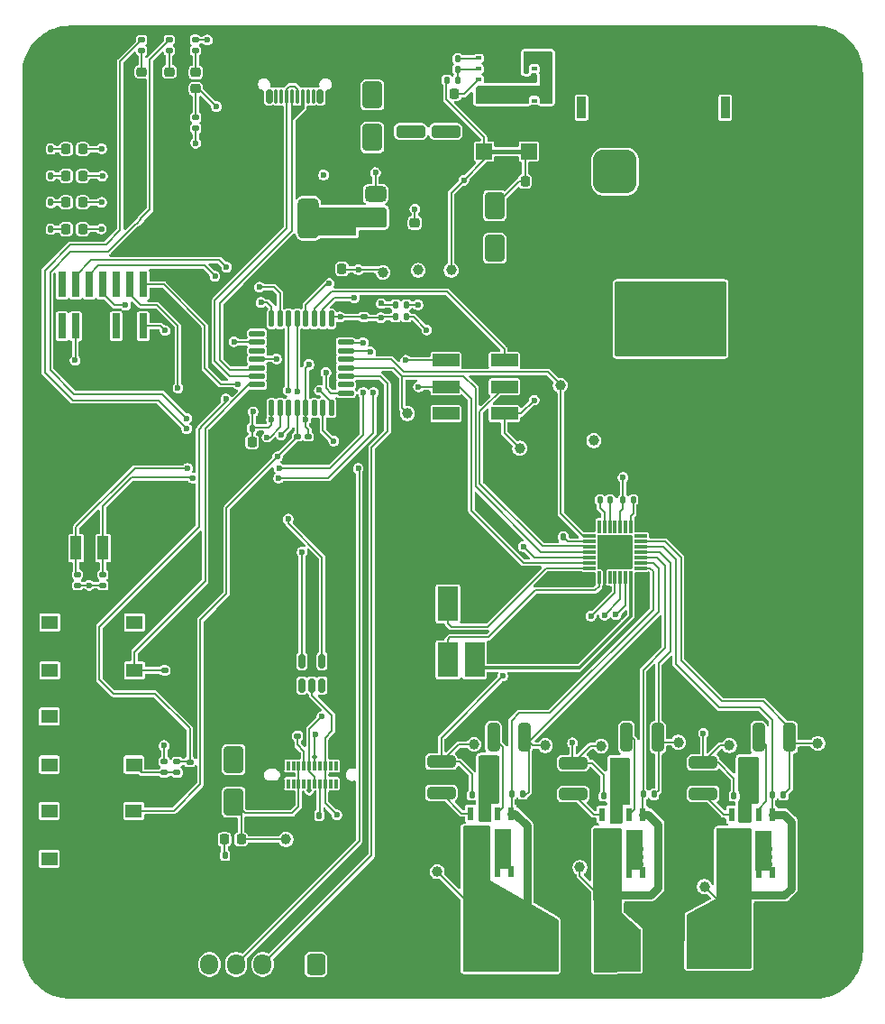
<source format=gbr>
%TF.GenerationSoftware,KiCad,Pcbnew,9.0.0-9.0.0-2~ubuntu22.04.1*%
%TF.CreationDate,2025-03-27T09:55:14+01:00*%
%TF.ProjectId,Motor_driver,4d6f746f-725f-4647-9269-7665722e6b69,rev?*%
%TF.SameCoordinates,Original*%
%TF.FileFunction,Copper,L1,Top*%
%TF.FilePolarity,Positive*%
%FSLAX46Y46*%
G04 Gerber Fmt 4.6, Leading zero omitted, Abs format (unit mm)*
G04 Created by KiCad (PCBNEW 9.0.0-9.0.0-2~ubuntu22.04.1) date 2025-03-27 09:55:14*
%MOMM*%
%LPD*%
G01*
G04 APERTURE LIST*
G04 Aperture macros list*
%AMRoundRect*
0 Rectangle with rounded corners*
0 $1 Rounding radius*
0 $2 $3 $4 $5 $6 $7 $8 $9 X,Y pos of 4 corners*
0 Add a 4 corners polygon primitive as box body*
4,1,4,$2,$3,$4,$5,$6,$7,$8,$9,$2,$3,0*
0 Add four circle primitives for the rounded corners*
1,1,$1+$1,$2,$3*
1,1,$1+$1,$4,$5*
1,1,$1+$1,$6,$7*
1,1,$1+$1,$8,$9*
0 Add four rect primitives between the rounded corners*
20,1,$1+$1,$2,$3,$4,$5,0*
20,1,$1+$1,$4,$5,$6,$7,0*
20,1,$1+$1,$6,$7,$8,$9,0*
20,1,$1+$1,$8,$9,$2,$3,0*%
G04 Aperture macros list end*
%TA.AperFunction,SMDPad,CuDef*%
%ADD10RoundRect,0.250000X-1.100000X0.325000X-1.100000X-0.325000X1.100000X-0.325000X1.100000X0.325000X0*%
%TD*%
%TA.AperFunction,SMDPad,CuDef*%
%ADD11C,1.000000*%
%TD*%
%TA.AperFunction,SMDPad,CuDef*%
%ADD12RoundRect,0.225000X-0.250000X0.225000X-0.250000X-0.225000X0.250000X-0.225000X0.250000X0.225000X0*%
%TD*%
%TA.AperFunction,ComponentPad*%
%ADD13C,0.800000*%
%TD*%
%TA.AperFunction,ComponentPad*%
%ADD14C,6.400000*%
%TD*%
%TA.AperFunction,SMDPad,CuDef*%
%ADD15RoundRect,0.135000X-0.185000X0.135000X-0.185000X-0.135000X0.185000X-0.135000X0.185000X0.135000X0*%
%TD*%
%TA.AperFunction,SMDPad,CuDef*%
%ADD16R,1.550000X1.300000*%
%TD*%
%TA.AperFunction,SMDPad,CuDef*%
%ADD17RoundRect,0.135000X0.135000X0.185000X-0.135000X0.185000X-0.135000X-0.185000X0.135000X-0.185000X0*%
%TD*%
%TA.AperFunction,SMDPad,CuDef*%
%ADD18RoundRect,0.250000X0.650000X-1.000000X0.650000X1.000000X-0.650000X1.000000X-0.650000X-1.000000X0*%
%TD*%
%TA.AperFunction,SMDPad,CuDef*%
%ADD19RoundRect,0.135000X-0.135000X-0.185000X0.135000X-0.185000X0.135000X0.185000X-0.135000X0.185000X0*%
%TD*%
%TA.AperFunction,SMDPad,CuDef*%
%ADD20RoundRect,0.218750X-0.218750X-0.256250X0.218750X-0.256250X0.218750X0.256250X-0.218750X0.256250X0*%
%TD*%
%TA.AperFunction,SMDPad,CuDef*%
%ADD21R,0.610000X1.270000*%
%TD*%
%TA.AperFunction,SMDPad,CuDef*%
%ADD22R,1.650000X3.810000*%
%TD*%
%TA.AperFunction,SMDPad,CuDef*%
%ADD23R,0.610000X1.020000*%
%TD*%
%TA.AperFunction,SMDPad,CuDef*%
%ADD24R,0.500000X0.400000*%
%TD*%
%TA.AperFunction,SMDPad,CuDef*%
%ADD25R,1.500000X1.500000*%
%TD*%
%TA.AperFunction,SMDPad,CuDef*%
%ADD26R,0.740000X2.400000*%
%TD*%
%TA.AperFunction,SMDPad,CuDef*%
%ADD27RoundRect,0.140000X-0.140000X-0.170000X0.140000X-0.170000X0.140000X0.170000X-0.140000X0.170000X0*%
%TD*%
%TA.AperFunction,ComponentPad*%
%ADD28RoundRect,0.250001X0.799999X1.549999X-0.799999X1.549999X-0.799999X-1.549999X0.799999X-1.549999X0*%
%TD*%
%TA.AperFunction,ComponentPad*%
%ADD29O,2.100000X3.600000*%
%TD*%
%TA.AperFunction,SMDPad,CuDef*%
%ADD30R,0.300000X0.850000*%
%TD*%
%TA.AperFunction,HeatsinkPad*%
%ADD31C,1.100000*%
%TD*%
%TA.AperFunction,SMDPad,CuDef*%
%ADD32RoundRect,0.218750X0.256250X-0.218750X0.256250X0.218750X-0.256250X0.218750X-0.256250X-0.218750X0*%
%TD*%
%TA.AperFunction,SMDPad,CuDef*%
%ADD33RoundRect,0.125000X0.125000X-0.625000X0.125000X0.625000X-0.125000X0.625000X-0.125000X-0.625000X0*%
%TD*%
%TA.AperFunction,SMDPad,CuDef*%
%ADD34RoundRect,0.125000X0.625000X-0.125000X0.625000X0.125000X-0.625000X0.125000X-0.625000X-0.125000X0*%
%TD*%
%TA.AperFunction,ComponentPad*%
%ADD35RoundRect,0.250000X0.600000X0.725000X-0.600000X0.725000X-0.600000X-0.725000X0.600000X-0.725000X0*%
%TD*%
%TA.AperFunction,ComponentPad*%
%ADD36O,1.700000X1.950000*%
%TD*%
%TA.AperFunction,SMDPad,CuDef*%
%ADD37RoundRect,0.250000X0.312500X1.075000X-0.312500X1.075000X-0.312500X-1.075000X0.312500X-1.075000X0*%
%TD*%
%TA.AperFunction,SMDPad,CuDef*%
%ADD38R,1.900000X3.250000*%
%TD*%
%TA.AperFunction,SMDPad,CuDef*%
%ADD39RoundRect,0.140000X0.170000X-0.140000X0.170000X0.140000X-0.170000X0.140000X-0.170000X-0.140000X0*%
%TD*%
%TA.AperFunction,SMDPad,CuDef*%
%ADD40RoundRect,0.250000X1.075000X-0.312500X1.075000X0.312500X-1.075000X0.312500X-1.075000X-0.312500X0*%
%TD*%
%TA.AperFunction,SMDPad,CuDef*%
%ADD41RoundRect,0.150000X0.150000X0.500000X-0.150000X0.500000X-0.150000X-0.500000X0.150000X-0.500000X0*%
%TD*%
%TA.AperFunction,SMDPad,CuDef*%
%ADD42RoundRect,0.075000X0.075000X0.575000X-0.075000X0.575000X-0.075000X-0.575000X0.075000X-0.575000X0*%
%TD*%
%TA.AperFunction,HeatsinkPad*%
%ADD43O,1.000000X2.100000*%
%TD*%
%TA.AperFunction,HeatsinkPad*%
%ADD44O,1.000000X1.600000*%
%TD*%
%TA.AperFunction,SMDPad,CuDef*%
%ADD45R,0.300000X1.150000*%
%TD*%
%TA.AperFunction,SMDPad,CuDef*%
%ADD46R,1.150000X0.300000*%
%TD*%
%TA.AperFunction,SMDPad,CuDef*%
%ADD47R,3.150000X3.150000*%
%TD*%
%TA.AperFunction,SMDPad,CuDef*%
%ADD48RoundRect,0.135000X0.185000X-0.135000X0.185000X0.135000X-0.185000X0.135000X-0.185000X-0.135000X0*%
%TD*%
%TA.AperFunction,SMDPad,CuDef*%
%ADD49RoundRect,0.250000X-0.650000X1.000000X-0.650000X-1.000000X0.650000X-1.000000X0.650000X1.000000X0*%
%TD*%
%TA.AperFunction,SMDPad,CuDef*%
%ADD50R,1.100000X2.200000*%
%TD*%
%TA.AperFunction,SMDPad,CuDef*%
%ADD51RoundRect,0.150000X-0.150000X0.512500X-0.150000X-0.512500X0.150000X-0.512500X0.150000X0.512500X0*%
%TD*%
%TA.AperFunction,SMDPad,CuDef*%
%ADD52RoundRect,0.225000X0.225000X0.250000X-0.225000X0.250000X-0.225000X-0.250000X0.225000X-0.250000X0*%
%TD*%
%TA.AperFunction,SMDPad,CuDef*%
%ADD53RoundRect,0.225000X0.250000X-0.225000X0.250000X0.225000X-0.250000X0.225000X-0.250000X-0.225000X0*%
%TD*%
%TA.AperFunction,SMDPad,CuDef*%
%ADD54R,7.350000X4.650000*%
%TD*%
%TA.AperFunction,SMDPad,CuDef*%
%ADD55RoundRect,0.140000X-0.170000X0.140000X-0.170000X-0.140000X0.170000X-0.140000X0.170000X0.140000X0*%
%TD*%
%TA.AperFunction,SMDPad,CuDef*%
%ADD56RoundRect,0.375000X0.625000X0.375000X-0.625000X0.375000X-0.625000X-0.375000X0.625000X-0.375000X0*%
%TD*%
%TA.AperFunction,SMDPad,CuDef*%
%ADD57RoundRect,0.500000X0.500000X1.400000X-0.500000X1.400000X-0.500000X-1.400000X0.500000X-1.400000X0*%
%TD*%
%TA.AperFunction,SMDPad,CuDef*%
%ADD58RoundRect,0.225000X-0.225000X-0.250000X0.225000X-0.250000X0.225000X0.250000X-0.225000X0.250000X0*%
%TD*%
%TA.AperFunction,SMDPad,CuDef*%
%ADD59RoundRect,0.140000X0.140000X0.170000X-0.140000X0.170000X-0.140000X-0.170000X0.140000X-0.170000X0*%
%TD*%
%TA.AperFunction,SMDPad,CuDef*%
%ADD60RoundRect,0.036364X1.213636X-0.563636X1.213636X0.563636X-1.213636X0.563636X-1.213636X-0.563636X0*%
%TD*%
%TA.AperFunction,ComponentPad*%
%ADD61R,0.900000X2.000000*%
%TD*%
%TA.AperFunction,ComponentPad*%
%ADD62RoundRect,1.025000X-1.025000X-1.025000X1.025000X-1.025000X1.025000X1.025000X-1.025000X1.025000X0*%
%TD*%
%TA.AperFunction,ComponentPad*%
%ADD63C,4.100000*%
%TD*%
%TA.AperFunction,ViaPad*%
%ADD64C,0.600000*%
%TD*%
%TA.AperFunction,ViaPad*%
%ADD65C,0.500000*%
%TD*%
%TA.AperFunction,Conductor*%
%ADD66C,0.200000*%
%TD*%
%TA.AperFunction,Conductor*%
%ADD67C,0.400000*%
%TD*%
%TA.AperFunction,Conductor*%
%ADD68C,0.300000*%
%TD*%
%TA.AperFunction,Conductor*%
%ADD69C,0.800000*%
%TD*%
G04 APERTURE END LIST*
D10*
%TO.P,C2,1*%
%TO.N,+24V*%
X102000000Y-66424999D03*
%TO.P,C2,2*%
%TO.N,GND*%
X102000000Y-69375001D03*
%TD*%
D11*
%TO.P,5V,1,1*%
%TO.N,+5V*%
X102700000Y-79450000D03*
%TD*%
D12*
%TO.P,C5,1*%
%TO.N,+5V*%
X102400000Y-75000000D03*
%TO.P,C5,2*%
%TO.N,GND*%
X102400000Y-76550000D03*
%TD*%
D10*
%TO.P,C1,1*%
%TO.N,+24V*%
X105300000Y-66424999D03*
%TO.P,C1,2*%
%TO.N,GND*%
X105300000Y-69375001D03*
%TD*%
D13*
%TO.P,H3,1,1*%
%TO.N,GND*%
X67600000Y-61000000D03*
X68302944Y-59302944D03*
X68302944Y-62697056D03*
X70000000Y-58600000D03*
D14*
X70000000Y-61000000D03*
D13*
X70000000Y-63400000D03*
X71697056Y-59302944D03*
X71697056Y-62697056D03*
X72400000Y-61000000D03*
%TD*%
D15*
%TO.P,R2,1*%
%TO.N,Net-(D1-K)*%
X81810000Y-65130002D03*
%TO.P,R2,2*%
%TO.N,+3.3V*%
X81810000Y-66150000D03*
%TD*%
D16*
%TO.P,SW6,1,1*%
%TO.N,/BOOT_0*%
X76049999Y-117000000D03*
%TO.P,SW6,2,2*%
%TO.N,+3.3V*%
X76049999Y-112500000D03*
%TO.P,SW6,3*%
%TO.N,N/C*%
X68099999Y-117000000D03*
%TO.P,SW6,4*%
X68099999Y-112500000D03*
%TD*%
D17*
%TO.P,R31,1*%
%TO.N,/arm_bridge_B/GHx*%
X124859998Y-128640000D03*
%TO.P,R31,2*%
%TO.N,/SB*%
X123840000Y-128640000D03*
%TD*%
D11*
%TO.P,5V_USB,1,1*%
%TO.N,/5V_USB*%
X90279898Y-132871574D03*
%TD*%
D18*
%TO.P,D4,1,K*%
%TO.N,+5V*%
X98400000Y-67000000D03*
%TO.P,D4,2,A*%
%TO.N,/5V_Cmd*%
X98400000Y-62999998D03*
%TD*%
D11*
%TO.P,GLB,1,1*%
%TO.N,/GLB*%
X119900000Y-124100000D03*
%TD*%
%TO.P,GHC,1,1*%
%TO.N,/arm_bridge_C/GHx*%
X140250000Y-123850000D03*
%TD*%
D15*
%TO.P,R14,1*%
%TO.N,/ADD_SEL_1*%
X70700000Y-108000000D03*
%TO.P,R14,2*%
%TO.N,+3.3V*%
X70700000Y-109019998D03*
%TD*%
D17*
%TO.P,R4,1*%
%TO.N,Net-(PS1-FSW)*%
X106409999Y-59600000D03*
%TO.P,R4,2*%
%TO.N,GND*%
X105390001Y-59600000D03*
%TD*%
D11*
%TO.P,PWM,1,1*%
%TO.N,/PWM_T1C1*%
X112250000Y-96150000D03*
%TD*%
D19*
%TO.P,R9,1*%
%TO.N,Net-(D7-K)*%
X84579900Y-134371575D03*
%TO.P,R9,2*%
%TO.N,GND*%
X85599898Y-134371575D03*
%TD*%
D20*
%TO.P,D9,1,K*%
%TO.N,Net-(D9-K)*%
X69614998Y-68090000D03*
%TO.P,D9,2,A*%
%TO.N,+3.3V*%
X71190000Y-68090000D03*
%TD*%
D21*
%TO.P,SQJ746ELP1,1,S1*%
%TO.N,/SA*%
X111444999Y-130434999D03*
%TO.P,SQJ746ELP1,2,G1*%
%TO.N,Net-(SQJ746ELP1-G1)*%
X110174999Y-130435000D03*
%TO.P,SQJ746ELP1,3,S2*%
%TO.N,/LSS*%
X108904999Y-130435000D03*
%TO.P,SQJ746ELP1,4,G2*%
%TO.N,Net-(SQJ746ELP1-G2)*%
X107634999Y-130434999D03*
D22*
%TO.P,SQJ746ELP1,5,D1*%
%TO.N,+24V*%
X110669999Y-133795000D03*
D23*
X111444999Y-135900000D03*
X110174999Y-135900000D03*
D22*
%TO.P,SQJ746ELP1,6,D2*%
%TO.N,/SA*%
X108409999Y-133795000D03*
D23*
X108904999Y-135900000D03*
X107634999Y-135900000D03*
%TD*%
D11*
%TO.P,DIR,1,1*%
%TO.N,DIR*%
X101700000Y-92900000D03*
%TD*%
%TO.P,TP9,1,1*%
%TO.N,/arm_bridge_A/GHx*%
X114650000Y-124050000D03*
%TD*%
D24*
%TO.P,PS1,1,FSW*%
%TO.N,Net-(PS1-FSW)*%
X108400000Y-59550000D03*
%TO.P,PS1,2,FB*%
%TO.N,Net-(PS1-FB)*%
X108400000Y-60550000D03*
%TO.P,PS1,3,VCC*%
%TO.N,Net-(PS1-VCC)*%
X108399999Y-61550000D03*
%TO.P,PS1,4,VIN_1*%
%TO.N,+24V*%
X108400000Y-62550000D03*
%TO.P,PS1,5,VIN_2*%
X108400000Y-63550000D03*
D25*
%TO.P,PS1,6,VOUT_1*%
%TO.N,/5V_BUCK*%
X108900000Y-68300000D03*
%TO.P,PS1,7,VOUT_2*%
X113100000Y-68300000D03*
D24*
%TO.P,PS1,8,DNC*%
%TO.N,unconnected-(PS1-DNC-Pad8)*%
X113600000Y-63550000D03*
%TO.P,PS1,9,VIN_3*%
%TO.N,+24V*%
X113600000Y-62550000D03*
%TO.P,PS1,10,AGND*%
%TO.N,GND*%
X113600001Y-61550000D03*
%TO.P,PS1,11,PG*%
%TO.N,unconnected-(PS1-PG-Pad11)*%
X113600000Y-60550000D03*
%TO.P,PS1,12,EN*%
%TO.N,+24V*%
X113600000Y-59550000D03*
D25*
%TO.P,PS1,13,PGND*%
%TO.N,GND*%
X111000000Y-61150000D03*
%TD*%
D16*
%TO.P,SW1,1,1*%
%TO.N,GND*%
X75990000Y-134680000D03*
%TO.P,SW1,2,2*%
%TO.N,/NRST*%
X75990000Y-130180000D03*
%TO.P,SW1,3*%
%TO.N,N/C*%
X68040000Y-134680000D03*
%TO.P,SW1,4*%
X68040000Y-130180000D03*
%TD*%
D26*
%TO.P,J4,1,NC*%
%TO.N,unconnected-(J4-NC-Pad1)*%
X69250000Y-84700000D03*
%TO.P,J4,2,NC*%
%TO.N,unconnected-(J4-NC-Pad2)*%
X69250000Y-80800000D03*
%TO.P,J4,3,VCC*%
%TO.N,+3.3V*%
X70520000Y-84700000D03*
%TO.P,J4,4,JTMS/SWDIO*%
%TO.N,/SWDIO*%
X70520000Y-80800000D03*
%TO.P,J4,5,GND*%
%TO.N,GND*%
X71790000Y-84700000D03*
%TO.P,J4,6,JCLK/SWCLK*%
%TO.N,/SWCLK*%
X71790000Y-80800000D03*
%TO.P,J4,7,GND*%
%TO.N,GND*%
X73060000Y-84700000D03*
%TO.P,J4,8,JTDO/SWO*%
%TO.N,/SWO*%
X73060000Y-80800000D03*
%TO.P,J4,9,JRCLK/NC*%
%TO.N,unconnected-(J4-JRCLK{slash}NC-Pad9)*%
X74330000Y-84700000D03*
%TO.P,J4,10,JTDI/NC*%
%TO.N,unconnected-(J4-JTDI{slash}NC-Pad10)*%
X74330000Y-80800000D03*
%TO.P,J4,11,GNDDetect*%
%TO.N,GND*%
X75600000Y-84700000D03*
%TO.P,J4,12,~{RST}*%
%TO.N,/NRST*%
X75600000Y-80800000D03*
%TO.P,J4,13,VCP_RX*%
%TO.N,/VCP_RX*%
X76870000Y-84700000D03*
%TO.P,J4,14,VCP_TX*%
%TO.N,/VCP_TX*%
X76870000Y-80800000D03*
%TD*%
D27*
%TO.P,C3,1*%
%TO.N,GND*%
X115390000Y-104500000D03*
%TO.P,C3,2*%
%TO.N,Net-(IC1-VREG)*%
X116350000Y-104500000D03*
%TD*%
D17*
%TO.P,R23,1*%
%TO.N,/FG*%
X101590000Y-82700000D03*
%TO.P,R23,2*%
%TO.N,+3.3V*%
X100570002Y-82700000D03*
%TD*%
D15*
%TO.P,R18,1*%
%TO.N,/BTN_3*%
X80050000Y-125580002D03*
%TO.P,R18,2*%
%TO.N,Net-(R18-Pad2)*%
X80050000Y-126600000D03*
%TD*%
D28*
%TO.P,J3,1,Pin_1*%
%TO.N,/SC*%
X129500000Y-142900000D03*
D29*
%TO.P,J3,2,Pin_2*%
%TO.N,/SB*%
X121880000Y-142900000D03*
%TO.P,J3,3,Pin_3*%
%TO.N,/SA*%
X114260000Y-142900000D03*
%TD*%
D30*
%TO.P,J6,A1,GND*%
%TO.N,GND*%
X95479900Y-127641573D03*
%TO.P,J6,A2*%
%TO.N,N/C*%
X94979900Y-127641573D03*
%TO.P,J6,A3*%
X94479900Y-127641573D03*
%TO.P,J6,A4,VBUS*%
%TO.N,/5V_USB*%
X93979900Y-127641573D03*
%TO.P,J6,A5,CC1*%
%TO.N,Net-(J6-CC1)*%
X93479900Y-127641573D03*
%TO.P,J6,A6,D+*%
%TO.N,/D+*%
X92979900Y-127641573D03*
%TO.P,J6,A7,D-*%
%TO.N,/D-*%
X92479900Y-127641573D03*
%TO.P,J6,A8,SBU1*%
%TO.N,unconnected-(J6-SBU1-PadA8)*%
X91979900Y-127641573D03*
%TO.P,J6,A9,VBUS*%
%TO.N,/5V_USB*%
X91479900Y-127641573D03*
%TO.P,J6,A10*%
%TO.N,N/C*%
X90979900Y-127641573D03*
%TO.P,J6,A11*%
X90479900Y-127641573D03*
%TO.P,J6,A12,GND*%
%TO.N,GND*%
X89979900Y-127641573D03*
%TO.P,J6,B1,GND*%
X89979900Y-125971573D03*
%TO.P,J6,B2*%
%TO.N,N/C*%
X90479900Y-125971573D03*
%TO.P,J6,B3*%
X90979900Y-125971573D03*
%TO.P,J6,B4,VBUS*%
%TO.N,/5V_USB*%
X91479900Y-125971573D03*
%TO.P,J6,B5,CC2*%
%TO.N,Net-(J6-CC2)*%
X91979900Y-125971573D03*
%TO.P,J6,B6,D+*%
%TO.N,/D+*%
X92479900Y-125971573D03*
%TO.P,J6,B7,D-*%
%TO.N,/D-*%
X92979900Y-125971573D03*
%TO.P,J6,B8,SBU2*%
%TO.N,unconnected-(J6-SBU2-PadB8)*%
X93479900Y-125971573D03*
%TO.P,J6,B9,VBUS*%
%TO.N,/5V_USB*%
X93979900Y-125971573D03*
%TO.P,J6,B10*%
%TO.N,N/C*%
X94479900Y-125971573D03*
%TO.P,J6,B11*%
X94979900Y-125971573D03*
%TO.P,J6,B12,GND*%
%TO.N,GND*%
X95479900Y-125971573D03*
D31*
%TO.P,J6,S1,SHIELD*%
X95129900Y-128956573D03*
X95129900Y-124656573D03*
X90329900Y-128956573D03*
X90329900Y-124656573D03*
%TD*%
D32*
%TO.P,D11,1,K*%
%TO.N,GND*%
X79319253Y-62424032D03*
%TO.P,D11,2,A*%
%TO.N,Net-(D11-A)*%
X79319253Y-60849030D03*
%TD*%
D17*
%TO.P,R7,1*%
%TO.N,Net-(D5-K)*%
X68194996Y-75600000D03*
%TO.P,R7,2*%
%TO.N,GND*%
X67174998Y-75600000D03*
%TD*%
D11*
%TO.P,GHB,1,1*%
%TO.N,/arm_bridge_B/GHx*%
X127150000Y-123750000D03*
%TD*%
D17*
%TO.P,R6,1*%
%TO.N,Net-(PS1-FB)*%
X106409999Y-60600000D03*
%TO.P,R6,2*%
%TO.N,GND*%
X105390001Y-60600000D03*
%TD*%
D11*
%TO.P,TP5V_BUCK,1,1*%
%TO.N,/5V_BUCK*%
X105800000Y-79450000D03*
%TD*%
%TO.P,TP11,1,1*%
%TO.N,/GLC*%
X107950000Y-123950000D03*
%TD*%
D33*
%TO.P,U3,1,VDD*%
%TO.N,+3.3V*%
X88936397Y-92372918D03*
%TO.P,U3,2,PC14*%
%TO.N,/LED_0*%
X89736397Y-92372918D03*
%TO.P,U3,3,PC15*%
%TO.N,/LED_1*%
X90536397Y-92372918D03*
%TO.P,U3,4,NRST*%
%TO.N,/NRST*%
X91336397Y-92372918D03*
%TO.P,U3,5,VDDA*%
%TO.N,+3.3V*%
X92136397Y-92372918D03*
%TO.P,U3,6,PA0*%
%TO.N,/RCC_CLK_IN*%
X92936397Y-92372918D03*
%TO.P,U3,7,PA1*%
%TO.N,/ENC_B*%
X93736397Y-92372918D03*
%TO.P,U3,8,PA2*%
%TO.N,/VCP_TX*%
X94536397Y-92372918D03*
D34*
%TO.P,U3,9,PA3*%
%TO.N,/VCP_RX*%
X95911397Y-90997918D03*
%TO.P,U3,10,PA4*%
%TO.N,unconnected-(U3-PA4-Pad10)*%
X95911397Y-90197918D03*
%TO.P,U3,11,PA5*%
%TO.N,/ENC_A*%
X95911397Y-89397918D03*
%TO.P,U3,12,PA6*%
%TO.N,DIR*%
X95911397Y-88597918D03*
%TO.P,U3,13,PA7*%
%TO.N,BRAKE*%
X95911397Y-87797918D03*
%TO.P,U3,14,PB0*%
%TO.N,/ADD_SEL_0*%
X95911397Y-86997918D03*
%TO.P,U3,15,PB1*%
%TO.N,/ADD_SEL_1*%
X95911397Y-86197918D03*
%TO.P,U3,16,VSS*%
%TO.N,GND*%
X95911397Y-85397918D03*
D33*
%TO.P,U3,17,VDD*%
%TO.N,+3.3V*%
X94536397Y-84022918D03*
%TO.P,U3,18,PA8*%
%TO.N,/PWM_T1C1*%
X93736397Y-84022918D03*
%TO.P,U3,19,PA9*%
%TO.N,/SCL_I2C1*%
X92936397Y-84022918D03*
%TO.P,U3,20,PA10*%
%TO.N,/SDA_I2C1*%
X92136397Y-84022918D03*
%TO.P,U3,21,PA11*%
%TO.N,/USB_DM*%
X91336397Y-84022918D03*
%TO.P,U3,22,PA12*%
%TO.N,/USB_DP*%
X90536397Y-84022918D03*
%TO.P,U3,23,PA13*%
%TO.N,/SWDIO*%
X89736397Y-84022918D03*
%TO.P,U3,24,PA14*%
%TO.N,/SWCLK*%
X88936397Y-84022918D03*
D34*
%TO.P,U3,25,PA15*%
%TO.N,unconnected-(U3-PA15-Pad25)*%
X87561397Y-85397918D03*
%TO.P,U3,26,PB3*%
%TO.N,/SWO*%
X87561397Y-86197918D03*
%TO.P,U3,27,PB4*%
%TO.N,unconnected-(U3-PB4-Pad27)*%
X87561397Y-86997918D03*
%TO.P,U3,28,PB5*%
%TO.N,/BTN_3*%
X87561397Y-87797918D03*
%TO.P,U3,29,PB6*%
%TO.N,/Cmd_TX*%
X87561397Y-88597918D03*
%TO.P,U3,30,PB7*%
%TO.N,/Cmd_RX*%
X87561397Y-89397918D03*
%TO.P,U3,31,PH3*%
%TO.N,/BOOT_0*%
X87561397Y-90197918D03*
%TO.P,U3,32,VSS*%
%TO.N,GND*%
X87561397Y-90997918D03*
%TD*%
D17*
%TO.P,R24,1*%
%TO.N,/SPD*%
X101580000Y-83830000D03*
%TO.P,R24,2*%
%TO.N,+3.3V*%
X100560002Y-83830000D03*
%TD*%
D11*
%TO.P,3V3,1,1*%
%TO.N,+3.3V*%
X99400000Y-79650000D03*
%TD*%
D35*
%TO.P,J2,1,Pin_1*%
%TO.N,+5V*%
X93100000Y-144600000D03*
D36*
%TO.P,J2,2,Pin_2*%
%TO.N,GND*%
X90600000Y-144600000D03*
%TO.P,J2,3,Pin_3*%
%TO.N,/ENC_A*%
X88100000Y-144600000D03*
%TO.P,J2,4,Pin_4*%
%TO.N,/ENC_B*%
X85600000Y-144600000D03*
%TO.P,J2,5,Pin_5*%
%TO.N,/ENC_X*%
X83100000Y-144600000D03*
%TD*%
D17*
%TO.P,R10,1*%
%TO.N,Net-(D8-K)*%
X68200000Y-70590000D03*
%TO.P,R10,2*%
%TO.N,GND*%
X67180002Y-70590000D03*
%TD*%
D27*
%TO.P,C15,1*%
%TO.N,GND*%
X86150001Y-94297207D03*
%TO.P,C15,2*%
%TO.N,+3.3V*%
X87110001Y-94297207D03*
%TD*%
D21*
%TO.P,SQJ746ELP2,1,S1*%
%TO.N,/SB*%
X123805000Y-130524999D03*
%TO.P,SQJ746ELP2,2,G1*%
%TO.N,Net-(SQJ746ELP2-G1)*%
X122535000Y-130525000D03*
%TO.P,SQJ746ELP2,3,S2*%
%TO.N,/LSS*%
X121265000Y-130525000D03*
%TO.P,SQJ746ELP2,4,G2*%
%TO.N,Net-(SQJ746ELP2-G2)*%
X119995000Y-130524999D03*
D22*
%TO.P,SQJ746ELP2,5,D1*%
%TO.N,+24V*%
X123030000Y-133885000D03*
D23*
X123805000Y-135990000D03*
X122535000Y-135990000D03*
D22*
%TO.P,SQJ746ELP2,6,D2*%
%TO.N,/SB*%
X120770000Y-133885000D03*
D23*
X121265000Y-135990000D03*
X119995000Y-135990000D03*
%TD*%
D37*
%TO.P,R32,1*%
%TO.N,/arm_bridge_B/GHx*%
X125225000Y-123300000D03*
%TO.P,R32,2*%
%TO.N,Net-(SQJ746ELP2-G1)*%
X122300000Y-123300000D03*
%TD*%
D32*
%TO.P,D10,1,K*%
%TO.N,GND*%
X76729254Y-62424033D03*
%TO.P,D10,2,A*%
%TO.N,Net-(D10-A)*%
X76729254Y-60849031D03*
%TD*%
D38*
%TO.P,R3,1,1*%
%TO.N,/LSS*%
X108000000Y-116000000D03*
%TO.P,R3,2,2*%
%TO.N,Net-(IC1-SENP)*%
X105500000Y-116000000D03*
%TO.P,R3,3,3*%
%TO.N,Net-(IC1-SENN)*%
X105500000Y-110750000D03*
%TO.P,R3,4,4*%
%TO.N,GND*%
X108000000Y-110750000D03*
%TD*%
D20*
%TO.P,D6,1,K*%
%TO.N,Net-(D6-K)*%
X69614998Y-73090000D03*
%TO.P,D6,2,A*%
%TO.N,/5V_BUCK*%
X71190000Y-73090000D03*
%TD*%
D39*
%TO.P,C12,1*%
%TO.N,GND*%
X91382841Y-96016853D03*
%TO.P,C12,2*%
%TO.N,/NRST*%
X91382841Y-95056853D03*
%TD*%
D19*
%TO.P,R30,1*%
%TO.N,/GLC*%
X107750001Y-128695000D03*
%TO.P,R30,2*%
%TO.N,/LSS*%
X108769999Y-128695000D03*
%TD*%
D40*
%TO.P,R37,1*%
%TO.N,Net-(SQJ746ELP3-G2)*%
X129469999Y-128595000D03*
%TO.P,R37,2*%
%TO.N,/GLA*%
X129469999Y-125670000D03*
%TD*%
D20*
%TO.P,D5,1,K*%
%TO.N,Net-(D5-K)*%
X69614998Y-75590000D03*
%TO.P,D5,2,A*%
%TO.N,+24V*%
X71190000Y-75590000D03*
%TD*%
D19*
%TO.P,R34,1*%
%TO.N,/GLB*%
X120150001Y-128795000D03*
%TO.P,R34,2*%
%TO.N,/LSS*%
X121169999Y-128795000D03*
%TD*%
D41*
%TO.P,J5,A1,GND*%
%TO.N,GND*%
X94310000Y-63140000D03*
%TO.P,J5,A4,VBUS*%
%TO.N,/5V_Cmd*%
X93510000Y-63140000D03*
D42*
%TO.P,J5,A5,CC1*%
%TO.N,unconnected-(J5-CC1-PadA5)*%
X92360000Y-63139999D03*
%TO.P,J5,A6,D+*%
%TO.N,/Cmd_RX*%
X91360000Y-63140000D03*
%TO.P,J5,A7,D-*%
%TO.N,/Cmd_TX*%
X90860000Y-63140000D03*
%TO.P,J5,A8,SBU1*%
%TO.N,unconnected-(J5-SBU1-PadA8)*%
X89860000Y-63139999D03*
D41*
%TO.P,J5,A9,VBUS*%
%TO.N,/5V_Cmd*%
X88710000Y-63140000D03*
%TO.P,J5,A12,GND*%
%TO.N,GND*%
X87910000Y-63140000D03*
%TO.P,J5,B1,GND*%
X87910000Y-63140000D03*
%TO.P,J5,B4,VBUS*%
%TO.N,/5V_Cmd*%
X88710000Y-63140000D03*
D42*
%TO.P,J5,B5,CC2*%
%TO.N,unconnected-(J5-CC2-PadB5)*%
X89360000Y-63140000D03*
%TO.P,J5,B6,D+*%
%TO.N,/Cmd_RX*%
X90360000Y-63140000D03*
%TO.P,J5,B7,D-*%
%TO.N,/Cmd_TX*%
X91860000Y-63140000D03*
%TO.P,J5,B8,SBU2*%
%TO.N,unconnected-(J5-SBU2-PadB8)*%
X92860000Y-63140000D03*
D41*
%TO.P,J5,B9,VBUS*%
%TO.N,/5V_Cmd*%
X93510000Y-63140000D03*
%TO.P,J5,B12,GND*%
%TO.N,GND*%
X94310000Y-63140000D03*
D43*
%TO.P,J5,S1,SHIELD*%
X95430000Y-62500000D03*
D44*
X95430000Y-58320000D03*
D43*
X86790000Y-62500000D03*
D44*
X86790000Y-58320000D03*
%TD*%
D11*
%TO.P,24V,1,1*%
%TO.N,+24V*%
X119200000Y-95440000D03*
%TD*%
D16*
%TO.P,SW5,1,1*%
%TO.N,Net-(R18-Pad2)*%
X76000000Y-125850000D03*
%TO.P,SW5,2,2*%
%TO.N,GND*%
X76000000Y-121350000D03*
%TO.P,SW5,3*%
%TO.N,N/C*%
X68050000Y-125850000D03*
%TO.P,SW5,4*%
X68050000Y-121350000D03*
%TD*%
D45*
%TO.P,IC1,1,SENP*%
%TO.N,Net-(IC1-SENP)*%
X119700000Y-108300000D03*
%TO.P,IC1,2,GND*%
%TO.N,GND*%
X120200000Y-108300000D03*
%TO.P,IC1,3,NC_1*%
%TO.N,unconnected-(IC1-NC_1-Pad3)*%
X120700000Y-108300000D03*
%TO.P,IC1,4,GLA*%
%TO.N,/GLA*%
X121200000Y-108300000D03*
%TO.P,IC1,5,GLB*%
%TO.N,/GLB*%
X121700000Y-108300000D03*
%TO.P,IC1,6,GLC*%
%TO.N,/GLC*%
X122200000Y-108300000D03*
%TO.P,IC1,7,LSS*%
%TO.N,/LSS*%
X122700000Y-108300000D03*
D46*
%TO.P,IC1,8,SA*%
%TO.N,/SA*%
X123600000Y-107400000D03*
%TO.P,IC1,9,GHA*%
%TO.N,/arm_bridge_A/GHx*%
X123600000Y-106900000D03*
%TO.P,IC1,10,SB*%
%TO.N,/SB*%
X123600000Y-106400000D03*
%TO.P,IC1,11,GHB*%
%TO.N,/arm_bridge_B/GHx*%
X123600000Y-105900000D03*
%TO.P,IC1,12,SC*%
%TO.N,/SC*%
X123600000Y-105400000D03*
%TO.P,IC1,13,GHC*%
%TO.N,/arm_bridge_C/GHx*%
X123600000Y-104900000D03*
%TO.P,IC1,14,NC_2*%
%TO.N,unconnected-(IC1-NC_2-Pad14)*%
X123600000Y-104400000D03*
D45*
%TO.P,IC1,15,VCP*%
%TO.N,Net-(IC1-VCP)*%
X122700000Y-103500000D03*
%TO.P,IC1,16,NC_3*%
%TO.N,unconnected-(IC1-NC_3-Pad16)*%
X122200000Y-103500000D03*
%TO.P,IC1,17,VBB*%
%TO.N,+24V*%
X121700000Y-103500000D03*
%TO.P,IC1,18,NC_4*%
%TO.N,unconnected-(IC1-NC_4-Pad18)*%
X121200000Y-103500000D03*
%TO.P,IC1,19,CP2*%
%TO.N,Net-(IC1-CP2)*%
X120700000Y-103500000D03*
%TO.P,IC1,20,CP1*%
%TO.N,Net-(IC1-CP1)*%
X120200000Y-103500000D03*
%TO.P,IC1,21,NC_5*%
%TO.N,unconnected-(IC1-NC_5-Pad21)*%
X119700000Y-103500000D03*
D46*
%TO.P,IC1,22,BRAKE*%
%TO.N,BRAKE*%
X118800000Y-104400000D03*
%TO.P,IC1,23,VREG*%
%TO.N,Net-(IC1-VREG)*%
X118800000Y-104900000D03*
%TO.P,IC1,24,SPD*%
%TO.N,/SPD*%
X118800000Y-105400000D03*
%TO.P,IC1,25,DIR*%
%TO.N,DIR*%
X118800000Y-105900000D03*
%TO.P,IC1,26,FAULT*%
%TO.N,Net-(D1-K)*%
X118800000Y-106400000D03*
%TO.P,IC1,27,FG*%
%TO.N,/FG*%
X118800000Y-106900000D03*
%TO.P,IC1,28,SENN*%
%TO.N,Net-(IC1-SENN)*%
X118800000Y-107400000D03*
D47*
%TO.P,IC1,29,EP*%
%TO.N,GND*%
X121200000Y-105900000D03*
%TD*%
D21*
%TO.P,SQJ746ELP3,1,S1*%
%TO.N,/SC*%
X135944999Y-130534999D03*
%TO.P,SQJ746ELP3,2,G1*%
%TO.N,Net-(SQJ746ELP3-G1)*%
X134674999Y-130535000D03*
%TO.P,SQJ746ELP3,3,S2*%
%TO.N,/LSS*%
X133404999Y-130535000D03*
%TO.P,SQJ746ELP3,4,G2*%
%TO.N,Net-(SQJ746ELP3-G2)*%
X132134999Y-130534999D03*
D22*
%TO.P,SQJ746ELP3,5,D1*%
%TO.N,+24V*%
X135169999Y-133895000D03*
D23*
X135944999Y-136000000D03*
X134674999Y-136000000D03*
D22*
%TO.P,SQJ746ELP3,6,D2*%
%TO.N,/SC*%
X132909999Y-133895000D03*
D23*
X133404999Y-136000000D03*
X132134999Y-136000000D03*
%TD*%
D17*
%TO.P,R8,1*%
%TO.N,Net-(D6-K)*%
X68194997Y-73090000D03*
%TO.P,R8,2*%
%TO.N,GND*%
X67174999Y-73090000D03*
%TD*%
D11*
%TO.P,BRAKE,1,1*%
%TO.N,BRAKE*%
X116050000Y-90250000D03*
%TD*%
D19*
%TO.P,R38,1*%
%TO.N,/GLA*%
X132369999Y-128795000D03*
%TO.P,R38,2*%
%TO.N,/LSS*%
X133389997Y-128795000D03*
%TD*%
%TO.P,R20,1*%
%TO.N,GND*%
X92380002Y-130600000D03*
%TO.P,R20,2*%
%TO.N,Net-(J6-CC1)*%
X93400000Y-130600000D03*
%TD*%
D48*
%TO.P,R21,1*%
%TO.N,Net-(J6-CC2)*%
X91379899Y-123141574D03*
%TO.P,R21,2*%
%TO.N,GND*%
X91379899Y-122121576D03*
%TD*%
D49*
%TO.P,D3,1,K*%
%TO.N,+5V*%
X85379899Y-125371572D03*
%TO.P,D3,2,A*%
%TO.N,/5V_USB*%
X85379899Y-129371574D03*
%TD*%
D50*
%TO.P,SW3,1*%
%TO.N,GND*%
X73110000Y-96720000D03*
%TO.P,SW3,2*%
X70570000Y-96720000D03*
%TO.P,SW3,3*%
%TO.N,/ADD_SEL_1*%
X70570000Y-105520000D03*
%TO.P,SW3,4*%
%TO.N,/ADD_SEL_0*%
X73110000Y-105520000D03*
%TD*%
D51*
%TO.P,U4,1,I/O1*%
%TO.N,/USB_DP*%
X93679899Y-116141574D03*
%TO.P,U4,2,GND*%
%TO.N,GND*%
X92729900Y-116141574D03*
%TO.P,U4,3,I/O2*%
%TO.N,/USB_DM*%
X91779901Y-116141574D03*
%TO.P,U4,4,I/O2*%
%TO.N,/D-*%
X91779901Y-118416574D03*
%TO.P,U4,5,VBUS*%
%TO.N,/5V_USB*%
X92729900Y-118416574D03*
%TO.P,U4,6,I/O1*%
%TO.N,/D+*%
X93679899Y-118416574D03*
%TD*%
D52*
%TO.P,C4,1*%
%TO.N,Net-(PS1-VCC)*%
X106100000Y-62900000D03*
%TO.P,C4,2*%
%TO.N,GND*%
X104550000Y-62900000D03*
%TD*%
D11*
%TO.P,SC,1,1*%
%TO.N,/SC*%
X129600000Y-137300000D03*
%TD*%
D53*
%TO.P,D1,1,K*%
%TO.N,Net-(D1-K)*%
X81819254Y-62424033D03*
%TO.P,D1,2,A*%
%TO.N,Net-(D1-A)*%
X81819254Y-60874033D03*
%TD*%
D48*
%TO.P,R19,1*%
%TO.N,Net-(R18-Pad2)*%
X78850000Y-126600000D03*
%TO.P,R19,2*%
%TO.N,+3.3V*%
X78850000Y-125580002D03*
%TD*%
D11*
%TO.P,GLA,1,1*%
%TO.N,/GLA*%
X131950000Y-124050000D03*
%TD*%
%TO.P,SA,1,1*%
%TO.N,/SA*%
X104500000Y-135900000D03*
%TD*%
D48*
%TO.P,R1,1*%
%TO.N,Net-(D1-A)*%
X81769253Y-58844033D03*
%TO.P,R1,2*%
%TO.N,+3.3V*%
X81769253Y-57824035D03*
%TD*%
D15*
%TO.P,R22,1*%
%TO.N,GND*%
X78900000Y-115980002D03*
%TO.P,R22,2*%
%TO.N,/BOOT_0*%
X78900000Y-117000000D03*
%TD*%
D27*
%TO.P,C6,1*%
%TO.N,Net-(IC1-CP1)*%
X119780001Y-101000000D03*
%TO.P,C6,2*%
%TO.N,Net-(IC1-CP2)*%
X120740001Y-101000000D03*
%TD*%
D37*
%TO.P,R36,1*%
%TO.N,/arm_bridge_C/GHx*%
X137600000Y-123300000D03*
%TO.P,R36,2*%
%TO.N,Net-(SQJ746ELP3-G1)*%
X134675000Y-123300000D03*
%TD*%
D54*
%TO.P,C10,1*%
%TO.N,+24V*%
X126240000Y-83840000D03*
%TO.P,C10,2*%
%TO.N,GND*%
X137640000Y-83840000D03*
%TD*%
D37*
%TO.P,R28,1*%
%TO.N,/arm_bridge_A/GHx*%
X112700000Y-123300000D03*
%TO.P,R28,2*%
%TO.N,Net-(SQJ746ELP1-G1)*%
X109775000Y-123300000D03*
%TD*%
D55*
%TO.P,C16,1*%
%TO.N,+3.3V*%
X92372792Y-95056854D03*
%TO.P,C16,2*%
%TO.N,GND*%
X92372792Y-96016854D03*
%TD*%
D20*
%TO.P,D7,1,K*%
%TO.N,Net-(D7-K)*%
X84504896Y-132871575D03*
%TO.P,D7,2,A*%
%TO.N,/5V_USB*%
X86079898Y-132871575D03*
%TD*%
D52*
%TO.P,C18,1*%
%TO.N,+3.3V*%
X87110000Y-95570000D03*
%TO.P,C18,2*%
%TO.N,GND*%
X85560000Y-95570000D03*
%TD*%
D17*
%TO.P,R11,1*%
%TO.N,Net-(D9-K)*%
X68194997Y-68070000D03*
%TO.P,R11,2*%
%TO.N,GND*%
X67174999Y-68070000D03*
%TD*%
D56*
%TO.P,U1,1,GND*%
%TO.N,GND*%
X98700001Y-76900000D03*
%TO.P,U1,2,VO*%
%TO.N,+3.3V*%
X98700000Y-74600000D03*
%TO.P,U1,3,VI*%
%TO.N,+5V*%
X98700001Y-72300000D03*
D57*
%TO.P,U1,4,VO*%
%TO.N,+3.3V*%
X92400002Y-74600000D03*
%TD*%
D58*
%TO.P,C9,1*%
%TO.N,/5V_BUCK*%
X112750000Y-71100000D03*
%TO.P,C9,2*%
%TO.N,GND*%
X114300000Y-71100000D03*
%TD*%
D13*
%TO.P,H4,1,1*%
%TO.N,GND*%
X67600000Y-143302944D03*
X68302944Y-141605888D03*
X68302944Y-145000000D03*
X70000000Y-140902944D03*
D14*
X70000000Y-143302944D03*
D13*
X70000000Y-145702944D03*
X71697056Y-141605888D03*
X71697056Y-145000000D03*
X72400000Y-143302944D03*
%TD*%
D52*
%TO.P,C8,1*%
%TO.N,+3.3V*%
X95550000Y-79300000D03*
%TO.P,C8,2*%
%TO.N,GND*%
X94000000Y-79300000D03*
%TD*%
D59*
%TO.P,C7,1*%
%TO.N,Net-(IC1-VCP)*%
X122900000Y-101000000D03*
%TO.P,C7,2*%
%TO.N,+24V*%
X121940000Y-101000000D03*
%TD*%
D19*
%TO.P,R5,1*%
%TO.N,/5V_BUCK*%
X105390001Y-61600000D03*
%TO.P,R5,2*%
%TO.N,Net-(PS1-FB)*%
X106409999Y-61600000D03*
%TD*%
D20*
%TO.P,D8,1,K*%
%TO.N,Net-(D8-K)*%
X69614998Y-70590000D03*
%TO.P,D8,2,A*%
%TO.N,+5V*%
X71190000Y-70590000D03*
%TD*%
D40*
%TO.P,R29,1*%
%TO.N,Net-(SQJ746ELP1-G2)*%
X104869999Y-128495000D03*
%TO.P,R29,2*%
%TO.N,/GLC*%
X104869999Y-125570000D03*
%TD*%
D17*
%TO.P,R35,1*%
%TO.N,/arm_bridge_C/GHx*%
X136999999Y-128710000D03*
%TO.P,R35,2*%
%TO.N,/SC*%
X135980001Y-128710000D03*
%TD*%
D11*
%TO.P,SB,1,1*%
%TO.N,/SB*%
X117900000Y-135500000D03*
%TD*%
D40*
%TO.P,R33,1*%
%TO.N,Net-(SQJ746ELP2-G2)*%
X117269999Y-128620000D03*
%TO.P,R33,2*%
%TO.N,/GLB*%
X117269999Y-125695000D03*
%TD*%
D13*
%TO.P,H1,1,1*%
%TO.N,GND*%
X137600000Y-143302944D03*
X138302944Y-141605888D03*
X138302944Y-145000000D03*
X140000000Y-140902944D03*
D14*
X140000000Y-143302944D03*
D13*
X140000000Y-145702944D03*
X141697056Y-141605888D03*
X141697056Y-145000000D03*
X142400000Y-143302944D03*
%TD*%
D18*
%TO.P,D2,1,K*%
%TO.N,+5V*%
X109900000Y-77400002D03*
%TO.P,D2,2,A*%
%TO.N,/5V_BUCK*%
X109900000Y-73400000D03*
%TD*%
D55*
%TO.P,C17,1*%
%TO.N,+3.3V*%
X97600000Y-83840000D03*
%TO.P,C17,2*%
%TO.N,GND*%
X97600000Y-84800000D03*
%TD*%
D60*
%TO.P,U2,1,1*%
%TO.N,/SDA_I2C1*%
X105300000Y-87900000D03*
%TO.P,U2,2,2*%
%TO.N,/FG*%
X105300000Y-90400000D03*
%TO.P,U2,3,3*%
%TO.N,/SPEED_FB*%
X105300000Y-92900000D03*
%TO.P,U2,4,4*%
%TO.N,/SCL_I2C1*%
X110800000Y-87900000D03*
%TO.P,U2,5,5*%
%TO.N,/SPD*%
X110800000Y-90400000D03*
%TO.P,U2,6,6*%
%TO.N,/PWM_T1C1*%
X110800000Y-92900000D03*
%TD*%
D17*
%TO.P,R27,1*%
%TO.N,/arm_bridge_A/GHx*%
X112530000Y-128610000D03*
%TO.P,R27,2*%
%TO.N,/SA*%
X111510002Y-128610000D03*
%TD*%
D13*
%TO.P,H2,1,1*%
%TO.N,GND*%
X137600000Y-61000000D03*
X138302944Y-59302944D03*
X138302944Y-62697056D03*
X140000000Y-58600000D03*
D14*
X140000000Y-61000000D03*
D13*
X140000000Y-63400000D03*
X141697056Y-59302944D03*
X141697056Y-62697056D03*
X142400000Y-61000000D03*
%TD*%
D15*
%TO.P,R15,1*%
%TO.N,/ADD_SEL_0*%
X73100000Y-108000000D03*
%TO.P,R15,2*%
%TO.N,+3.3V*%
X73100000Y-109019998D03*
%TD*%
D48*
%TO.P,R25,1*%
%TO.N,Net-(D10-A)*%
X76729254Y-58849031D03*
%TO.P,R25,2*%
%TO.N,/LED_0*%
X76729254Y-57829033D03*
%TD*%
%TO.P,R26,1*%
%TO.N,Net-(D11-A)*%
X79329253Y-58849031D03*
%TO.P,R26,2*%
%TO.N,/LED_1*%
X79329253Y-57829033D03*
%TD*%
D61*
%TO.P,J1,*%
%TO.N,*%
X118050000Y-64200000D03*
X131550000Y-64200000D03*
D62*
%TO.P,J1,1,Pin_1*%
%TO.N,+24V*%
X121200000Y-70200000D03*
D63*
%TO.P,J1,2,Pin_2*%
%TO.N,GND*%
X128400000Y-70200000D03*
%TD*%
D55*
%TO.P,C14,1*%
%TO.N,/BTN_3*%
X81250000Y-125600001D03*
%TO.P,C14,2*%
%TO.N,GND*%
X81250000Y-126560001D03*
%TD*%
D64*
%TO.N,/5V_BUCK*%
X72970000Y-73090000D03*
X107000000Y-71000000D03*
%TO.N,+3.3V*%
X92136397Y-93500000D03*
X88936397Y-93500000D03*
X72970000Y-68050000D03*
X99240000Y-82580000D03*
X82900000Y-57850000D03*
X81810000Y-67530000D03*
X94700000Y-74200000D03*
X76049999Y-112500000D03*
X95400000Y-83840000D03*
X96400000Y-75600000D03*
X96400000Y-74200000D03*
X94700000Y-75600000D03*
X92450000Y-88300000D03*
X70480000Y-87910000D03*
X97100000Y-79400000D03*
X87200631Y-92740000D03*
X78840000Y-124060000D03*
X71800000Y-109019998D03*
X99210000Y-83910000D03*
%TO.N,/NRST*%
X80140000Y-90500000D03*
X89492144Y-96970000D03*
%TO.N,+5V*%
X85850000Y-124550000D03*
X102700000Y-79450000D03*
X84900000Y-124500000D03*
X73040000Y-70610000D03*
X85900000Y-126200000D03*
X93820000Y-70510000D03*
X98400000Y-67000000D03*
X84900000Y-126250000D03*
X102400000Y-73700000D03*
X109900000Y-77400002D03*
X98700000Y-70300000D03*
%TO.N,/BTN_3*%
X89410000Y-87780000D03*
X84630393Y-91530393D03*
%TO.N,Net-(D1-K)*%
X83750000Y-64100000D03*
X112600000Y-105400000D03*
%TO.N,/5V_USB*%
X85379899Y-129371574D03*
X95070000Y-130570000D03*
%TO.N,/ADD_SEL_1*%
X81040000Y-98050000D03*
X97540000Y-90930000D03*
X89630000Y-98030000D03*
X97550000Y-86260000D03*
%TO.N,/ADD_SEL_0*%
X98500000Y-90930000D03*
X98245000Y-87135000D03*
X89600000Y-98960000D03*
X81530000Y-98960000D03*
%TO.N,/SDA_I2C1*%
X101550000Y-87900000D03*
X94350000Y-80700000D03*
%TO.N,/LED_0*%
X88510000Y-95120000D03*
X80950000Y-94320000D03*
%TO.N,/LED_1*%
X80980000Y-93340000D03*
X89819265Y-94929265D03*
%TO.N,/GLC*%
X110655000Y-117545000D03*
X121280000Y-111780000D03*
%TO.N,/LSS*%
X122200000Y-126400000D03*
X108100000Y-116200000D03*
X107400001Y-116900000D03*
X133300000Y-127900000D03*
X121200000Y-125600000D03*
X107400000Y-114700000D03*
X109900000Y-128600000D03*
X121200000Y-128000000D03*
X108100000Y-115400000D03*
X134300000Y-126300000D03*
X133300000Y-125500000D03*
X108900000Y-125300000D03*
X121200000Y-126400000D03*
X121200000Y-127200000D03*
X122200000Y-127200000D03*
X109900000Y-125300000D03*
X109900000Y-126900000D03*
X134300000Y-125500000D03*
X133300000Y-126300000D03*
X134300000Y-128800000D03*
X134300000Y-127900000D03*
X108100000Y-114700000D03*
X122200000Y-125600000D03*
X122200000Y-128000000D03*
X108900000Y-126100000D03*
X108900000Y-127700000D03*
X107400000Y-115400000D03*
X107400000Y-116200000D03*
X108900000Y-126900000D03*
X109900000Y-126100000D03*
X122200000Y-128900000D03*
X133300000Y-127100000D03*
X134300000Y-127100000D03*
X108100001Y-116900000D03*
X109900000Y-127700000D03*
%TO.N,/GLB*%
X117200000Y-123800000D03*
X120230000Y-111810000D03*
%TO.N,/GLA*%
X118940000Y-111920000D03*
X129500000Y-122900000D03*
%TO.N,/ENC_B*%
X94770000Y-95490000D03*
X97080000Y-98050000D03*
%TO.N,/USB_DM*%
X91800000Y-105900000D03*
X91330000Y-90810000D03*
%TO.N,/SWDIO*%
X84710000Y-79170000D03*
X87800000Y-81040000D03*
%TO.N,/USB_DP*%
X90500000Y-102800000D03*
X90500000Y-90730000D03*
%TO.N,/PWM_T1C1*%
X113600000Y-91650000D03*
X96700000Y-82050000D03*
%TO.N,+24V*%
X111200000Y-133800000D03*
X114600000Y-62900000D03*
X126000000Y-81000000D03*
X130000000Y-81000000D03*
X128000000Y-87000000D03*
X123500000Y-133100000D03*
X121700000Y-87000000D03*
X128000000Y-81000000D03*
X110200000Y-135200000D03*
X134700000Y-134500000D03*
X110200000Y-134500000D03*
X101100000Y-66400000D03*
X111200000Y-135200000D03*
X134700000Y-135200000D03*
X119200000Y-95440000D03*
X114700000Y-59400000D03*
X135600000Y-133100000D03*
X111100000Y-133100000D03*
X123600000Y-135200000D03*
X106200000Y-66400000D03*
X124000000Y-81000000D03*
X110200000Y-133100000D03*
X110200000Y-132400000D03*
X130000000Y-87000000D03*
X121700000Y-85000000D03*
X102000000Y-66400000D03*
X123600000Y-134500000D03*
X121700000Y-83000000D03*
X122600000Y-134500000D03*
X134700000Y-133100000D03*
X111100000Y-132400000D03*
X135700000Y-135200000D03*
X124000000Y-87000000D03*
X123600000Y-133800000D03*
X111200000Y-134500000D03*
X135700000Y-133800000D03*
X109500000Y-63100000D03*
X121950000Y-98900000D03*
X126000000Y-87000000D03*
X111600000Y-63000000D03*
X123500000Y-132400000D03*
X110200000Y-133800000D03*
X122600000Y-132400000D03*
X131250000Y-85000000D03*
X131250000Y-87000000D03*
X122600000Y-133800000D03*
X131250000Y-83000000D03*
X121700000Y-81000001D03*
X104400000Y-66400000D03*
X122600000Y-133100000D03*
X135700000Y-134500000D03*
X131250000Y-81000001D03*
X135600000Y-132400000D03*
X102900000Y-66400000D03*
X122600000Y-135200000D03*
X134700000Y-132400000D03*
X105300000Y-66400000D03*
X134700000Y-133800000D03*
X72950000Y-75580000D03*
%TO.N,/VCP_RX*%
X94040000Y-89060000D03*
X78930000Y-85120000D03*
%TO.N,/SWO*%
X75220000Y-82750000D03*
X85400000Y-86160000D03*
%TO.N,/SWCLK*%
X87950000Y-82470000D03*
X83620000Y-80020000D03*
%TO.N,/VCP_TX*%
X93424699Y-90705301D03*
X85800000Y-90150000D03*
%TO.N,GND*%
X144000000Y-76000000D03*
X126000000Y-142000000D03*
X66000000Y-128700000D03*
X100200000Y-89400000D03*
X66000000Y-70700000D03*
X140000000Y-136400000D03*
X66000000Y-126700000D03*
X122160000Y-105790000D03*
X93999999Y-57000000D03*
X74000000Y-57000000D03*
X114220000Y-118660000D03*
X115400000Y-134600000D03*
X113000001Y-147000000D03*
X125000000Y-147000000D03*
X144000000Y-130000000D03*
X122160000Y-106890000D03*
X70000001Y-57000000D03*
X121160000Y-104890000D03*
X76000000Y-147000000D03*
X86000001Y-147000000D03*
X144000000Y-138000000D03*
X140800000Y-133600000D03*
X72000001Y-147000000D03*
X136999999Y-147000000D03*
X137550000Y-77000000D03*
X131000000Y-147000000D03*
X144000000Y-106000000D03*
X127800000Y-134900000D03*
X100000000Y-57000000D03*
X130000000Y-57000000D03*
X109800000Y-94500000D03*
X66000000Y-110700000D03*
X116200000Y-133900000D03*
X115400000Y-135300000D03*
X144000000Y-92000000D03*
X144000000Y-136000000D03*
X102180000Y-119200000D03*
X66000000Y-90700000D03*
X81999999Y-147000000D03*
X66000000Y-116700000D03*
X110000000Y-57000000D03*
X124000000Y-57000000D03*
X144000000Y-70000000D03*
X107999999Y-57000000D03*
X130400000Y-117100000D03*
X120000000Y-57000000D03*
X144000000Y-104000000D03*
X116200000Y-136000000D03*
X140800000Y-135000000D03*
X90000000Y-57000000D03*
X95999999Y-147000000D03*
X117000000Y-147000000D03*
X74100000Y-116510000D03*
X73810000Y-88950000D03*
X115400000Y-136000000D03*
X99000001Y-147000000D03*
X113540000Y-102050000D03*
X66000000Y-76700000D03*
X80700000Y-100280000D03*
X66000000Y-68700000D03*
X78000000Y-57000000D03*
X85830000Y-92240000D03*
X120160000Y-106890000D03*
X88000000Y-119000000D03*
X103160000Y-98130000D03*
X116200000Y-134600000D03*
X144000000Y-132000000D03*
X66000000Y-74700000D03*
X119190000Y-129090000D03*
X144000000Y-134000000D03*
X88000000Y-129000000D03*
X140800000Y-132200000D03*
X66000000Y-122700000D03*
X130000000Y-96000000D03*
X116200000Y-131800000D03*
X108800000Y-90000000D03*
X138000000Y-57000000D03*
X69100000Y-87050000D03*
X66000000Y-92700000D03*
X140000000Y-133600000D03*
X66000000Y-86700000D03*
X144000000Y-98000000D03*
X144000000Y-140000000D03*
X114000000Y-57000000D03*
X66000000Y-112700000D03*
X107000000Y-147000000D03*
X66000000Y-114700000D03*
X140800000Y-136400000D03*
X81250000Y-91790000D03*
X127800000Y-135600000D03*
X81620000Y-108150000D03*
X144000000Y-118000000D03*
X66000000Y-80700000D03*
X134000000Y-57000000D03*
X82000000Y-57000000D03*
X128600000Y-132100000D03*
X144000000Y-108000000D03*
X66000000Y-136700000D03*
X144000000Y-114000000D03*
X144000000Y-100000000D03*
X118000000Y-57000000D03*
X103000000Y-147000000D03*
X66000000Y-140700000D03*
X127800000Y-133500000D03*
X130500000Y-131000000D03*
X120160000Y-105890000D03*
X84000001Y-57000000D03*
X144000000Y-128000000D03*
X127800000Y-136300000D03*
X144000000Y-102000000D03*
X128600000Y-136300000D03*
X144000000Y-116000000D03*
X122999999Y-147000000D03*
X112200000Y-61400000D03*
X128600000Y-135600000D03*
X144000000Y-122000000D03*
X115000000Y-147000000D03*
X144000000Y-78000000D03*
X127800000Y-132800000D03*
X115520000Y-114510000D03*
X144000000Y-110000000D03*
X144000000Y-88000000D03*
X81620000Y-105440000D03*
X124500000Y-127500000D03*
X71810000Y-94340000D03*
X66000000Y-132700000D03*
X108230000Y-86350000D03*
X66000000Y-130700000D03*
X115400000Y-133900000D03*
X108999999Y-147000000D03*
X72090000Y-103190000D03*
X120160000Y-104890000D03*
X111260000Y-104300000D03*
X66000000Y-134700000D03*
X110960000Y-121160000D03*
X121160000Y-106890000D03*
X122160000Y-104890000D03*
X66000000Y-100700000D03*
X66000000Y-84700000D03*
X127800000Y-132100000D03*
X80150000Y-96650000D03*
X144000000Y-84000000D03*
X77330000Y-115460000D03*
X108600000Y-101500000D03*
X78600000Y-79980000D03*
X66000000Y-120700000D03*
X66000000Y-78700000D03*
X128600000Y-134200000D03*
X144000000Y-124000000D03*
X126000001Y-57000000D03*
X144000000Y-72000000D03*
X130000000Y-100000000D03*
X92000000Y-57000000D03*
X66000000Y-66700000D03*
X66000000Y-108700000D03*
X106920000Y-128900000D03*
X83670000Y-101180000D03*
X111100000Y-91700000D03*
X91900000Y-102400000D03*
X66000000Y-88700000D03*
X140000000Y-134300000D03*
X102000000Y-57000000D03*
X79999999Y-57000000D03*
X140000000Y-132900000D03*
X73970000Y-113250000D03*
X98000000Y-147000000D03*
X78000000Y-147000000D03*
X137680000Y-90390000D03*
X121000000Y-147000000D03*
X103000000Y-107000000D03*
X128600000Y-134900000D03*
X101000000Y-147000000D03*
X140000000Y-132200000D03*
X105000000Y-147000000D03*
X131430000Y-129060000D03*
X144000000Y-120000000D03*
X135000000Y-147000000D03*
X111000000Y-147000000D03*
X140000000Y-135700000D03*
X116200000Y-132500000D03*
X89200000Y-95900000D03*
X140000000Y-135000000D03*
X75800000Y-59700000D03*
X66000000Y-94700000D03*
X119000000Y-147000000D03*
X140800000Y-132900000D03*
X112000001Y-57000000D03*
X66000000Y-102700000D03*
X140800000Y-135700000D03*
X125000000Y-113000000D03*
X66000000Y-124700000D03*
X86000000Y-57000000D03*
X132000000Y-57000000D03*
X90000000Y-147000000D03*
X72000000Y-57000000D03*
X118200000Y-102400000D03*
X66000000Y-96700000D03*
X74000000Y-147000000D03*
X80600000Y-103280000D03*
X123800000Y-109100000D03*
X66000000Y-64700000D03*
X76000000Y-57000000D03*
X121999999Y-57000000D03*
X115400000Y-131800000D03*
X118000000Y-142000000D03*
X96000000Y-57000000D03*
X115400000Y-133200000D03*
X66000000Y-72700000D03*
X92560000Y-120820000D03*
X80000000Y-147000000D03*
X66000000Y-82700000D03*
X144000000Y-82000000D03*
X127000001Y-147000000D03*
X66000000Y-98700000D03*
X118660000Y-113680000D03*
X144000000Y-74000000D03*
X75700000Y-74220000D03*
X115400000Y-132500000D03*
X144000000Y-96000000D03*
X114400000Y-89900000D03*
X128000000Y-57000000D03*
X127800000Y-134200000D03*
X130000000Y-104000000D03*
X88000000Y-111000000D03*
X133000000Y-147000000D03*
X88000000Y-103000000D03*
X144000000Y-68000000D03*
X116200000Y-135300000D03*
X91700000Y-97200000D03*
X124320000Y-77340000D03*
X126250000Y-116500000D03*
X84000000Y-147000000D03*
X83800000Y-96100000D03*
X74200000Y-101890000D03*
X124600000Y-117500000D03*
X78460000Y-81790000D03*
X140800000Y-134300000D03*
X81310000Y-87450000D03*
X104000000Y-57000000D03*
X88000000Y-57000000D03*
X144000000Y-86000000D03*
X144000000Y-80000000D03*
X66000000Y-118700000D03*
X128600000Y-133500000D03*
X75410000Y-77430000D03*
X106000000Y-57000000D03*
X135999999Y-57000000D03*
X71850000Y-107300000D03*
X66000000Y-106700000D03*
X129992489Y-107944383D03*
X92600000Y-107200000D03*
X144000000Y-126000000D03*
X128600000Y-132800000D03*
X116200000Y-133200000D03*
X66000000Y-138700000D03*
X84700000Y-94100000D03*
X117700000Y-108500000D03*
X144000000Y-94000000D03*
X144000000Y-90000000D03*
X116000000Y-57000000D03*
X66000000Y-104700000D03*
X98000001Y-57000000D03*
X111000000Y-61150000D03*
X109000000Y-107000000D03*
X129000000Y-147000000D03*
X144000000Y-66000000D03*
X144000000Y-64000000D03*
X121160000Y-105890000D03*
X88000000Y-147000000D03*
X144000000Y-112000000D03*
X109000000Y-65000000D03*
X121000000Y-120000000D03*
X124870000Y-89920000D03*
X94000000Y-147000000D03*
X92000000Y-147000000D03*
%TO.N,/D+*%
X93679899Y-121320101D03*
X93679899Y-118416574D03*
%TO.N,/D-*%
X93079900Y-122991745D03*
D65*
X92479900Y-128279900D03*
D64*
X91779901Y-118416574D03*
D65*
X92979900Y-125100000D03*
D64*
%TO.N,/SPD*%
X110800000Y-90400000D03*
X103505000Y-85055000D03*
%TO.N,/FG*%
X102740000Y-90400000D03*
X102690000Y-82700000D03*
%TO.N,/5V_Cmd*%
X88710000Y-63140000D03*
X93510000Y-63140000D03*
X98400000Y-62999998D03*
%TD*%
D66*
%TO.N,/D-*%
X92979900Y-125100000D02*
X92979900Y-123091745D01*
X92979900Y-123091745D02*
X93079900Y-122991745D01*
X92979900Y-125100000D02*
X92979900Y-125971573D01*
X92480000Y-128279800D02*
X92480000Y-127641673D01*
X92480000Y-127641673D02*
X92479900Y-127641573D01*
X92479900Y-128279900D02*
X92480000Y-128279800D01*
%TO.N,Net-(IC1-VCP)*%
X122900000Y-102300000D02*
X122900000Y-101000000D01*
X122700000Y-103500000D02*
X122700000Y-102500000D01*
X122700000Y-102500000D02*
X122900000Y-102300000D01*
%TO.N,Net-(IC1-CP1)*%
X119780001Y-101000000D02*
X119780001Y-101780001D01*
X119780001Y-101780001D02*
X120200000Y-102200000D01*
X120200000Y-102200000D02*
X120200000Y-103500000D01*
%TO.N,Net-(IC1-CP2)*%
X120740001Y-103459999D02*
X120700000Y-103500000D01*
X120740001Y-101000000D02*
X120740001Y-103459999D01*
%TO.N,Net-(IC1-VREG)*%
X116750000Y-104900000D02*
X116350000Y-104500000D01*
X118800000Y-104900000D02*
X116750000Y-104900000D01*
%TO.N,/5V_BUCK*%
X105390001Y-61600000D02*
X105349000Y-61641001D01*
X71190000Y-73090000D02*
X72970000Y-73090000D01*
X105349000Y-61641001D02*
X105349000Y-63449000D01*
X108900000Y-69100000D02*
X108900000Y-68300000D01*
X112200000Y-71100000D02*
X109900000Y-73400000D01*
X107000000Y-71000000D02*
X105800000Y-72200000D01*
X113100000Y-68300000D02*
X112750000Y-68650000D01*
X108900000Y-67000000D02*
X108900000Y-68300000D01*
X112750000Y-71100000D02*
X112200000Y-71100000D01*
X105349000Y-63449000D02*
X108900000Y-67000000D01*
X105800000Y-72200000D02*
X105800000Y-79450000D01*
X107000000Y-71000000D02*
X108900000Y-69100000D01*
D67*
X113100000Y-68300000D02*
X108900000Y-68300000D01*
D66*
X112750000Y-68650000D02*
X112750000Y-71100000D01*
%TO.N,+3.3V*%
X99290000Y-83830000D02*
X99210000Y-83910000D01*
X99150000Y-79400000D02*
X99400000Y-79650000D01*
X100570002Y-82700000D02*
X99360000Y-82700000D01*
X70520000Y-87870000D02*
X70480000Y-87910000D01*
X99210000Y-83910000D02*
X97670000Y-83910000D01*
X92372792Y-95056854D02*
X92372792Y-94372792D01*
X71190000Y-68090000D02*
X72930000Y-68090000D01*
X88936397Y-93500000D02*
X88936397Y-93963603D01*
X97100000Y-79400000D02*
X99150000Y-79400000D01*
X92372792Y-94372792D02*
X92136397Y-94136397D01*
X78850000Y-125580002D02*
X78850000Y-124070000D01*
X87189038Y-94218170D02*
X87110001Y-94297207D01*
X88681830Y-94218170D02*
X87189038Y-94218170D01*
X97100000Y-79400000D02*
X95650000Y-79400000D01*
X87157943Y-94249265D02*
X87110001Y-94297207D01*
X87200631Y-92740000D02*
X87157943Y-92782688D01*
X81769253Y-57824035D02*
X82874035Y-57824035D01*
X88936397Y-93963603D02*
X88681830Y-94218170D01*
X87110000Y-95570000D02*
X87110001Y-94297207D01*
X92136397Y-94136397D02*
X92136397Y-93500000D01*
X87157943Y-92782688D02*
X87157943Y-94249265D01*
X71800000Y-109019998D02*
X70700000Y-109019998D01*
X94719315Y-83840000D02*
X95400000Y-83840000D01*
X94536397Y-84022918D02*
X94719315Y-83840000D01*
X70520000Y-84700000D02*
X70520000Y-87870000D01*
X88936397Y-92372918D02*
X88936397Y-93500000D01*
X97670000Y-83910000D02*
X97600000Y-83840000D01*
X92136397Y-88613603D02*
X92450000Y-88300000D01*
X100560002Y-83830000D02*
X99290000Y-83830000D01*
X73100000Y-109019998D02*
X71800000Y-109019998D01*
X92136397Y-92372918D02*
X92136397Y-88613603D01*
X72930000Y-68090000D02*
X72970000Y-68050000D01*
X97600000Y-83840000D02*
X95400000Y-83840000D01*
X95650000Y-79400000D02*
X95550000Y-79300000D01*
X81810000Y-66150000D02*
X81810000Y-67530000D01*
X82874035Y-57824035D02*
X82900000Y-57850000D01*
X78850000Y-124070000D02*
X78840000Y-124060000D01*
X92136397Y-92372918D02*
X92136397Y-93500000D01*
X99360000Y-82700000D02*
X99240000Y-82580000D01*
%TO.N,Net-(PS1-VCC)*%
X107049999Y-62900000D02*
X108399999Y-61550000D01*
X106100000Y-62900000D02*
X107049999Y-62900000D01*
%TO.N,/NRST*%
X76618000Y-82720000D02*
X75600000Y-81702000D01*
X82230000Y-112300000D02*
X82230000Y-127700000D01*
X91382841Y-95079303D02*
X91382841Y-95056853D01*
X75600000Y-81702000D02*
X75600000Y-80800000D01*
X80140000Y-84690000D02*
X78170000Y-82720000D01*
X89492144Y-96970000D02*
X84710000Y-101752144D01*
X84710000Y-109820000D02*
X82230000Y-112300000D01*
X84710000Y-101752144D02*
X84710000Y-109820000D01*
X91382841Y-95056853D02*
X91382841Y-92419362D01*
X78170000Y-82720000D02*
X76618000Y-82720000D01*
X79750000Y-130180000D02*
X75990000Y-130180000D01*
X80140000Y-90500000D02*
X80140000Y-84690000D01*
X91382841Y-92419362D02*
X91336397Y-92372918D01*
X89492144Y-96970000D02*
X91382841Y-95079303D01*
X82230000Y-127700000D02*
X79750000Y-130180000D01*
%TO.N,+5V*%
X102400000Y-75000000D02*
X102400000Y-73700000D01*
X73020000Y-70590000D02*
X73040000Y-70610000D01*
X98700001Y-72300000D02*
X98700000Y-70300000D01*
X71190000Y-70590000D02*
X73020000Y-70590000D01*
%TO.N,/BTN_3*%
X87579315Y-87780000D02*
X87561397Y-87797918D01*
X72760000Y-112910000D02*
X72760000Y-117860000D01*
X81250000Y-122460000D02*
X81250000Y-125600001D01*
X84630393Y-91530393D02*
X84630393Y-91811823D01*
X84630393Y-91811823D02*
X82533900Y-93908316D01*
X80050000Y-125580002D02*
X81230001Y-125580002D01*
X89410000Y-87780000D02*
X87579315Y-87780000D01*
X82533900Y-93908316D02*
X82299000Y-94143216D01*
X72760000Y-117860000D02*
X74100000Y-119200000D01*
X81230001Y-125580002D02*
X81250000Y-125600001D01*
X82299000Y-94143216D02*
X82299000Y-94201000D01*
X82130000Y-103540000D02*
X72760000Y-112910000D01*
X82130000Y-94370000D02*
X82130000Y-103540000D01*
X74100000Y-119200000D02*
X77990000Y-119200000D01*
X77990000Y-119200000D02*
X81250000Y-122460000D01*
X82299000Y-94201000D02*
X82130000Y-94370000D01*
%TO.N,Net-(D1-A)*%
X81819254Y-60874033D02*
X81819253Y-58894033D01*
X81819253Y-58894033D02*
X81769253Y-58844033D01*
%TO.N,Net-(D1-K)*%
X82074033Y-62424033D02*
X81819254Y-62424033D01*
X118800000Y-106400000D02*
X115100000Y-106400000D01*
X115100000Y-106400000D02*
X113600000Y-106400000D01*
X113600000Y-106400000D02*
X112600000Y-105400000D01*
X81819254Y-65120748D02*
X81810000Y-65130002D01*
X83750000Y-64100000D02*
X82074033Y-62424033D01*
X81819254Y-62424033D02*
X81819254Y-65120748D01*
X81789252Y-62454035D02*
X81819253Y-62424033D01*
%TO.N,Net-(D5-K)*%
X68194996Y-75600000D02*
X69604998Y-75600000D01*
X69604998Y-75600000D02*
X69614998Y-75590000D01*
%TO.N,Net-(D6-K)*%
X68194998Y-73090000D02*
X69614998Y-73090000D01*
%TO.N,Net-(D7-K)*%
X84504896Y-132871575D02*
X84504896Y-134296571D01*
X84504896Y-134296571D02*
X84579900Y-134371575D01*
%TO.N,/5V_USB*%
X92729900Y-119329900D02*
X92729900Y-118416574D01*
X86418325Y-130410000D02*
X85379899Y-129371574D01*
X93979900Y-125971573D02*
X93979900Y-123320100D01*
X93979900Y-127641573D02*
X93979900Y-125971573D01*
X91479900Y-127641573D02*
X91479900Y-129810100D01*
X93979900Y-127641573D02*
X93979900Y-129479900D01*
X94600000Y-121200000D02*
X92729900Y-119329900D01*
X86079898Y-132871575D02*
X86079898Y-130071573D01*
X91479900Y-125971573D02*
X91479900Y-127641573D01*
X86079898Y-130071573D02*
X85379899Y-129371574D01*
X94600000Y-122700000D02*
X94600000Y-121200000D01*
X93979900Y-123320100D02*
X94600000Y-122700000D01*
X86079898Y-132871575D02*
X90279898Y-132871574D01*
X91479900Y-129810100D02*
X90880000Y-130410000D01*
X93979900Y-129479900D02*
X95070000Y-130570000D01*
X90880000Y-130410000D02*
X86418325Y-130410000D01*
%TO.N,Net-(D8-K)*%
X68199999Y-70590000D02*
X69614998Y-70590000D01*
%TO.N,Net-(D9-K)*%
X69594999Y-68070000D02*
X69614998Y-68090000D01*
X68194998Y-68070000D02*
X69594999Y-68070000D01*
%TO.N,Net-(D10-A)*%
X76729253Y-60849031D02*
X76729254Y-58849031D01*
%TO.N,Net-(D11-A)*%
X79319254Y-60849031D02*
X79319253Y-58859031D01*
X79319253Y-58859031D02*
X79329254Y-58849031D01*
%TO.N,/ADD_SEL_1*%
X70570000Y-107870000D02*
X70700000Y-108000000D01*
X70570000Y-105520000D02*
X70570000Y-103562900D01*
X94390000Y-98030000D02*
X97540000Y-94880000D01*
X95973479Y-86260000D02*
X95911397Y-86197918D01*
X70570000Y-105520000D02*
X70570000Y-107870000D01*
X70570000Y-103562900D02*
X76082900Y-98050000D01*
X76082900Y-98050000D02*
X81040000Y-98050000D01*
X97540000Y-94880000D02*
X97540000Y-90930000D01*
X89630000Y-98030000D02*
X94390000Y-98030000D01*
X97550000Y-86260000D02*
X95973479Y-86260000D01*
%TO.N,/ADD_SEL_0*%
X94230000Y-98960000D02*
X98490000Y-94700000D01*
X98245000Y-87135000D02*
X98107918Y-86997918D01*
X81250000Y-98960000D02*
X81210000Y-98920000D01*
X98107918Y-86997918D02*
X95911397Y-86997918D01*
X98490000Y-90940000D02*
X98500000Y-90930000D01*
X75780000Y-98920000D02*
X73110000Y-101590000D01*
X81530000Y-98960000D02*
X81250000Y-98960000D01*
X89600000Y-98960000D02*
X94230000Y-98960000D01*
X98490000Y-94700000D02*
X98490000Y-90940000D01*
X73110000Y-101590000D02*
X73110000Y-105520000D01*
X73110000Y-107990000D02*
X73100000Y-108000000D01*
X73110000Y-105520000D02*
X73110000Y-107990000D01*
X81210000Y-98920000D02*
X75780000Y-98920000D01*
%TO.N,Net-(J6-CC1)*%
X93479900Y-130520100D02*
X93400000Y-130600000D01*
X93479900Y-127641573D02*
X93479900Y-130520100D01*
%TO.N,Net-(J6-CC2)*%
X91979900Y-124579900D02*
X91979900Y-125971573D01*
X91379899Y-123141574D02*
X91379899Y-123979899D01*
X91379899Y-123979899D02*
X91979900Y-124579900D01*
%TO.N,/BOOT_0*%
X82700000Y-108620000D02*
X76049999Y-115270001D01*
X82700000Y-94309316D02*
X82700000Y-108620000D01*
X78900000Y-117000000D02*
X76049999Y-117000000D01*
X76049999Y-115270001D02*
X76049999Y-117000000D01*
X87561397Y-90197918D02*
X86811398Y-90197918D01*
X86811398Y-90197918D02*
X82700000Y-94309316D01*
%TO.N,/SCL_I2C1*%
X94550057Y-81450000D02*
X105400000Y-81450000D01*
X105400000Y-81450000D02*
X110800000Y-86850000D01*
X110800000Y-86850000D02*
X110800000Y-87900000D01*
X92936397Y-84022918D02*
X92936397Y-83063660D01*
X92936397Y-83063660D02*
X94550057Y-81450000D01*
%TO.N,/SDA_I2C1*%
X101550000Y-87900000D02*
X105300000Y-87900000D01*
X94150000Y-80700000D02*
X94350000Y-80700000D01*
X92136397Y-82713603D02*
X94150000Y-80700000D01*
X92136397Y-84022918D02*
X92136397Y-82713603D01*
%TO.N,/LED_0*%
X78310000Y-91680000D02*
X80950000Y-94320000D01*
X70030000Y-77050000D02*
X67620000Y-79460000D01*
X88780000Y-95120000D02*
X89736397Y-94163603D01*
X70260000Y-91680000D02*
X78310000Y-91680000D01*
X88510000Y-95120000D02*
X88780000Y-95120000D01*
X76729254Y-57829033D02*
X74720000Y-59838287D01*
X74720000Y-59838287D02*
X74720000Y-75700000D01*
X67620000Y-79460000D02*
X67620000Y-89040000D01*
X74720000Y-75700000D02*
X73370000Y-77050000D01*
X67620000Y-89040000D02*
X70260000Y-91680000D01*
X89736397Y-94163603D02*
X89736397Y-92372918D01*
X73370000Y-77050000D02*
X70030000Y-77050000D01*
%TO.N,/LED_1*%
X89900003Y-94848527D02*
X89931473Y-94848527D01*
X68130000Y-88800000D02*
X70390000Y-91060000D01*
X76298943Y-75061000D02*
X76209000Y-75061000D01*
X77505254Y-73764746D02*
X76651000Y-74619000D01*
X76209000Y-75061000D02*
X73570000Y-77700000D01*
X89931473Y-94848527D02*
X90536397Y-94243603D01*
X70390000Y-91060000D02*
X78700000Y-91060000D01*
X68130000Y-79630000D02*
X68130000Y-88800000D01*
X78700000Y-91060000D02*
X80980000Y-93340000D01*
X90536397Y-94243603D02*
X90536397Y-92372918D01*
X76651000Y-74619000D02*
X76651000Y-74708943D01*
X79329253Y-57829033D02*
X77505254Y-59653032D01*
X73570000Y-77700000D02*
X70060000Y-77700000D01*
X89819265Y-94929265D02*
X89900003Y-94848527D01*
X70060000Y-77700000D02*
X68130000Y-79630000D01*
X77505254Y-59653032D02*
X77505254Y-73764746D01*
X76651000Y-74708943D02*
X76298943Y-75061000D01*
%TO.N,/arm_bridge_A/GHx*%
X113450000Y-124050000D02*
X112700000Y-123300000D01*
X123600000Y-106900000D02*
X124800000Y-106900000D01*
X112500000Y-128700000D02*
X112810000Y-128700000D01*
X124800000Y-106900000D02*
X125300000Y-107400000D01*
X113100000Y-128410000D02*
X113100000Y-126600000D01*
X112810000Y-128700000D02*
X113100000Y-128410000D01*
X125300000Y-111500000D02*
X113100000Y-123700000D01*
X113100000Y-123700000D02*
X113100000Y-126600000D01*
X125300000Y-107400000D02*
X125300000Y-111500000D01*
X114650000Y-124050000D02*
X113450000Y-124050000D01*
%TO.N,BRAKE*%
X95911397Y-87797918D02*
X100165018Y-87797918D01*
X101366100Y-88999000D02*
X107133200Y-88999000D01*
X100165018Y-87797918D02*
X101366100Y-88999000D01*
X107133200Y-88999000D02*
X107134200Y-89000000D01*
X107134200Y-89000000D02*
X114900000Y-89000000D01*
X116100000Y-90200000D02*
X116100000Y-102300000D01*
X114900000Y-89000000D02*
X116100000Y-90200000D01*
X116100000Y-102300000D02*
X118200000Y-104400000D01*
X118200000Y-104400000D02*
X118800000Y-104400000D01*
%TO.N,DIR*%
X106967100Y-89400000D02*
X108100000Y-90532900D01*
X108100000Y-90532900D02*
X108100000Y-99750000D01*
X100397918Y-88597918D02*
X101200000Y-89400000D01*
X101200000Y-89400000D02*
X106967100Y-89400000D01*
X101200000Y-89400000D02*
X101200000Y-92400000D01*
X95911397Y-88597918D02*
X100397918Y-88597918D01*
X101200000Y-92400000D02*
X101700000Y-92900000D01*
X108100000Y-99750000D02*
X114250000Y-105900000D01*
X114250000Y-105900000D02*
X118800000Y-105900000D01*
%TO.N,Net-(SQJ746ELP1-G1)*%
X110700000Y-124225000D02*
X109775000Y-123300000D01*
X110174999Y-130435000D02*
X110700000Y-129909999D01*
X110700000Y-129909999D02*
X110700000Y-124225000D01*
%TO.N,Net-(SQJ746ELP1-G2)*%
X107634999Y-130434999D02*
X106809998Y-130434999D01*
X106809998Y-130434999D02*
X104869999Y-128495000D01*
%TO.N,/GLC*%
X122200000Y-110900000D02*
X122200000Y-108300000D01*
X104869999Y-123330001D02*
X104869999Y-125570000D01*
X107750001Y-126750001D02*
X106570000Y-125570000D01*
X121320000Y-111780000D02*
X122200000Y-110900000D01*
X106570000Y-125570000D02*
X104869999Y-125570000D01*
X107750001Y-128695000D02*
X107750001Y-126750001D01*
X110655000Y-117545000D02*
X104869999Y-123330001D01*
X121280000Y-111780000D02*
X121320000Y-111780000D01*
X106489999Y-123950000D02*
X104869999Y-125570000D01*
X107950000Y-123950000D02*
X106489999Y-123950000D01*
%TO.N,/LSS*%
X121169999Y-130429999D02*
X121265000Y-130525000D01*
X108100000Y-116900000D02*
X108100000Y-115000000D01*
D68*
X117830000Y-116780000D02*
X108920000Y-116780000D01*
X122700000Y-111910000D02*
X117830000Y-116780000D01*
D66*
X108860000Y-116040000D02*
X108740000Y-116160000D01*
X108920000Y-116780000D02*
X108800000Y-116900000D01*
D68*
X122700000Y-108300000D02*
X122700000Y-111910000D01*
D66*
X133404999Y-128810002D02*
X133389997Y-128795000D01*
X108769999Y-128695000D02*
X108795000Y-128695000D01*
%TO.N,/arm_bridge_B/GHx*%
X126400000Y-115200000D02*
X125300000Y-116300000D01*
X127150000Y-123750000D02*
X125675000Y-123750000D01*
X126400000Y-106900000D02*
X126400000Y-115200000D01*
X123600000Y-105900000D02*
X125400000Y-105900000D01*
X125675000Y-123750000D02*
X125225000Y-123300000D01*
X125300000Y-128270000D02*
X125300000Y-126500000D01*
X125400000Y-105900000D02*
X126400000Y-106900000D01*
X124859998Y-128640000D02*
X124930000Y-128640000D01*
X124930000Y-128640000D02*
X125300000Y-128270000D01*
X125300000Y-116300000D02*
X125300000Y-126500000D01*
%TO.N,Net-(SQJ746ELP2-G1)*%
X123000000Y-123500000D02*
X123000000Y-130060000D01*
X122800000Y-123300000D02*
X123000000Y-123500000D01*
X122300000Y-123300000D02*
X122800000Y-123300000D01*
X123000000Y-130060000D02*
X122535000Y-130525000D01*
%TO.N,/GLB*%
X117200000Y-123800000D02*
X117200000Y-125625001D01*
X120150001Y-128795000D02*
X120150001Y-126800001D01*
X120230000Y-111810000D02*
X121700000Y-110340000D01*
X118864999Y-124100000D02*
X117269999Y-125695000D01*
X121700000Y-110340000D02*
X121700000Y-108300000D01*
X117200000Y-125625001D02*
X117269999Y-125695000D01*
X119900000Y-124100000D02*
X118864999Y-124100000D01*
X119045000Y-125695000D02*
X117269999Y-125695000D01*
X120150001Y-126800001D02*
X119045000Y-125695000D01*
%TO.N,Net-(SQJ746ELP2-G2)*%
X117269999Y-128620000D02*
X119174998Y-130524999D01*
X119174998Y-130524999D02*
X119995000Y-130524999D01*
%TO.N,/arm_bridge_C/GHx*%
X127400000Y-116100000D02*
X131200000Y-119900000D01*
X137600000Y-128109999D02*
X136999999Y-128710000D01*
X123600000Y-104900000D02*
X125900000Y-104900000D01*
X140250000Y-123850000D02*
X138150000Y-123850000D01*
X125900000Y-104900000D02*
X127400000Y-106400000D01*
X138150000Y-123850000D02*
X137600000Y-123300000D01*
X137600000Y-122400000D02*
X137600000Y-128109999D01*
X135100000Y-119900000D02*
X137600000Y-122400000D01*
X127400000Y-106400000D02*
X127400000Y-116100000D01*
X131200000Y-119900000D02*
X135100000Y-119900000D01*
%TO.N,Net-(SQJ746ELP3-G1)*%
X135400000Y-124025000D02*
X134675000Y-123300000D01*
X134674999Y-130022419D02*
X135400000Y-129297418D01*
X135400000Y-129297418D02*
X135400000Y-124025000D01*
X134674999Y-130535000D02*
X134674999Y-130022419D01*
%TO.N,/GLA*%
X129469999Y-122930001D02*
X129469999Y-125670000D01*
X132369999Y-127119999D02*
X130920000Y-125670000D01*
X119000000Y-111920000D02*
X121200000Y-109720000D01*
X131089999Y-124050000D02*
X129469999Y-125670000D01*
X121200000Y-109720000D02*
X121200000Y-108300000D01*
X132369999Y-128795000D02*
X132369999Y-127119999D01*
X129500000Y-122900000D02*
X129469999Y-122930001D01*
X118940000Y-111920000D02*
X119000000Y-111920000D01*
X130920000Y-125670000D02*
X129469999Y-125670000D01*
X131950000Y-124050000D02*
X131089999Y-124050000D01*
%TO.N,Net-(SQJ746ELP3-G2)*%
X131409998Y-130534999D02*
X129469999Y-128595000D01*
X132134999Y-130534999D02*
X131409998Y-130534999D01*
%TO.N,/ENC_A*%
X99830000Y-90100000D02*
X99127918Y-89397918D01*
X98310000Y-96100000D02*
X99830000Y-94580000D01*
X88100000Y-144600000D02*
X98310000Y-134390000D01*
X98310000Y-134390000D02*
X98310000Y-96100000D01*
X99127918Y-89397918D02*
X95911397Y-89397918D01*
X99830000Y-94580000D02*
X99830000Y-90100000D01*
%TO.N,/ENC_B*%
X97160899Y-133039101D02*
X97160899Y-98130899D01*
X94770000Y-95490000D02*
X93736397Y-94456397D01*
X93736397Y-94456397D02*
X93736397Y-92372918D01*
X85600000Y-144600000D02*
X97160899Y-133039101D01*
X97160899Y-98130899D02*
X97080000Y-98050000D01*
%TO.N,/USB_DM*%
X91336397Y-85936397D02*
X91336397Y-84022918D01*
X91779901Y-116141574D02*
X91779901Y-105920099D01*
X91330000Y-90810000D02*
X91330000Y-85942794D01*
X91779901Y-105920099D02*
X91800000Y-105900000D01*
X91330000Y-85942794D02*
X91336397Y-85936397D01*
%TO.N,/SWDIO*%
X89160000Y-81040000D02*
X89736397Y-81616397D01*
X83350000Y-78490000D02*
X84030000Y-78490000D01*
X87800000Y-81040000D02*
X89160000Y-81040000D01*
X72000000Y-78490000D02*
X83350000Y-78490000D01*
X70520000Y-80800000D02*
X70520000Y-79970000D01*
X70520000Y-79970000D02*
X72000000Y-78490000D01*
X89736397Y-81616397D02*
X89736397Y-84022918D01*
X84030000Y-78490000D02*
X84710000Y-79170000D01*
%TO.N,/USB_DP*%
X90500000Y-103200000D02*
X93679899Y-106379899D01*
X93679899Y-106379899D02*
X93679899Y-116141574D01*
X90500000Y-90730000D02*
X90500000Y-84059315D01*
X90500000Y-102800000D02*
X90500000Y-103200000D01*
X90500000Y-84059315D02*
X90536397Y-84022918D01*
%TO.N,Net-(PS1-FB)*%
X106409999Y-60600000D02*
X108350000Y-60600000D01*
X108350000Y-60600000D02*
X108400000Y-60550000D01*
X106409999Y-61600000D02*
X106409999Y-60600000D01*
%TO.N,Net-(PS1-FSW)*%
X108350000Y-59600000D02*
X108400000Y-59550000D01*
X106409999Y-59600000D02*
X108350000Y-59600000D01*
%TO.N,/PWM_T1C1*%
X110800000Y-94700000D02*
X112250000Y-96150000D01*
X112350000Y-92900000D02*
X113600000Y-91650000D01*
X96700000Y-82050000D02*
X94800000Y-82050000D01*
X110800000Y-92900000D02*
X110800000Y-94700000D01*
X110800000Y-92900000D02*
X112350000Y-92900000D01*
X94800000Y-82050000D02*
X93736397Y-83113603D01*
X93736397Y-83113603D02*
X93736397Y-84022918D01*
%TO.N,/Cmd_RX*%
X90627176Y-62189000D02*
X91109000Y-62189000D01*
X83600000Y-88000000D02*
X84997918Y-89397918D01*
X91109000Y-62189000D02*
X91360000Y-62440000D01*
X91360000Y-62440000D02*
X91360000Y-63140000D01*
X90360000Y-62456176D02*
X90627176Y-62189000D01*
X90360000Y-63140000D02*
X90360000Y-75540000D01*
X84997918Y-89397918D02*
X87561397Y-89397918D01*
X90360000Y-75540000D02*
X83600000Y-82300000D01*
X90360000Y-63140000D02*
X90360000Y-62456176D01*
X83600000Y-82300000D02*
X83600000Y-88000000D01*
%TO.N,+24V*%
X72940000Y-75590000D02*
X72950000Y-75580000D01*
X121950000Y-100990000D02*
X121950000Y-98900000D01*
X121940000Y-101000000D02*
X121940000Y-101860000D01*
X121940000Y-101860000D02*
X121700000Y-102100000D01*
X121700000Y-102100000D02*
X121700000Y-103500000D01*
X121940000Y-101000000D02*
X121950000Y-100990000D01*
X71190000Y-75590000D02*
X72940000Y-75590000D01*
%TO.N,/Cmd_TX*%
X84100000Y-82500000D02*
X84100000Y-87900000D01*
X90860000Y-63140000D02*
X90860000Y-75740000D01*
X90860000Y-63140000D02*
X90860000Y-63823824D01*
X90860000Y-75740000D02*
X84100000Y-82500000D01*
X85000000Y-88800000D02*
X87359315Y-88800000D01*
X87359315Y-88800000D02*
X87561397Y-88597918D01*
X84100000Y-87900000D02*
X85000000Y-88800000D01*
%TO.N,Net-(R18-Pad2)*%
X78850000Y-126600000D02*
X80050000Y-126600000D01*
X78850000Y-126600000D02*
X76750000Y-126600000D01*
X76750000Y-126600000D02*
X76000000Y-125850000D01*
%TO.N,/VCP_RX*%
X94040000Y-89060000D02*
X94040000Y-90510000D01*
X78930000Y-85120000D02*
X78980000Y-85170000D01*
X78510000Y-84700000D02*
X78930000Y-85120000D01*
X76870000Y-84700000D02*
X78510000Y-84700000D01*
X94527918Y-90997918D02*
X95911397Y-90997918D01*
X94040000Y-90510000D02*
X94527918Y-90997918D01*
%TO.N,/SWO*%
X73060000Y-81630000D02*
X74180000Y-82750000D01*
X74180000Y-82750000D02*
X75220000Y-82750000D01*
X87561397Y-86197918D02*
X85437918Y-86197918D01*
X73060000Y-80800000D02*
X73060000Y-81630000D01*
X85437918Y-86197918D02*
X85400000Y-86160000D01*
%TO.N,/SWCLK*%
X87950000Y-82470000D02*
X88520000Y-82470000D01*
X81700000Y-79020000D02*
X82620000Y-79020000D01*
X82620000Y-79020000D02*
X83620000Y-80020000D01*
X71790000Y-80800000D02*
X71790000Y-79898000D01*
X88520000Y-82470000D02*
X88936397Y-82886397D01*
X88936397Y-82886397D02*
X88936397Y-84022918D01*
X72668000Y-79020000D02*
X81700000Y-79020000D01*
X71790000Y-79898000D02*
X72668000Y-79020000D01*
%TO.N,/VCP_TX*%
X85800000Y-90150000D02*
X84190000Y-90150000D01*
X84190000Y-90150000D02*
X82650000Y-88610000D01*
X93424699Y-90705301D02*
X94536397Y-91817000D01*
X94536397Y-91817000D02*
X94536397Y-92372918D01*
X82650000Y-88610000D02*
X82650000Y-84640000D01*
X78810000Y-80800000D02*
X76870000Y-80800000D01*
X82650000Y-84640000D02*
X78810000Y-80800000D01*
%TO.N,/D+*%
X92469000Y-122752702D02*
X92469000Y-126469000D01*
X92469000Y-126469000D02*
X92979900Y-126979900D01*
X92479900Y-122741802D02*
X92469000Y-122752702D01*
X92479900Y-122520100D02*
X92479900Y-122741802D01*
X92979900Y-126979900D02*
X92979900Y-127641573D01*
X93679899Y-121320101D02*
X92479900Y-122520100D01*
%TO.N,/SPD*%
X110800000Y-90400000D02*
X108501000Y-92699000D01*
X103505000Y-85055000D02*
X102280000Y-83830000D01*
X102280000Y-83830000D02*
X101580000Y-83830000D01*
X114401000Y-105351000D02*
X118800000Y-105351000D01*
X108501000Y-92699000D02*
X108501000Y-99451000D01*
X108501000Y-99451000D02*
X114401000Y-105351000D01*
%TO.N,/FG*%
X102690000Y-82700000D02*
X101590000Y-82700000D01*
X107700000Y-102000000D02*
X112600000Y-106900000D01*
X106600000Y-90400000D02*
X107700000Y-91500000D01*
X105300000Y-90400000D02*
X106600000Y-90400000D01*
X112600000Y-106900000D02*
X118800000Y-106900000D01*
X105300000Y-90400000D02*
X102740000Y-90400000D01*
X107700000Y-91500000D02*
X107700000Y-102000000D01*
D69*
%TO.N,/SB*%
X125250000Y-131450000D02*
X125250000Y-137400000D01*
X124324999Y-130524999D02*
X125250000Y-131450000D01*
X124550000Y-138100000D02*
X121400000Y-138100000D01*
D66*
X117900000Y-135500000D02*
X117900000Y-136300000D01*
X123840000Y-128640000D02*
X123840000Y-116960000D01*
X125100000Y-106400000D02*
X123600000Y-106400000D01*
X117900000Y-136300000D02*
X119400000Y-137800000D01*
D69*
X125250000Y-137400000D02*
X124550000Y-138100000D01*
D66*
X123880002Y-130449997D02*
X123805000Y-130524999D01*
X123840000Y-116960000D02*
X125900000Y-114900000D01*
X125900000Y-114900000D02*
X125900000Y-107200000D01*
X123805000Y-128675000D02*
X123840000Y-128640000D01*
X123805000Y-130524999D02*
X123805000Y-128675000D01*
X125900000Y-107200000D02*
X125100000Y-106400000D01*
D69*
X123805000Y-130524999D02*
X124324999Y-130524999D01*
D66*
X123805000Y-128870002D02*
X123880002Y-128795000D01*
%TO.N,/SA*%
X111480002Y-128700000D02*
X111480002Y-121719998D01*
X111480002Y-128700000D02*
X111480002Y-130399996D01*
X111444999Y-128735003D02*
X111480002Y-128700000D01*
X112200000Y-121000000D02*
X115100000Y-121000000D01*
D69*
X111444999Y-130434999D02*
X111784999Y-130434999D01*
D66*
X111480002Y-130399996D02*
X111444999Y-130434999D01*
X124800000Y-111300000D02*
X124800000Y-107700000D01*
D69*
X112950000Y-131600000D02*
X112950000Y-139150000D01*
D66*
X115100000Y-121000000D02*
X124800000Y-111300000D01*
X124800000Y-107700000D02*
X124500000Y-107400000D01*
X104500000Y-135900000D02*
X107350000Y-138750000D01*
X111480002Y-121719998D02*
X112200000Y-121000000D01*
D69*
X111784999Y-130434999D02*
X112950000Y-131600000D01*
D66*
X124500000Y-107400000D02*
X123600000Y-107400000D01*
%TO.N,/SC*%
X135980002Y-128795000D02*
X135944999Y-128830003D01*
X135944999Y-128830003D02*
X135944999Y-130534999D01*
X123600000Y-105400000D02*
X125700000Y-105400000D01*
X131000000Y-120500000D02*
X134800000Y-120500000D01*
D69*
X135944999Y-130534999D02*
X137084999Y-130534999D01*
X137084999Y-130534999D02*
X137750000Y-131200000D01*
D66*
X135980002Y-121680002D02*
X135980002Y-128795000D01*
X129600000Y-137300000D02*
X131800000Y-139500000D01*
X126900000Y-116400000D02*
X131000000Y-120500000D01*
D69*
X137750000Y-131200000D02*
X137750000Y-137450000D01*
D66*
X134800000Y-120500000D02*
X135980002Y-121680002D01*
X126900000Y-106600000D02*
X126900000Y-116400000D01*
D69*
X137750000Y-137450000D02*
X137100000Y-138100000D01*
X137100000Y-138100000D02*
X133000000Y-138100000D01*
D66*
X125700000Y-105400000D02*
X126900000Y-106600000D01*
%TO.N,Net-(IC1-SENP)*%
X109300000Y-113900000D02*
X105700000Y-113900000D01*
X113700000Y-109500000D02*
X109300000Y-113900000D01*
X119700000Y-109100000D02*
X119300000Y-109500000D01*
X119300000Y-109500000D02*
X113700000Y-109500000D01*
X105500000Y-114100000D02*
X105500000Y-116000000D01*
X105700000Y-113900000D02*
X105500000Y-114100000D01*
X119700000Y-108300000D02*
X119700000Y-109100000D01*
%TO.N,Net-(IC1-SENN)*%
X105800000Y-112900000D02*
X109200000Y-112900000D01*
X109200000Y-112900000D02*
X114700000Y-107400000D01*
X105500000Y-110750000D02*
X105500000Y-112600000D01*
X114700000Y-107400000D02*
X118800000Y-107400000D01*
X105500000Y-112600000D02*
X105800000Y-112900000D01*
%TD*%
%TA.AperFunction,Conductor*%
%TO.N,/LSS*%
G36*
X134643039Y-125119685D02*
G01*
X134688794Y-125172489D01*
X134700000Y-125224000D01*
X134700000Y-129376000D01*
X134680315Y-129443039D01*
X134627511Y-129488794D01*
X134576000Y-129500000D01*
X134000000Y-129500000D01*
X134000000Y-131176000D01*
X133980315Y-131243039D01*
X133927511Y-131288794D01*
X133876000Y-131300000D01*
X132924000Y-131300000D01*
X132856961Y-131280315D01*
X132811206Y-131227511D01*
X132800000Y-131176000D01*
X132800000Y-129279145D01*
X132819685Y-129212106D01*
X132823077Y-129207099D01*
X132851328Y-129149310D01*
X132879581Y-129091518D01*
X132890499Y-129016582D01*
X132890499Y-128573418D01*
X132879581Y-128498482D01*
X132877534Y-128494296D01*
X132818563Y-128373666D01*
X132819681Y-128373119D01*
X132800148Y-128316907D01*
X132800000Y-128310854D01*
X132800000Y-125224000D01*
X132819685Y-125156961D01*
X132872489Y-125111206D01*
X132924000Y-125100000D01*
X134576000Y-125100000D01*
X134643039Y-125119685D01*
G37*
%TD.AperFunction*%
%TD*%
%TA.AperFunction,Conductor*%
%TO.N,+3.3V*%
G36*
X99643039Y-73619685D02*
G01*
X99688794Y-73672489D01*
X99700000Y-73724000D01*
X99700000Y-75276000D01*
X99680315Y-75343039D01*
X99627511Y-75388794D01*
X99576000Y-75400000D01*
X96900000Y-75400000D01*
X96900000Y-76076000D01*
X96880315Y-76143039D01*
X96827511Y-76188794D01*
X96776000Y-76200000D01*
X92824000Y-76200000D01*
X92756961Y-76180315D01*
X92711206Y-76127511D01*
X92700000Y-76076000D01*
X92700000Y-73724000D01*
X92719685Y-73656961D01*
X92772489Y-73611206D01*
X92824000Y-73600000D01*
X99576000Y-73600000D01*
X99643039Y-73619685D01*
G37*
%TD.AperFunction*%
%TD*%
%TA.AperFunction,Conductor*%
%TO.N,/Cmd_TX*%
G36*
X91943039Y-62719685D02*
G01*
X91988794Y-62772489D01*
X92000000Y-62824000D01*
X92000000Y-64248638D01*
X91980315Y-64315677D01*
X91963681Y-64336319D01*
X91011681Y-65288319D01*
X90950358Y-65321804D01*
X90880666Y-65316820D01*
X90824733Y-65274948D01*
X90800316Y-65209484D01*
X90800000Y-65200638D01*
X90800000Y-64124000D01*
X90819685Y-64056961D01*
X90872489Y-64011206D01*
X90924000Y-64000000D01*
X91700000Y-64000000D01*
X91700000Y-63807131D01*
X91702383Y-63782938D01*
X91710500Y-63742133D01*
X91710499Y-62823999D01*
X91713049Y-62815313D01*
X91711761Y-62806353D01*
X91722738Y-62782316D01*
X91730183Y-62756961D01*
X91737025Y-62751032D01*
X91740786Y-62742797D01*
X91763017Y-62728510D01*
X91782987Y-62711206D01*
X91793502Y-62708918D01*
X91799564Y-62705023D01*
X91834499Y-62700000D01*
X91876000Y-62700000D01*
X91943039Y-62719685D01*
G37*
%TD.AperFunction*%
%TD*%
%TA.AperFunction,Conductor*%
%TO.N,+24V*%
G36*
X131593039Y-80519685D02*
G01*
X131638794Y-80572489D01*
X131650000Y-80624000D01*
X131650000Y-87426000D01*
X131630315Y-87493039D01*
X131577511Y-87538794D01*
X131526000Y-87550000D01*
X121324000Y-87550000D01*
X121256961Y-87530315D01*
X121211206Y-87477511D01*
X121200000Y-87426000D01*
X121200000Y-80624000D01*
X121219685Y-80556961D01*
X121272489Y-80511206D01*
X121324000Y-80500000D01*
X131526000Y-80500000D01*
X131593039Y-80519685D01*
G37*
%TD.AperFunction*%
%TD*%
%TA.AperFunction,Conductor*%
%TO.N,/LSS*%
G36*
X122543039Y-125219685D02*
G01*
X122588794Y-125272489D01*
X122600000Y-125324000D01*
X122600000Y-129476000D01*
X122580315Y-129543039D01*
X122527511Y-129588794D01*
X122476000Y-129600000D01*
X121900000Y-129600000D01*
X121900000Y-131276000D01*
X121880315Y-131343039D01*
X121827511Y-131388794D01*
X121776000Y-131400000D01*
X120824000Y-131400000D01*
X120756961Y-131380315D01*
X120711206Y-131327511D01*
X120700000Y-131276000D01*
X120700000Y-125324000D01*
X120719685Y-125256961D01*
X120772489Y-125211206D01*
X120824000Y-125200000D01*
X122476000Y-125200000D01*
X122543039Y-125219685D01*
G37*
%TD.AperFunction*%
%TD*%
%TA.AperFunction,Conductor*%
%TO.N,/SA*%
G36*
X109443039Y-131619685D02*
G01*
X109488794Y-131672489D01*
X109500000Y-131724000D01*
X109500000Y-136700000D01*
X115838062Y-140364192D01*
X115886249Y-140414787D01*
X115900000Y-140471543D01*
X115900000Y-145176000D01*
X115880315Y-145243039D01*
X115827511Y-145288794D01*
X115776000Y-145300000D01*
X111700000Y-145300000D01*
X107024000Y-145300000D01*
X106956961Y-145280315D01*
X106911206Y-145227511D01*
X106900000Y-145176000D01*
X106900000Y-131724000D01*
X106919685Y-131656961D01*
X106972489Y-131611206D01*
X107024000Y-131600000D01*
X109376000Y-131600000D01*
X109443039Y-131619685D01*
G37*
%TD.AperFunction*%
%TD*%
%TA.AperFunction,Conductor*%
%TO.N,+24V*%
G36*
X115243039Y-58919685D02*
G01*
X115288794Y-58972489D01*
X115300000Y-59024000D01*
X115300000Y-63676000D01*
X115280315Y-63743039D01*
X115227511Y-63788794D01*
X115176000Y-63800000D01*
X114224500Y-63800000D01*
X114157461Y-63780315D01*
X114111706Y-63727511D01*
X114100500Y-63676000D01*
X114100500Y-63325323D01*
X114100499Y-63325321D01*
X114085967Y-63252264D01*
X114085966Y-63252260D01*
X114084789Y-63250499D01*
X114030601Y-63169399D01*
X113947740Y-63114034D01*
X113947739Y-63114033D01*
X113947735Y-63114032D01*
X113874677Y-63099500D01*
X113874674Y-63099500D01*
X113325326Y-63099500D01*
X113325323Y-63099500D01*
X113252264Y-63114032D01*
X113252260Y-63114033D01*
X113169399Y-63169399D01*
X113114033Y-63252260D01*
X113114032Y-63252264D01*
X113099500Y-63325321D01*
X113099500Y-63676000D01*
X113079815Y-63743039D01*
X113027011Y-63788794D01*
X112975500Y-63800000D01*
X112800000Y-63800000D01*
X108224000Y-63800000D01*
X108156961Y-63780315D01*
X108111206Y-63727511D01*
X108100000Y-63676000D01*
X108100000Y-62397042D01*
X108108644Y-62367601D01*
X108115168Y-62337615D01*
X108118922Y-62332599D01*
X108119685Y-62330003D01*
X108136319Y-62309361D01*
X108309361Y-62136319D01*
X108370684Y-62102834D01*
X108397042Y-62100000D01*
X110060817Y-62100000D01*
X110127856Y-62119685D01*
X110129706Y-62120897D01*
X110152259Y-62135966D01*
X110225323Y-62150500D01*
X110225326Y-62150500D01*
X111774676Y-62150500D01*
X111847740Y-62135966D01*
X111870294Y-62120897D01*
X111936972Y-62100020D01*
X111939183Y-62100000D01*
X114100000Y-62100000D01*
X114100000Y-61785851D01*
X114100501Y-61775662D01*
X114100501Y-61324347D01*
X114100000Y-61314148D01*
X114100000Y-60997873D01*
X114069073Y-60941235D01*
X114074057Y-60871543D01*
X114084801Y-60850549D01*
X114085963Y-60847744D01*
X114085966Y-60847740D01*
X114100500Y-60774674D01*
X114100500Y-60325326D01*
X114100500Y-60325323D01*
X114100499Y-60325321D01*
X114085967Y-60252264D01*
X114085966Y-60252260D01*
X114064009Y-60219399D01*
X114030601Y-60169399D01*
X113947740Y-60114034D01*
X113947739Y-60114033D01*
X113947735Y-60114032D01*
X113874677Y-60099500D01*
X113874674Y-60099500D01*
X113325326Y-60099500D01*
X113325323Y-60099500D01*
X113252264Y-60114032D01*
X113252260Y-60114033D01*
X113169399Y-60169399D01*
X113114033Y-60252260D01*
X113114032Y-60252264D01*
X113099500Y-60325321D01*
X113099500Y-60325326D01*
X113099500Y-60774674D01*
X113099500Y-60774676D01*
X113099499Y-60774676D01*
X113114843Y-60851808D01*
X113108616Y-60921400D01*
X113065753Y-60976577D01*
X112999864Y-60999822D01*
X112993226Y-61000000D01*
X112724000Y-61000000D01*
X112656961Y-60980315D01*
X112611206Y-60927511D01*
X112600000Y-60876000D01*
X112600000Y-59024000D01*
X112619685Y-58956961D01*
X112672489Y-58911206D01*
X112724000Y-58900000D01*
X115176000Y-58900000D01*
X115243039Y-58919685D01*
G37*
%TD.AperFunction*%
%TD*%
%TA.AperFunction,Conductor*%
%TO.N,/SC*%
G36*
X133944027Y-131819685D02*
G01*
X133989782Y-131872489D01*
X134000984Y-131923008D01*
X134039992Y-136799162D01*
X134039995Y-136800759D01*
X134000602Y-144876605D01*
X133980590Y-144943547D01*
X133927564Y-144989044D01*
X133876603Y-145000000D01*
X128025734Y-145000000D01*
X127958695Y-144980315D01*
X127912940Y-144927511D01*
X127901746Y-144874278D01*
X127970250Y-139941943D01*
X127990864Y-139875185D01*
X128035455Y-139834486D01*
X130700000Y-138400000D01*
X130700000Y-131924000D01*
X130719685Y-131856961D01*
X130772489Y-131811206D01*
X130824000Y-131800000D01*
X133876988Y-131800000D01*
X133944027Y-131819685D01*
G37*
%TD.AperFunction*%
%TD*%
%TA.AperFunction,Conductor*%
%TO.N,/LSS*%
G36*
X110243039Y-125019685D02*
G01*
X110288794Y-125072489D01*
X110300000Y-125124000D01*
X110300000Y-129376000D01*
X110280315Y-129443039D01*
X110227511Y-129488794D01*
X110176000Y-129500000D01*
X109600000Y-129500000D01*
X109600000Y-131076000D01*
X109580315Y-131143039D01*
X109527511Y-131188794D01*
X109476000Y-131200000D01*
X108524000Y-131200000D01*
X108456961Y-131180315D01*
X108411206Y-131127511D01*
X108400000Y-131076000D01*
X108400000Y-125124000D01*
X108419685Y-125056961D01*
X108472489Y-125011206D01*
X108524000Y-125000000D01*
X110176000Y-125000000D01*
X110243039Y-125019685D01*
G37*
%TD.AperFunction*%
%TD*%
%TA.AperFunction,Conductor*%
%TO.N,/SB*%
G36*
X121743614Y-131819685D02*
G01*
X121789369Y-131872489D01*
X121800574Y-131923423D01*
X121837207Y-139799826D01*
X121837208Y-139799827D01*
X123556365Y-141262865D01*
X123594661Y-141321303D01*
X123600000Y-141357297D01*
X123600000Y-145151797D01*
X123580315Y-145218836D01*
X123527511Y-145264591D01*
X123478176Y-145275778D01*
X119324500Y-145348675D01*
X119257125Y-145330170D01*
X119210451Y-145278177D01*
X119198324Y-145224965D01*
X119169574Y-131924268D01*
X119189114Y-131857186D01*
X119241819Y-131811317D01*
X119293574Y-131800000D01*
X121676575Y-131800000D01*
X121743614Y-131819685D01*
G37*
%TD.AperFunction*%
%TD*%
%TA.AperFunction,Conductor*%
%TO.N,GND*%
G36*
X124918834Y-116408650D02*
G01*
X124974767Y-116450522D01*
X124999184Y-116515986D01*
X124999500Y-116524832D01*
X124999500Y-121650500D01*
X124979815Y-121717539D01*
X124927011Y-121763294D01*
X124875500Y-121774500D01*
X124858230Y-121774500D01*
X124827800Y-121777353D01*
X124827798Y-121777353D01*
X124699619Y-121822206D01*
X124699617Y-121822207D01*
X124590350Y-121902850D01*
X124509707Y-122012117D01*
X124509706Y-122012119D01*
X124464853Y-122140298D01*
X124464853Y-122140300D01*
X124462000Y-122170730D01*
X124462000Y-124429269D01*
X124464853Y-124459699D01*
X124464853Y-124459701D01*
X124509706Y-124587880D01*
X124509707Y-124587882D01*
X124590350Y-124697150D01*
X124699618Y-124777793D01*
X124707829Y-124780666D01*
X124827799Y-124822646D01*
X124858230Y-124825500D01*
X124858234Y-124825500D01*
X124875500Y-124825500D01*
X124942539Y-124845185D01*
X124988294Y-124897989D01*
X124999500Y-124949500D01*
X124999500Y-127995500D01*
X124979815Y-128062539D01*
X124927011Y-128108294D01*
X124875500Y-128119500D01*
X124685681Y-128119500D01*
X124636826Y-128125931D01*
X124529593Y-128175935D01*
X124438262Y-128267267D01*
X124435436Y-128264441D01*
X124396985Y-128295170D01*
X124327486Y-128302356D01*
X124265135Y-128270827D01*
X124262190Y-128267971D01*
X124254263Y-128260021D01*
X124254065Y-128259596D01*
X124176689Y-128182220D01*
X124159914Y-128151392D01*
X124143334Y-128121027D01*
X124143319Y-128120894D01*
X124143296Y-128120851D01*
X124143303Y-128120745D01*
X124140500Y-128094669D01*
X124140500Y-117135832D01*
X124160185Y-117068793D01*
X124176815Y-117048155D01*
X124787819Y-116437150D01*
X124849142Y-116403666D01*
X124918834Y-116408650D01*
G37*
%TD.AperFunction*%
%TA.AperFunction,Conductor*%
G36*
X124398980Y-107728653D02*
G01*
X124421500Y-107746471D01*
X124463181Y-107788152D01*
X124496666Y-107849475D01*
X124499500Y-107875833D01*
X124499500Y-111124167D01*
X124479815Y-111191206D01*
X124463181Y-111211848D01*
X115011848Y-120663181D01*
X114950525Y-120696666D01*
X114924167Y-120699500D01*
X112160438Y-120699500D01*
X112129867Y-120707691D01*
X112084008Y-120719979D01*
X112084007Y-120719980D01*
X112048538Y-120740459D01*
X112015492Y-120759537D01*
X112015487Y-120759541D01*
X111239543Y-121535485D01*
X111239537Y-121535493D01*
X111199984Y-121604002D01*
X111199981Y-121604007D01*
X111179502Y-121680437D01*
X111179502Y-123991747D01*
X111159817Y-124058786D01*
X111107013Y-124104541D01*
X111037855Y-124114485D01*
X110974299Y-124085460D01*
X110948116Y-124053749D01*
X110945617Y-124049422D01*
X110940460Y-124040489D01*
X110574319Y-123674348D01*
X110540834Y-123613025D01*
X110538000Y-123586667D01*
X110538000Y-122170730D01*
X110535146Y-122140300D01*
X110535146Y-122140298D01*
X110492964Y-122019752D01*
X110490293Y-122012118D01*
X110409650Y-121902850D01*
X110300382Y-121822207D01*
X110300380Y-121822206D01*
X110172200Y-121777353D01*
X110141770Y-121774500D01*
X110141766Y-121774500D01*
X109408234Y-121774500D01*
X109408230Y-121774500D01*
X109377800Y-121777353D01*
X109377798Y-121777353D01*
X109249619Y-121822206D01*
X109249617Y-121822207D01*
X109140350Y-121902850D01*
X109059707Y-122012117D01*
X109059706Y-122012119D01*
X109014853Y-122140298D01*
X109014853Y-122140300D01*
X109012000Y-122170730D01*
X109012000Y-124429269D01*
X109014853Y-124459699D01*
X109014853Y-124459701D01*
X109056790Y-124579545D01*
X109060353Y-124649323D01*
X109025624Y-124709951D01*
X108963631Y-124742179D01*
X108939749Y-124744500D01*
X108523997Y-124744500D01*
X108469683Y-124750339D01*
X108469682Y-124750339D01*
X108446741Y-124755329D01*
X108446734Y-124755332D01*
X108418176Y-124761545D01*
X108391802Y-124768781D01*
X108305172Y-124818112D01*
X108283323Y-124837043D01*
X108283319Y-124837046D01*
X108252372Y-124863862D01*
X108220743Y-124896640D01*
X108174534Y-124984977D01*
X108174533Y-124984977D01*
X108154851Y-125052009D01*
X108154848Y-125052021D01*
X108144500Y-125123998D01*
X108144500Y-126420167D01*
X108124815Y-126487206D01*
X108072011Y-126532961D01*
X108002853Y-126542905D01*
X107939297Y-126513880D01*
X107932819Y-126507848D01*
X106754512Y-125329541D01*
X106754504Y-125329535D01*
X106708947Y-125303233D01*
X106708945Y-125303233D01*
X106685989Y-125289979D01*
X106682753Y-125289112D01*
X106609562Y-125269500D01*
X106609560Y-125269500D01*
X106513606Y-125269500D01*
X106446567Y-125249815D01*
X106400812Y-125197011D01*
X106394668Y-125178582D01*
X106375568Y-125123998D01*
X106347792Y-125044618D01*
X106267149Y-124935350D01*
X106188879Y-124877584D01*
X106146630Y-124821939D01*
X106141171Y-124752283D01*
X106174238Y-124690733D01*
X106174590Y-124690378D01*
X106578151Y-124286819D01*
X106639474Y-124253334D01*
X106665832Y-124250500D01*
X107242024Y-124250500D01*
X107309063Y-124270185D01*
X107345126Y-124305609D01*
X107405885Y-124396541D01*
X107405888Y-124396545D01*
X107503454Y-124494111D01*
X107503458Y-124494114D01*
X107618182Y-124570771D01*
X107618195Y-124570778D01*
X107745667Y-124623578D01*
X107745672Y-124623580D01*
X107745676Y-124623580D01*
X107745677Y-124623581D01*
X107881004Y-124650500D01*
X107881007Y-124650500D01*
X108018995Y-124650500D01*
X108110041Y-124632389D01*
X108154328Y-124623580D01*
X108281811Y-124570775D01*
X108396542Y-124494114D01*
X108494114Y-124396542D01*
X108570775Y-124281811D01*
X108623580Y-124154328D01*
X108632594Y-124109012D01*
X108650500Y-124018995D01*
X108650500Y-123881004D01*
X108623581Y-123745677D01*
X108623580Y-123745676D01*
X108623580Y-123745672D01*
X108593021Y-123671895D01*
X108570778Y-123618195D01*
X108570771Y-123618182D01*
X108494114Y-123503458D01*
X108494111Y-123503454D01*
X108396545Y-123405888D01*
X108396541Y-123405885D01*
X108281817Y-123329228D01*
X108281804Y-123329221D01*
X108154332Y-123276421D01*
X108154322Y-123276418D01*
X108018995Y-123249500D01*
X108018993Y-123249500D01*
X107881007Y-123249500D01*
X107881005Y-123249500D01*
X107745677Y-123276418D01*
X107745667Y-123276421D01*
X107618195Y-123329221D01*
X107618182Y-123329228D01*
X107503458Y-123405885D01*
X107503454Y-123405888D01*
X107405888Y-123503454D01*
X107405885Y-123503458D01*
X107345126Y-123594391D01*
X107291514Y-123639196D01*
X107242024Y-123649500D01*
X106450437Y-123649500D01*
X106413117Y-123659500D01*
X106374008Y-123669979D01*
X106374007Y-123669980D01*
X106322223Y-123699878D01*
X106305491Y-123709538D01*
X106305485Y-123709542D01*
X105382180Y-124632848D01*
X105320857Y-124666333D01*
X105251165Y-124661349D01*
X105195232Y-124619477D01*
X105170815Y-124554013D01*
X105170499Y-124545167D01*
X105170499Y-123505833D01*
X105190184Y-123438794D01*
X105206813Y-123418157D01*
X110543151Y-118081818D01*
X110604474Y-118048334D01*
X110630832Y-118045500D01*
X110720890Y-118045500D01*
X110720892Y-118045500D01*
X110848186Y-118011392D01*
X110962314Y-117945500D01*
X111055500Y-117852314D01*
X111121392Y-117738186D01*
X111155500Y-117610892D01*
X111155500Y-117479108D01*
X111121392Y-117351814D01*
X111109031Y-117330404D01*
X111101004Y-117316500D01*
X111084531Y-117248600D01*
X111107384Y-117182573D01*
X111162305Y-117139382D01*
X111208391Y-117130500D01*
X117876142Y-117130500D01*
X117876144Y-117130500D01*
X117965288Y-117106614D01*
X117988546Y-117093186D01*
X118045212Y-117060470D01*
X122980470Y-112125212D01*
X123026614Y-112045288D01*
X123029744Y-112033608D01*
X123050500Y-111956144D01*
X123050500Y-108253856D01*
X123050500Y-107874500D01*
X123070185Y-107807461D01*
X123122989Y-107761706D01*
X123174500Y-107750500D01*
X124194750Y-107750500D01*
X124194751Y-107750499D01*
X124223989Y-107744683D01*
X124253227Y-107738868D01*
X124253227Y-107738867D01*
X124253231Y-107738867D01*
X124264927Y-107731051D01*
X124331599Y-107710172D01*
X124398980Y-107728653D01*
G37*
%TD.AperFunction*%
%TA.AperFunction,Conductor*%
G36*
X122474192Y-104264349D02*
G01*
X122530249Y-104275500D01*
X122530252Y-104275500D01*
X122700500Y-104275500D01*
X122767539Y-104295185D01*
X122813294Y-104347989D01*
X122824500Y-104399500D01*
X122824500Y-104569748D01*
X122827437Y-104584511D01*
X122835651Y-104625810D01*
X122835651Y-104674190D01*
X122828549Y-104709894D01*
X122824500Y-104730252D01*
X122824500Y-105069748D01*
X122828011Y-105087399D01*
X122835651Y-105125810D01*
X122835651Y-105174190D01*
X122829162Y-105206814D01*
X122824500Y-105230252D01*
X122824500Y-105569748D01*
X122826395Y-105579273D01*
X122835651Y-105625810D01*
X122835651Y-105674190D01*
X122829062Y-105707316D01*
X122824500Y-105730252D01*
X122824500Y-106069748D01*
X122827437Y-106084511D01*
X122835651Y-106125810D01*
X122835651Y-106174190D01*
X122827435Y-106215495D01*
X122824500Y-106230252D01*
X122824500Y-106569748D01*
X122828011Y-106587399D01*
X122835651Y-106625810D01*
X122835651Y-106674190D01*
X122830869Y-106698231D01*
X122824500Y-106730252D01*
X122824500Y-107069748D01*
X122827437Y-107084511D01*
X122835651Y-107125810D01*
X122835651Y-107174190D01*
X122824500Y-107230252D01*
X122824500Y-107400500D01*
X122804815Y-107467539D01*
X122752011Y-107513294D01*
X122700500Y-107524500D01*
X122530252Y-107524500D01*
X122474190Y-107535651D01*
X122425810Y-107535651D01*
X122369748Y-107524500D01*
X122030252Y-107524500D01*
X121974190Y-107535651D01*
X121925810Y-107535651D01*
X121869748Y-107524500D01*
X121530252Y-107524500D01*
X121474190Y-107535651D01*
X121425810Y-107535651D01*
X121369748Y-107524500D01*
X121030252Y-107524500D01*
X120974190Y-107535651D01*
X120925810Y-107535651D01*
X120869748Y-107524500D01*
X120530252Y-107524500D01*
X120530247Y-107524500D01*
X120471770Y-107536131D01*
X120471769Y-107536132D01*
X120405447Y-107580447D01*
X120361132Y-107646769D01*
X120361131Y-107646770D01*
X120349500Y-107705247D01*
X120349500Y-108894752D01*
X120361131Y-108953229D01*
X120361132Y-108953230D01*
X120405447Y-109019552D01*
X120471769Y-109063867D01*
X120471770Y-109063868D01*
X120530247Y-109075499D01*
X120530250Y-109075500D01*
X120775500Y-109075500D01*
X120842539Y-109095185D01*
X120888294Y-109147989D01*
X120899500Y-109199500D01*
X120899500Y-109544166D01*
X120879815Y-109611205D01*
X120863181Y-109631847D01*
X119110666Y-111384361D01*
X119049343Y-111417846D01*
X119014019Y-111419319D01*
X119014019Y-111419500D01*
X119009682Y-111419500D01*
X119006805Y-111419620D01*
X119005893Y-111419500D01*
X119005892Y-111419500D01*
X118874108Y-111419500D01*
X118746812Y-111453608D01*
X118632686Y-111519500D01*
X118632683Y-111519502D01*
X118539502Y-111612683D01*
X118539500Y-111612686D01*
X118473608Y-111726812D01*
X118439500Y-111854108D01*
X118439500Y-111985891D01*
X118473608Y-112113187D01*
X118501577Y-112161629D01*
X118539500Y-112227314D01*
X118632686Y-112320500D01*
X118746814Y-112386392D01*
X118874108Y-112420500D01*
X118874110Y-112420500D01*
X119005890Y-112420500D01*
X119005892Y-112420500D01*
X119133186Y-112386392D01*
X119247314Y-112320500D01*
X119340500Y-112227314D01*
X119406392Y-112113186D01*
X119440500Y-111985892D01*
X119440500Y-111955832D01*
X119449144Y-111926391D01*
X119455668Y-111896405D01*
X119459422Y-111891389D01*
X119460185Y-111888793D01*
X119476815Y-111868155D01*
X119522599Y-111822371D01*
X119583921Y-111788887D01*
X119653613Y-111793871D01*
X119709546Y-111835743D01*
X119730053Y-111877958D01*
X119763608Y-112003186D01*
X119829500Y-112117314D01*
X119922686Y-112210500D01*
X119984853Y-112246392D01*
X120033765Y-112274632D01*
X120036814Y-112276392D01*
X120164108Y-112310500D01*
X120164110Y-112310500D01*
X120295890Y-112310500D01*
X120295892Y-112310500D01*
X120423186Y-112276392D01*
X120537314Y-112210500D01*
X120630500Y-112117314D01*
X120656274Y-112072671D01*
X120706839Y-112024458D01*
X120775446Y-112011234D01*
X120840311Y-112037202D01*
X120871046Y-112072672D01*
X120879500Y-112087314D01*
X120972686Y-112180500D01*
X121086814Y-112246392D01*
X121214108Y-112280500D01*
X121214110Y-112280500D01*
X121345890Y-112280500D01*
X121345892Y-112280500D01*
X121473186Y-112246392D01*
X121587314Y-112180500D01*
X121587317Y-112180496D01*
X121591465Y-112178102D01*
X121659365Y-112161629D01*
X121661874Y-112162497D01*
X121661805Y-112162312D01*
X121676657Y-112094039D01*
X121678102Y-112091465D01*
X121680496Y-112087317D01*
X121680500Y-112087314D01*
X121746392Y-111973186D01*
X121780500Y-111845892D01*
X121780500Y-111795833D01*
X121800185Y-111728794D01*
X121816819Y-111708152D01*
X122137819Y-111387152D01*
X122199142Y-111353667D01*
X122268834Y-111358651D01*
X122324767Y-111400523D01*
X122349184Y-111465987D01*
X122349500Y-111474833D01*
X122349500Y-111713456D01*
X122329815Y-111780495D01*
X122313181Y-111801137D01*
X121873170Y-112241147D01*
X121811847Y-112274632D01*
X121771672Y-112271758D01*
X121775225Y-112308955D01*
X121743210Y-112371058D01*
X121741147Y-112373170D01*
X117721137Y-116393181D01*
X117659814Y-116426666D01*
X117633456Y-116429500D01*
X109274500Y-116429500D01*
X109265814Y-116426949D01*
X109256853Y-116428238D01*
X109232812Y-116417259D01*
X109207461Y-116409815D01*
X109201533Y-116402974D01*
X109193297Y-116399213D01*
X109179007Y-116376978D01*
X109161706Y-116357011D01*
X109159418Y-116346496D01*
X109155523Y-116340435D01*
X109150500Y-116305500D01*
X109150500Y-116133207D01*
X109154725Y-116101114D01*
X109160500Y-116079562D01*
X109160500Y-116000438D01*
X109154723Y-115978878D01*
X109150500Y-115946792D01*
X109150500Y-114355249D01*
X109149195Y-114348688D01*
X109155424Y-114279096D01*
X109198289Y-114223920D01*
X109264179Y-114200678D01*
X109270813Y-114200500D01*
X109339560Y-114200500D01*
X109339562Y-114200500D01*
X109415989Y-114180021D01*
X109484511Y-114140460D01*
X109540460Y-114084511D01*
X113788152Y-109836819D01*
X113849475Y-109803334D01*
X113875833Y-109800500D01*
X119339560Y-109800500D01*
X119339562Y-109800500D01*
X119415989Y-109780021D01*
X119484511Y-109740460D01*
X119540460Y-109684511D01*
X119940460Y-109284511D01*
X119954877Y-109259540D01*
X119980021Y-109215989D01*
X120000500Y-109139562D01*
X120000500Y-109048266D01*
X120020185Y-108981227D01*
X120021398Y-108979374D01*
X120038867Y-108953231D01*
X120042269Y-108936131D01*
X120050499Y-108894752D01*
X120050500Y-108894750D01*
X120050500Y-107705249D01*
X120050499Y-107705247D01*
X120038868Y-107646770D01*
X120038867Y-107646769D01*
X119994552Y-107580447D01*
X119928230Y-107536132D01*
X119928229Y-107536131D01*
X119869752Y-107524500D01*
X119869748Y-107524500D01*
X119699500Y-107524500D01*
X119632461Y-107504815D01*
X119586706Y-107452011D01*
X119575500Y-107400500D01*
X119575500Y-107230249D01*
X119564349Y-107174192D01*
X119564349Y-107125808D01*
X119575500Y-107069750D01*
X119575500Y-106730249D01*
X119564349Y-106674192D01*
X119564349Y-106625808D01*
X119575500Y-106569750D01*
X119575500Y-106230249D01*
X119564349Y-106174192D01*
X119564349Y-106125808D01*
X119575500Y-106069750D01*
X119575500Y-105730249D01*
X119564349Y-105674192D01*
X119564349Y-105625808D01*
X119575500Y-105569750D01*
X119575500Y-105230249D01*
X119564349Y-105174192D01*
X119564349Y-105125808D01*
X119575500Y-105069750D01*
X119575500Y-104730249D01*
X119564349Y-104674192D01*
X119564349Y-104625808D01*
X119575500Y-104569750D01*
X119575500Y-104399500D01*
X119595185Y-104332461D01*
X119647989Y-104286706D01*
X119699500Y-104275500D01*
X119869750Y-104275500D01*
X119925808Y-104264349D01*
X119974192Y-104264349D01*
X120030249Y-104275500D01*
X120030252Y-104275500D01*
X120369750Y-104275500D01*
X120425808Y-104264349D01*
X120474192Y-104264349D01*
X120530249Y-104275500D01*
X120530252Y-104275500D01*
X120869750Y-104275500D01*
X120925808Y-104264349D01*
X120974192Y-104264349D01*
X121030249Y-104275500D01*
X121030252Y-104275500D01*
X121369750Y-104275500D01*
X121425808Y-104264349D01*
X121474192Y-104264349D01*
X121530249Y-104275500D01*
X121530252Y-104275500D01*
X121869750Y-104275500D01*
X121925808Y-104264349D01*
X121974192Y-104264349D01*
X122030249Y-104275500D01*
X122030252Y-104275500D01*
X122369750Y-104275500D01*
X122425808Y-104264349D01*
X122434145Y-104264349D01*
X122438949Y-104262459D01*
X122474192Y-104264349D01*
G37*
%TD.AperFunction*%
%TA.AperFunction,Conductor*%
G36*
X118069879Y-107705828D02*
G01*
X118088788Y-107706166D01*
X118117006Y-107719666D01*
X118118773Y-107720185D01*
X118120595Y-107721377D01*
X118146769Y-107738867D01*
X118146771Y-107738867D01*
X118146772Y-107738868D01*
X118146770Y-107738868D01*
X118205247Y-107750499D01*
X118205250Y-107750500D01*
X118205252Y-107750500D01*
X119225500Y-107750500D01*
X119292539Y-107770185D01*
X119338294Y-107822989D01*
X119349500Y-107874500D01*
X119349500Y-108894748D01*
X119358267Y-108938827D01*
X119357559Y-108946732D01*
X119360333Y-108954169D01*
X119354489Y-108981034D01*
X119352038Y-109008418D01*
X119346790Y-109016424D01*
X119345482Y-109022442D01*
X119324331Y-109050696D01*
X119211849Y-109163180D01*
X119150526Y-109196666D01*
X119124167Y-109199500D01*
X113660438Y-109199500D01*
X113649865Y-109202333D01*
X113580015Y-109200668D01*
X113522154Y-109161504D01*
X113494651Y-109097274D01*
X113506240Y-109028372D01*
X113530091Y-108994879D01*
X114788152Y-107736819D01*
X114849475Y-107703334D01*
X114875833Y-107700500D01*
X118051734Y-107700500D01*
X118069879Y-107705828D01*
G37*
%TD.AperFunction*%
%TA.AperFunction,Conductor*%
G36*
X72728834Y-101931551D02*
G01*
X72784767Y-101973423D01*
X72809184Y-102038887D01*
X72809500Y-102047733D01*
X72809500Y-104095500D01*
X72789815Y-104162539D01*
X72737011Y-104208294D01*
X72685500Y-104219500D01*
X72540247Y-104219500D01*
X72481770Y-104231131D01*
X72481769Y-104231132D01*
X72415447Y-104275447D01*
X72371132Y-104341769D01*
X72371131Y-104341770D01*
X72359500Y-104400247D01*
X72359500Y-106639752D01*
X72371131Y-106698229D01*
X72371132Y-106698230D01*
X72415447Y-106764552D01*
X72481769Y-106808867D01*
X72481770Y-106808868D01*
X72540247Y-106820499D01*
X72540250Y-106820500D01*
X72540252Y-106820500D01*
X72685500Y-106820500D01*
X72752539Y-106840185D01*
X72798294Y-106892989D01*
X72809500Y-106944500D01*
X72809500Y-107465014D01*
X72789815Y-107532053D01*
X72737909Y-107577394D01*
X72719597Y-107585933D01*
X72635935Y-107669595D01*
X72585931Y-107776828D01*
X72579500Y-107825683D01*
X72579500Y-108174316D01*
X72585931Y-108223171D01*
X72635935Y-108330404D01*
X72727267Y-108421736D01*
X72724441Y-108424561D01*
X72755170Y-108463013D01*
X72762356Y-108532512D01*
X72730827Y-108594863D01*
X72727971Y-108597808D01*
X72720021Y-108605734D01*
X72719596Y-108605933D01*
X72642220Y-108683308D01*
X72611392Y-108700083D01*
X72581027Y-108716664D01*
X72580894Y-108716678D01*
X72580851Y-108716702D01*
X72580745Y-108716694D01*
X72554669Y-108719498D01*
X72258676Y-108719498D01*
X72191637Y-108699813D01*
X72170995Y-108683179D01*
X72107316Y-108619500D01*
X72107314Y-108619498D01*
X72039660Y-108580438D01*
X71993187Y-108553606D01*
X71911983Y-108531848D01*
X71865892Y-108519498D01*
X71734108Y-108519498D01*
X71606812Y-108553606D01*
X71492686Y-108619498D01*
X71492683Y-108619500D01*
X71429005Y-108683179D01*
X71402077Y-108697882D01*
X71376259Y-108714475D01*
X71370058Y-108715366D01*
X71367682Y-108716664D01*
X71341324Y-108719498D01*
X71245331Y-108719498D01*
X71178292Y-108699813D01*
X71157650Y-108683179D01*
X71072733Y-108598262D01*
X71075563Y-108595431D01*
X71044855Y-108557050D01*
X71037630Y-108487555D01*
X71069124Y-108425186D01*
X71072905Y-108421908D01*
X71072733Y-108421736D01*
X71080404Y-108414065D01*
X71164065Y-108330404D01*
X71214068Y-108223173D01*
X71220500Y-108174316D01*
X71220500Y-107825684D01*
X71214068Y-107776827D01*
X71164065Y-107669596D01*
X71080404Y-107585935D01*
X70973173Y-107535932D01*
X70973171Y-107535931D01*
X70973170Y-107535931D01*
X70964062Y-107533276D01*
X70964828Y-107530645D01*
X70914404Y-107508330D01*
X70875942Y-107450000D01*
X70870500Y-107413669D01*
X70870500Y-106944500D01*
X70890185Y-106877461D01*
X70942989Y-106831706D01*
X70994500Y-106820500D01*
X71139750Y-106820500D01*
X71139751Y-106820499D01*
X71154568Y-106817552D01*
X71198229Y-106808868D01*
X71198229Y-106808867D01*
X71198231Y-106808867D01*
X71264552Y-106764552D01*
X71308867Y-106698231D01*
X71308867Y-106698229D01*
X71308868Y-106698229D01*
X71320499Y-106639752D01*
X71320500Y-106639750D01*
X71320500Y-104400249D01*
X71320499Y-104400247D01*
X71308868Y-104341770D01*
X71308867Y-104341769D01*
X71264552Y-104275447D01*
X71198230Y-104231132D01*
X71198229Y-104231131D01*
X71139752Y-104219500D01*
X71139748Y-104219500D01*
X70994500Y-104219500D01*
X70927461Y-104199815D01*
X70881706Y-104147011D01*
X70870500Y-104095500D01*
X70870500Y-103738733D01*
X70890185Y-103671694D01*
X70906819Y-103651052D01*
X72597819Y-101960052D01*
X72659142Y-101926567D01*
X72728834Y-101931551D01*
G37*
%TD.AperFunction*%
%TA.AperFunction,Conductor*%
G36*
X108205703Y-100281120D02*
G01*
X108212181Y-100287152D01*
X112612942Y-104687913D01*
X112646427Y-104749236D01*
X112641443Y-104818928D01*
X112599571Y-104874861D01*
X112541455Y-104898532D01*
X112534112Y-104899499D01*
X112406812Y-104933608D01*
X112292686Y-104999500D01*
X112292683Y-104999502D01*
X112199502Y-105092683D01*
X112199500Y-105092686D01*
X112133608Y-105206812D01*
X112113150Y-105283164D01*
X112099500Y-105334108D01*
X112099500Y-105465892D01*
X112108505Y-105499500D01*
X112133608Y-105593187D01*
X112153841Y-105628231D01*
X112199500Y-105707314D01*
X112292686Y-105800500D01*
X112406814Y-105866392D01*
X112534108Y-105900500D01*
X112534110Y-105900500D01*
X112624167Y-105900500D01*
X112691206Y-105920185D01*
X112711848Y-105936819D01*
X113162848Y-106387819D01*
X113196333Y-106449142D01*
X113191349Y-106518834D01*
X113149477Y-106574767D01*
X113084013Y-106599184D01*
X113075167Y-106599500D01*
X112775833Y-106599500D01*
X112708794Y-106579815D01*
X112688152Y-106563181D01*
X108036819Y-101911848D01*
X108003334Y-101850525D01*
X108000500Y-101824167D01*
X108000500Y-100374833D01*
X108020185Y-100307794D01*
X108072989Y-100262039D01*
X108142147Y-100252095D01*
X108205703Y-100281120D01*
G37*
%TD.AperFunction*%
%TA.AperFunction,Conductor*%
G36*
X114791206Y-89320185D02*
G01*
X114811848Y-89336819D01*
X115360091Y-89885062D01*
X115393576Y-89946385D01*
X115388592Y-90016077D01*
X115386973Y-90020192D01*
X115376419Y-90045671D01*
X115376419Y-90045673D01*
X115349500Y-90181004D01*
X115349500Y-90181007D01*
X115349500Y-90318993D01*
X115349500Y-90318995D01*
X115349499Y-90318995D01*
X115376418Y-90454322D01*
X115376421Y-90454332D01*
X115429221Y-90581804D01*
X115429228Y-90581817D01*
X115505885Y-90696541D01*
X115505888Y-90696545D01*
X115603457Y-90794114D01*
X115678981Y-90844577D01*
X115718189Y-90870775D01*
X115718191Y-90870776D01*
X115718195Y-90870778D01*
X115722952Y-90872748D01*
X115777356Y-90916588D01*
X115799421Y-90982882D01*
X115799500Y-90987309D01*
X115799500Y-102339562D01*
X115809219Y-102375833D01*
X115819979Y-102415991D01*
X115819981Y-102415994D01*
X115856944Y-102480014D01*
X115856946Y-102480023D01*
X115856949Y-102480022D01*
X115859539Y-102484510D01*
X115859540Y-102484511D01*
X117762848Y-104387819D01*
X117796333Y-104449142D01*
X117791349Y-104518834D01*
X117749477Y-104574767D01*
X117684013Y-104599184D01*
X117675167Y-104599500D01*
X116954499Y-104599500D01*
X116887460Y-104579815D01*
X116841705Y-104527011D01*
X116830499Y-104475500D01*
X116830499Y-104290105D01*
X116830499Y-104290100D01*
X116823972Y-104240513D01*
X116773224Y-104131684D01*
X116688316Y-104046776D01*
X116579487Y-103996028D01*
X116579485Y-103996027D01*
X116579486Y-103996027D01*
X116529902Y-103989500D01*
X116170105Y-103989500D01*
X116154386Y-103991569D01*
X116120513Y-103996028D01*
X116120511Y-103996029D01*
X116120509Y-103996029D01*
X116011683Y-104046776D01*
X115926776Y-104131683D01*
X115876027Y-104240514D01*
X115869500Y-104290098D01*
X115869500Y-104709894D01*
X115869501Y-104709900D01*
X115876028Y-104759487D01*
X115876029Y-104759489D01*
X115876029Y-104759490D01*
X115929471Y-104874095D01*
X115939963Y-104943172D01*
X115911444Y-105006956D01*
X115852967Y-105045196D01*
X115817089Y-105050500D01*
X114576833Y-105050500D01*
X114509794Y-105030815D01*
X114489152Y-105014181D01*
X108837819Y-99362848D01*
X108804334Y-99301525D01*
X108801500Y-99275167D01*
X108801500Y-92874832D01*
X108821185Y-92807793D01*
X108837815Y-92787155D01*
X109137819Y-92487150D01*
X109199142Y-92453666D01*
X109268834Y-92458650D01*
X109324767Y-92500522D01*
X109349184Y-92565986D01*
X109349500Y-92574832D01*
X109349500Y-93486960D01*
X109363243Y-93556056D01*
X109415594Y-93634405D01*
X109493943Y-93686756D01*
X109493942Y-93686756D01*
X109493944Y-93686757D01*
X109563037Y-93700500D01*
X110375500Y-93700499D01*
X110442539Y-93720183D01*
X110488294Y-93772987D01*
X110499500Y-93824499D01*
X110499500Y-94739562D01*
X110519979Y-94815989D01*
X110525556Y-94825649D01*
X110533174Y-94838844D01*
X110559537Y-94884507D01*
X110559541Y-94884512D01*
X111536899Y-95861870D01*
X111570384Y-95923193D01*
X111570836Y-95973742D01*
X111568774Y-95984111D01*
X111549500Y-96081007D01*
X111549500Y-96218993D01*
X111549500Y-96218995D01*
X111549499Y-96218995D01*
X111576418Y-96354322D01*
X111576421Y-96354332D01*
X111629221Y-96481804D01*
X111629228Y-96481817D01*
X111705885Y-96596541D01*
X111705888Y-96596545D01*
X111803454Y-96694111D01*
X111803458Y-96694114D01*
X111918182Y-96770771D01*
X111918195Y-96770778D01*
X112045667Y-96823578D01*
X112045672Y-96823580D01*
X112045676Y-96823580D01*
X112045677Y-96823581D01*
X112181004Y-96850500D01*
X112181007Y-96850500D01*
X112318995Y-96850500D01*
X112410041Y-96832389D01*
X112454328Y-96823580D01*
X112581811Y-96770775D01*
X112696542Y-96694114D01*
X112794114Y-96596542D01*
X112870775Y-96481811D01*
X112923580Y-96354328D01*
X112939194Y-96275833D01*
X112950500Y-96218995D01*
X112950500Y-96081004D01*
X112923581Y-95945677D01*
X112923580Y-95945676D01*
X112923580Y-95945672D01*
X112899088Y-95886542D01*
X112870778Y-95818195D01*
X112870771Y-95818182D01*
X112794114Y-95703458D01*
X112794111Y-95703454D01*
X112696545Y-95605888D01*
X112696541Y-95605885D01*
X112581817Y-95529228D01*
X112581804Y-95529221D01*
X112454332Y-95476421D01*
X112454322Y-95476418D01*
X112318995Y-95449500D01*
X112318993Y-95449500D01*
X112181007Y-95449500D01*
X112150011Y-95455665D01*
X112073742Y-95470836D01*
X112004150Y-95464608D01*
X111961870Y-95436899D01*
X111136819Y-94611848D01*
X111103334Y-94550525D01*
X111100500Y-94524167D01*
X111100500Y-93824499D01*
X111120185Y-93757460D01*
X111172989Y-93711705D01*
X111224500Y-93700499D01*
X112036960Y-93700499D01*
X112036962Y-93700499D01*
X112106056Y-93686757D01*
X112184405Y-93634405D01*
X112236757Y-93556056D01*
X112250500Y-93486963D01*
X112250500Y-93324500D01*
X112270185Y-93257461D01*
X112322989Y-93211706D01*
X112374500Y-93200500D01*
X112389560Y-93200500D01*
X112389562Y-93200500D01*
X112465989Y-93180021D01*
X112534511Y-93140460D01*
X112590460Y-93084511D01*
X113488151Y-92186818D01*
X113549474Y-92153334D01*
X113575832Y-92150500D01*
X113665890Y-92150500D01*
X113665892Y-92150500D01*
X113793186Y-92116392D01*
X113907314Y-92050500D01*
X114000500Y-91957314D01*
X114066392Y-91843186D01*
X114100500Y-91715892D01*
X114100500Y-91584108D01*
X114066392Y-91456814D01*
X114065798Y-91455786D01*
X114049437Y-91427447D01*
X114000500Y-91342686D01*
X113907314Y-91249500D01*
X113842380Y-91212010D01*
X113793187Y-91183608D01*
X113729539Y-91166554D01*
X113665892Y-91149500D01*
X113534108Y-91149500D01*
X113406812Y-91183608D01*
X113292686Y-91249500D01*
X113292683Y-91249502D01*
X113199502Y-91342683D01*
X113199500Y-91342686D01*
X113133608Y-91456812D01*
X113099500Y-91584108D01*
X113099500Y-91674166D01*
X113079815Y-91741205D01*
X113063181Y-91761847D01*
X112457923Y-92367104D01*
X112396600Y-92400589D01*
X112326908Y-92395605D01*
X112270975Y-92353733D01*
X112248624Y-92303612D01*
X112236757Y-92243944D01*
X112207060Y-92199500D01*
X112184405Y-92165594D01*
X112106056Y-92113243D01*
X112106057Y-92113243D01*
X112071509Y-92106371D01*
X112036963Y-92099500D01*
X112036962Y-92099500D01*
X109824831Y-92099500D01*
X109757792Y-92079815D01*
X109712037Y-92027011D01*
X109702093Y-91957853D01*
X109731118Y-91894297D01*
X109737136Y-91887833D01*
X110388152Y-91236818D01*
X110449475Y-91203333D01*
X110475833Y-91200499D01*
X112036960Y-91200499D01*
X112036962Y-91200499D01*
X112106056Y-91186757D01*
X112184405Y-91134405D01*
X112236757Y-91056056D01*
X112250500Y-90986963D01*
X112250499Y-89813038D01*
X112236757Y-89743944D01*
X112215745Y-89712498D01*
X112184405Y-89665594D01*
X112106056Y-89613243D01*
X112106057Y-89613243D01*
X112082030Y-89608464D01*
X112036963Y-89599500D01*
X112036961Y-89599500D01*
X109563039Y-89599500D01*
X109493943Y-89613243D01*
X109415594Y-89665594D01*
X109363243Y-89743942D01*
X109360554Y-89757461D01*
X109349565Y-89812713D01*
X109349500Y-89813038D01*
X109349500Y-90986960D01*
X109363243Y-91056056D01*
X109415594Y-91134405D01*
X109424857Y-91140594D01*
X109469663Y-91194206D01*
X109478372Y-91263530D01*
X109448218Y-91326558D01*
X109443649Y-91331378D01*
X108612181Y-92162847D01*
X108550858Y-92196332D01*
X108481167Y-92191348D01*
X108425233Y-92149476D01*
X108400816Y-92084012D01*
X108400500Y-92075166D01*
X108400500Y-90493340D01*
X108400499Y-90493336D01*
X108391406Y-90459399D01*
X108391405Y-90459398D01*
X108391403Y-90459388D01*
X108380022Y-90416912D01*
X108340460Y-90348389D01*
X107504252Y-89512181D01*
X107470767Y-89450858D01*
X107475751Y-89381166D01*
X107517623Y-89325233D01*
X107583087Y-89300816D01*
X107591933Y-89300500D01*
X114724167Y-89300500D01*
X114791206Y-89320185D01*
G37*
%TD.AperFunction*%
%TA.AperFunction,Conductor*%
G36*
X97001042Y-91090736D02*
G01*
X97014038Y-91090581D01*
X97033199Y-91102574D01*
X97054413Y-91110384D01*
X97069371Y-91125215D01*
X97073263Y-91127651D01*
X97076863Y-91132643D01*
X97079476Y-91135234D01*
X97084094Y-91141348D01*
X97139500Y-91237314D01*
X97209264Y-91307078D01*
X97214449Y-91313943D01*
X97223879Y-91338900D01*
X97236666Y-91362318D01*
X97236039Y-91371083D01*
X97239145Y-91379303D01*
X97239500Y-91388676D01*
X97239500Y-94704167D01*
X97219815Y-94771206D01*
X97203181Y-94791848D01*
X94301848Y-97693181D01*
X94240525Y-97726666D01*
X94214167Y-97729500D01*
X90088676Y-97729500D01*
X90021637Y-97709815D01*
X90015204Y-97705390D01*
X90007641Y-97699827D01*
X89937314Y-97629500D01*
X89823186Y-97563608D01*
X89822015Y-97563294D01*
X89814195Y-97557542D01*
X89797011Y-97534986D01*
X89777451Y-97514471D01*
X89776119Y-97507562D01*
X89771854Y-97501963D01*
X89769593Y-97473697D01*
X89764229Y-97445864D01*
X89766844Y-97439331D01*
X89766283Y-97432315D01*
X89779661Y-97407316D01*
X89790197Y-97380999D01*
X89799132Y-97370931D01*
X89799250Y-97370712D01*
X89799403Y-97370626D01*
X89799970Y-97369987D01*
X89892644Y-97277314D01*
X89958536Y-97163186D01*
X89992644Y-97035892D01*
X89992644Y-96945832D01*
X90012329Y-96878793D01*
X90028963Y-96858151D01*
X91313443Y-95573671D01*
X91374766Y-95540186D01*
X91401124Y-95537352D01*
X91592736Y-95537352D01*
X91592741Y-95537352D01*
X91642328Y-95530825D01*
X91751157Y-95480077D01*
X91790135Y-95441099D01*
X91851458Y-95407614D01*
X91921150Y-95412598D01*
X91965497Y-95441099D01*
X92004476Y-95480078D01*
X92113305Y-95530826D01*
X92162891Y-95537354D01*
X92582692Y-95537353D01*
X92632279Y-95530826D01*
X92741108Y-95480078D01*
X92826016Y-95395170D01*
X92876764Y-95286341D01*
X92883292Y-95236755D01*
X92883291Y-94876954D01*
X92876764Y-94827367D01*
X92826016Y-94718538D01*
X92741108Y-94633630D01*
X92741106Y-94633628D01*
X92732219Y-94627405D01*
X92733589Y-94625447D01*
X92692439Y-94589205D01*
X92673292Y-94523009D01*
X92673292Y-94333231D01*
X92673292Y-94333230D01*
X92652813Y-94256803D01*
X92644260Y-94241988D01*
X92613256Y-94188287D01*
X92613250Y-94188279D01*
X92473216Y-94048245D01*
X92458512Y-94021317D01*
X92441920Y-93995499D01*
X92441028Y-93989298D01*
X92439731Y-93986922D01*
X92436897Y-93960564D01*
X92436897Y-93958676D01*
X92456582Y-93891637D01*
X92473216Y-93870995D01*
X92500230Y-93843981D01*
X92536897Y-93807314D01*
X92602789Y-93693186D01*
X92636897Y-93565892D01*
X92636897Y-93446860D01*
X92656582Y-93379821D01*
X92709386Y-93334066D01*
X92769073Y-93325201D01*
X92769208Y-93323153D01*
X92773250Y-93323417D01*
X92773258Y-93323418D01*
X93099535Y-93323417D01*
X93146942Y-93317177D01*
X93250976Y-93268665D01*
X93250978Y-93268662D01*
X93259491Y-93264693D01*
X93328569Y-93254201D01*
X93392353Y-93282720D01*
X93430593Y-93341196D01*
X93435897Y-93377075D01*
X93435897Y-94495959D01*
X93447257Y-94538355D01*
X93456376Y-94572387D01*
X93456377Y-94572388D01*
X93491735Y-94633630D01*
X93495934Y-94640904D01*
X93495939Y-94640910D01*
X94233181Y-95378152D01*
X94266666Y-95439475D01*
X94269500Y-95465833D01*
X94269500Y-95555892D01*
X94282896Y-95605886D01*
X94303608Y-95683187D01*
X94315312Y-95703458D01*
X94369500Y-95797314D01*
X94462686Y-95890500D01*
X94576814Y-95956392D01*
X94704108Y-95990500D01*
X94704110Y-95990500D01*
X94835890Y-95990500D01*
X94835892Y-95990500D01*
X94963186Y-95956392D01*
X95077314Y-95890500D01*
X95170500Y-95797314D01*
X95236392Y-95683186D01*
X95270500Y-95555892D01*
X95270500Y-95424108D01*
X95236392Y-95296814D01*
X95170500Y-95182686D01*
X95077314Y-95089500D01*
X95016013Y-95054108D01*
X94963187Y-95023608D01*
X94857004Y-94995157D01*
X94835892Y-94989500D01*
X94745833Y-94989500D01*
X94678794Y-94969815D01*
X94658152Y-94953181D01*
X94073216Y-94368245D01*
X94039731Y-94306922D01*
X94036897Y-94280564D01*
X94036897Y-93377075D01*
X94056582Y-93310036D01*
X94109386Y-93264281D01*
X94178544Y-93254337D01*
X94213302Y-93264693D01*
X94221816Y-93268663D01*
X94221818Y-93268665D01*
X94325852Y-93317177D01*
X94373258Y-93323418D01*
X94699535Y-93323417D01*
X94746942Y-93317177D01*
X94850976Y-93268665D01*
X94932144Y-93187497D01*
X94980656Y-93083463D01*
X94986897Y-93036057D01*
X94986896Y-91709780D01*
X94980656Y-91662373D01*
X94932241Y-91558548D01*
X94921750Y-91489473D01*
X94950269Y-91425689D01*
X95008746Y-91387449D01*
X95078613Y-91386894D01*
X95097024Y-91393761D01*
X95200852Y-91442177D01*
X95248258Y-91448418D01*
X96574535Y-91448417D01*
X96621942Y-91442177D01*
X96725976Y-91393665D01*
X96807144Y-91312497D01*
X96855656Y-91208463D01*
X96857588Y-91193783D01*
X96866731Y-91173114D01*
X96871442Y-91151005D01*
X96880593Y-91141775D01*
X96885851Y-91129889D01*
X96904721Y-91117440D01*
X96920637Y-91101389D01*
X96933324Y-91098572D01*
X96944173Y-91091416D01*
X96966774Y-91091145D01*
X96988845Y-91086246D01*
X97001042Y-91090736D01*
G37*
%TD.AperFunction*%
%TA.AperFunction,Conductor*%
G36*
X105291206Y-81770185D02*
G01*
X105311848Y-81786819D01*
X110412848Y-86887819D01*
X110446333Y-86949142D01*
X110441349Y-87018834D01*
X110399477Y-87074767D01*
X110334013Y-87099184D01*
X110325167Y-87099500D01*
X109563039Y-87099500D01*
X109493943Y-87113243D01*
X109415594Y-87165594D01*
X109363243Y-87243942D01*
X109363243Y-87243944D01*
X109349608Y-87312497D01*
X109349500Y-87313038D01*
X109349500Y-88486960D01*
X109355210Y-88515668D01*
X109362299Y-88551313D01*
X109356071Y-88620902D01*
X109313207Y-88676079D01*
X109247317Y-88699322D01*
X109240682Y-88699500D01*
X107188484Y-88699500D01*
X107173228Y-88698500D01*
X107172762Y-88698500D01*
X106859518Y-88698500D01*
X106792479Y-88678815D01*
X106746724Y-88626011D01*
X106736780Y-88556853D01*
X106737900Y-88550310D01*
X106740690Y-88536283D01*
X106750500Y-88486963D01*
X106750499Y-87313038D01*
X106736757Y-87243944D01*
X106707990Y-87200892D01*
X106684405Y-87165594D01*
X106606056Y-87113243D01*
X106606057Y-87113243D01*
X106583025Y-87108662D01*
X106536963Y-87099500D01*
X106536961Y-87099500D01*
X104063039Y-87099500D01*
X103993943Y-87113243D01*
X103915594Y-87165594D01*
X103863243Y-87243942D01*
X103863243Y-87243944D01*
X103849608Y-87312497D01*
X103849500Y-87313038D01*
X103849500Y-87475500D01*
X103829815Y-87542539D01*
X103777011Y-87588294D01*
X103725500Y-87599500D01*
X102008676Y-87599500D01*
X101941637Y-87579815D01*
X101920995Y-87563181D01*
X101857316Y-87499502D01*
X101857314Y-87499500D01*
X101788578Y-87459815D01*
X101743187Y-87433608D01*
X101679539Y-87416554D01*
X101615892Y-87399500D01*
X101484108Y-87399500D01*
X101356812Y-87433608D01*
X101242686Y-87499500D01*
X101242683Y-87499502D01*
X101149502Y-87592683D01*
X101149500Y-87592686D01*
X101083608Y-87706812D01*
X101049500Y-87834108D01*
X101049500Y-87958067D01*
X101029815Y-88025106D01*
X100977011Y-88070861D01*
X100907853Y-88080805D01*
X100844297Y-88051780D01*
X100837819Y-88045748D01*
X100349528Y-87557457D01*
X100323688Y-87542539D01*
X100318494Y-87539540D01*
X100304347Y-87531372D01*
X100281009Y-87517898D01*
X100281008Y-87517897D01*
X100255531Y-87511070D01*
X100204580Y-87497418D01*
X100204578Y-87497418D01*
X98826873Y-87497418D01*
X98759834Y-87477733D01*
X98714079Y-87424929D01*
X98704135Y-87355771D01*
X98709530Y-87336101D01*
X98709288Y-87336037D01*
X98712890Y-87322595D01*
X98745500Y-87200892D01*
X98745500Y-87069108D01*
X98711392Y-86941814D01*
X98645500Y-86827686D01*
X98552314Y-86734500D01*
X98463701Y-86683339D01*
X98438187Y-86668608D01*
X98336128Y-86641262D01*
X98310892Y-86634500D01*
X98179108Y-86634500D01*
X98179104Y-86634500D01*
X98151932Y-86641781D01*
X98082083Y-86640117D01*
X98024221Y-86600954D01*
X97996718Y-86536725D01*
X98008305Y-86467823D01*
X98012446Y-86460019D01*
X98016392Y-86453186D01*
X98050500Y-86325892D01*
X98050500Y-86194108D01*
X98016392Y-86066814D01*
X97950500Y-85952686D01*
X97857314Y-85859500D01*
X97758018Y-85802171D01*
X97743187Y-85793608D01*
X97679539Y-85776554D01*
X97615892Y-85759500D01*
X97484108Y-85759500D01*
X97356812Y-85793608D01*
X97242686Y-85859500D01*
X97242683Y-85859502D01*
X97179005Y-85923181D01*
X97152077Y-85937884D01*
X97126259Y-85954477D01*
X97120058Y-85955368D01*
X97117682Y-85956666D01*
X97091324Y-85959500D01*
X96921655Y-85959500D01*
X96854616Y-85939815D01*
X96809273Y-85887905D01*
X96807144Y-85883339D01*
X96725976Y-85802171D01*
X96621942Y-85753659D01*
X96621940Y-85753658D01*
X96621941Y-85753658D01*
X96574536Y-85747418D01*
X95248264Y-85747418D01*
X95233236Y-85749396D01*
X95200852Y-85753659D01*
X95200850Y-85753660D01*
X95200848Y-85753660D01*
X95096817Y-85802171D01*
X95015650Y-85883338D01*
X94967137Y-85987374D01*
X94960897Y-86034777D01*
X94960897Y-86361050D01*
X94960898Y-86361056D01*
X94967138Y-86408463D01*
X94967139Y-86408465D01*
X94967139Y-86408466D01*
X95015650Y-86512498D01*
X95021872Y-86521383D01*
X95020139Y-86522595D01*
X95046877Y-86571571D01*
X95041886Y-86641262D01*
X95020963Y-86673817D01*
X95021872Y-86674453D01*
X95015651Y-86683337D01*
X94967137Y-86787374D01*
X94960897Y-86834777D01*
X94960897Y-87161050D01*
X94960898Y-87161056D01*
X94967138Y-87208463D01*
X94967139Y-87208465D01*
X94967139Y-87208466D01*
X95015650Y-87312498D01*
X95021872Y-87321383D01*
X95020139Y-87322595D01*
X95046877Y-87371571D01*
X95041886Y-87441262D01*
X95020963Y-87473817D01*
X95021872Y-87474453D01*
X95015651Y-87483337D01*
X94967137Y-87587374D01*
X94960897Y-87634777D01*
X94960897Y-87961050D01*
X94962113Y-87970291D01*
X94967138Y-88008463D01*
X94967139Y-88008465D01*
X94967139Y-88008466D01*
X95015650Y-88112498D01*
X95021872Y-88121383D01*
X95020139Y-88122595D01*
X95046877Y-88171571D01*
X95041886Y-88241262D01*
X95020963Y-88273817D01*
X95021872Y-88274453D01*
X95015651Y-88283337D01*
X94967137Y-88387374D01*
X94960897Y-88434777D01*
X94960897Y-88761050D01*
X94960898Y-88761056D01*
X94967138Y-88808463D01*
X94967139Y-88808465D01*
X94967139Y-88808466D01*
X95015650Y-88912498D01*
X95021872Y-88921383D01*
X95020139Y-88922595D01*
X95046877Y-88971571D01*
X95041886Y-89041262D01*
X95020963Y-89073817D01*
X95021872Y-89074453D01*
X95015651Y-89083337D01*
X94967137Y-89187374D01*
X94960897Y-89234777D01*
X94960897Y-89561050D01*
X94960898Y-89561056D01*
X94967138Y-89608463D01*
X94967139Y-89608465D01*
X94967139Y-89608466D01*
X95015650Y-89712498D01*
X95021872Y-89721383D01*
X95020139Y-89722595D01*
X95046877Y-89771571D01*
X95041886Y-89841262D01*
X95020963Y-89873817D01*
X95021872Y-89874453D01*
X95015651Y-89883337D01*
X94967137Y-89987374D01*
X94960897Y-90034777D01*
X94960897Y-90361050D01*
X94960898Y-90361056D01*
X94967138Y-90408463D01*
X94967139Y-90408465D01*
X94967139Y-90408466D01*
X95019621Y-90521013D01*
X95019698Y-90521520D01*
X95020033Y-90521907D01*
X95024936Y-90556009D01*
X95030113Y-90590091D01*
X95029904Y-90590558D01*
X95029977Y-90591065D01*
X95015654Y-90622427D01*
X95001593Y-90653875D01*
X95001164Y-90654155D01*
X95000952Y-90654621D01*
X94971954Y-90673256D01*
X94943117Y-90692114D01*
X94942460Y-90692211D01*
X94942174Y-90692395D01*
X94907239Y-90697418D01*
X94703751Y-90697418D01*
X94636712Y-90677733D01*
X94616070Y-90661099D01*
X94376819Y-90421848D01*
X94343334Y-90360525D01*
X94340500Y-90334167D01*
X94340500Y-89518676D01*
X94360185Y-89451637D01*
X94376819Y-89430995D01*
X94440500Y-89367314D01*
X94506392Y-89253186D01*
X94540500Y-89125892D01*
X94540500Y-88994108D01*
X94506392Y-88866814D01*
X94440500Y-88752686D01*
X94347314Y-88659500D01*
X94290250Y-88626554D01*
X94233187Y-88593608D01*
X94160160Y-88574041D01*
X94105892Y-88559500D01*
X93974108Y-88559500D01*
X93846812Y-88593608D01*
X93732686Y-88659500D01*
X93732683Y-88659502D01*
X93639502Y-88752683D01*
X93639500Y-88752686D01*
X93573608Y-88866812D01*
X93555408Y-88934737D01*
X93539500Y-88994108D01*
X93539500Y-89125892D01*
X93547565Y-89155990D01*
X93573608Y-89253187D01*
X93600925Y-89300500D01*
X93639500Y-89367314D01*
X93639502Y-89367316D01*
X93703181Y-89430995D01*
X93736666Y-89492318D01*
X93739500Y-89518676D01*
X93739500Y-90109896D01*
X93719815Y-90176935D01*
X93667011Y-90222690D01*
X93597853Y-90232634D01*
X93583411Y-90229671D01*
X93490591Y-90204801D01*
X93358807Y-90204801D01*
X93231511Y-90238909D01*
X93117385Y-90304801D01*
X93117382Y-90304803D01*
X93024201Y-90397984D01*
X93024199Y-90397987D01*
X92958307Y-90512113D01*
X92930366Y-90616392D01*
X92924199Y-90639409D01*
X92924199Y-90771193D01*
X92937153Y-90819538D01*
X92958307Y-90898488D01*
X92983548Y-90942206D01*
X93024199Y-91012615D01*
X93117385Y-91105801D01*
X93231513Y-91171693D01*
X93358807Y-91205801D01*
X93358809Y-91205801D01*
X93444445Y-91205801D01*
X93449510Y-91207288D01*
X93454684Y-91206224D01*
X93482694Y-91217032D01*
X93511484Y-91225486D01*
X93514940Y-91229475D01*
X93519869Y-91231377D01*
X93537590Y-91255614D01*
X93557239Y-91278290D01*
X93557990Y-91283514D01*
X93561108Y-91287779D01*
X93562912Y-91317745D01*
X93567183Y-91347448D01*
X93564989Y-91352250D01*
X93565307Y-91357523D01*
X93550624Y-91383705D01*
X93538158Y-91411004D01*
X93533023Y-91415094D01*
X93531133Y-91418465D01*
X93513332Y-91430779D01*
X93502642Y-91439296D01*
X93499788Y-91440812D01*
X93421818Y-91477171D01*
X93410967Y-91488021D01*
X93394594Y-91496724D01*
X93377796Y-91500180D01*
X93362744Y-91508398D01*
X93344284Y-91507076D01*
X93326158Y-91510806D01*
X93310157Y-91504631D01*
X93293053Y-91503407D01*
X93272121Y-91489954D01*
X93260973Y-91485653D01*
X93258752Y-91482616D01*
X93250977Y-91477172D01*
X93250976Y-91477171D01*
X93146942Y-91428659D01*
X93146940Y-91428658D01*
X93146941Y-91428658D01*
X93099537Y-91422418D01*
X92773264Y-91422418D01*
X92758236Y-91424396D01*
X92725852Y-91428659D01*
X92725850Y-91428660D01*
X92725848Y-91428660D01*
X92613302Y-91481142D01*
X92544224Y-91491634D01*
X92480440Y-91463114D01*
X92442201Y-91404638D01*
X92436897Y-91368760D01*
X92436897Y-88916814D01*
X92456582Y-88849775D01*
X92509386Y-88804020D01*
X92528794Y-88797042D01*
X92643186Y-88766392D01*
X92757314Y-88700500D01*
X92850500Y-88607314D01*
X92916392Y-88493186D01*
X92950500Y-88365892D01*
X92950500Y-88234108D01*
X92916392Y-88106814D01*
X92850500Y-87992686D01*
X92757314Y-87899500D01*
X92700250Y-87866554D01*
X92643187Y-87833608D01*
X92561976Y-87811848D01*
X92515892Y-87799500D01*
X92384108Y-87799500D01*
X92256812Y-87833608D01*
X92142686Y-87899500D01*
X92142683Y-87899502D01*
X92049502Y-87992683D01*
X92049500Y-87992686D01*
X91983608Y-88106812D01*
X91949500Y-88234108D01*
X91949500Y-88324166D01*
X91929815Y-88391205D01*
X91927240Y-88395053D01*
X91920954Y-88404073D01*
X91895937Y-88429092D01*
X91859253Y-88492629D01*
X91856240Y-88496955D01*
X91832940Y-88515668D01*
X91811320Y-88536283D01*
X91805995Y-88537309D01*
X91801765Y-88540707D01*
X91772052Y-88543851D01*
X91742713Y-88549507D01*
X91737675Y-88547490D01*
X91732283Y-88548061D01*
X91705591Y-88534645D01*
X91677849Y-88523539D01*
X91674702Y-88519120D01*
X91669855Y-88516684D01*
X91654651Y-88490962D01*
X91637320Y-88466625D01*
X91636149Y-88459661D01*
X91634302Y-88456537D01*
X91634542Y-88450106D01*
X91630500Y-88426068D01*
X91630500Y-86016157D01*
X91634725Y-85984064D01*
X91635131Y-85982549D01*
X91636897Y-85975959D01*
X91636897Y-85896835D01*
X91636897Y-85027075D01*
X91656582Y-84960036D01*
X91709386Y-84914281D01*
X91778544Y-84904337D01*
X91813302Y-84914693D01*
X91821816Y-84918663D01*
X91821818Y-84918665D01*
X91925852Y-84967177D01*
X91973258Y-84973418D01*
X92299535Y-84973417D01*
X92346942Y-84967177D01*
X92450976Y-84918665D01*
X92450978Y-84918663D01*
X92459862Y-84912443D01*
X92461075Y-84914176D01*
X92510039Y-84887440D01*
X92579731Y-84892424D01*
X92612295Y-84913352D01*
X92612932Y-84912443D01*
X92621816Y-84918663D01*
X92621818Y-84918665D01*
X92725852Y-84967177D01*
X92773258Y-84973418D01*
X93099535Y-84973417D01*
X93146942Y-84967177D01*
X93250976Y-84918665D01*
X93250978Y-84918663D01*
X93259862Y-84912443D01*
X93261075Y-84914176D01*
X93310039Y-84887440D01*
X93379731Y-84892424D01*
X93412295Y-84913352D01*
X93412932Y-84912443D01*
X93421816Y-84918663D01*
X93421818Y-84918665D01*
X93525852Y-84967177D01*
X93573258Y-84973418D01*
X93899535Y-84973417D01*
X93946942Y-84967177D01*
X94050976Y-84918665D01*
X94050978Y-84918663D01*
X94059862Y-84912443D01*
X94061075Y-84914176D01*
X94110039Y-84887440D01*
X94179731Y-84892424D01*
X94212295Y-84913352D01*
X94212932Y-84912443D01*
X94221816Y-84918663D01*
X94221818Y-84918665D01*
X94325852Y-84967177D01*
X94373258Y-84973418D01*
X94699535Y-84973417D01*
X94746942Y-84967177D01*
X94850976Y-84918665D01*
X94932144Y-84837497D01*
X94980656Y-84733463D01*
X94986897Y-84686057D01*
X94986897Y-84394197D01*
X95006582Y-84327158D01*
X95059386Y-84281403D01*
X95128544Y-84271459D01*
X95172898Y-84286811D01*
X95206808Y-84306389D01*
X95206809Y-84306389D01*
X95206814Y-84306392D01*
X95334108Y-84340500D01*
X95334110Y-84340500D01*
X95465890Y-84340500D01*
X95465892Y-84340500D01*
X95593186Y-84306392D01*
X95707314Y-84240500D01*
X95770995Y-84176819D01*
X95832318Y-84143334D01*
X95858676Y-84140500D01*
X97057598Y-84140500D01*
X97124637Y-84160185D01*
X97145279Y-84176819D01*
X97146776Y-84178316D01*
X97231684Y-84263224D01*
X97340513Y-84313972D01*
X97390099Y-84320500D01*
X97809900Y-84320499D01*
X97859487Y-84313972D01*
X97968316Y-84263224D01*
X97984721Y-84246819D01*
X98046044Y-84213334D01*
X98072402Y-84210500D01*
X98751324Y-84210500D01*
X98818363Y-84230185D01*
X98839005Y-84246819D01*
X98902686Y-84310500D01*
X99016814Y-84376392D01*
X99144108Y-84410500D01*
X99144110Y-84410500D01*
X99275890Y-84410500D01*
X99275892Y-84410500D01*
X99403186Y-84376392D01*
X99517314Y-84310500D01*
X99610500Y-84217314D01*
X99624828Y-84192497D01*
X99675394Y-84144284D01*
X99732213Y-84130500D01*
X100029681Y-84130500D01*
X100096720Y-84150185D01*
X100142062Y-84202095D01*
X100145937Y-84210404D01*
X100229598Y-84294065D01*
X100336829Y-84344068D01*
X100385685Y-84350500D01*
X100385686Y-84350500D01*
X100734319Y-84350500D01*
X100750603Y-84348356D01*
X100783175Y-84344068D01*
X100890406Y-84294065D01*
X100974067Y-84210404D01*
X100974067Y-84210403D01*
X100981738Y-84202733D01*
X100984568Y-84205563D01*
X101022950Y-84174855D01*
X101092445Y-84167630D01*
X101154814Y-84199124D01*
X101158091Y-84202905D01*
X101158264Y-84202733D01*
X101165935Y-84210404D01*
X101249596Y-84294065D01*
X101356827Y-84344068D01*
X101405683Y-84350500D01*
X101405684Y-84350500D01*
X101754317Y-84350500D01*
X101770601Y-84348356D01*
X101803173Y-84344068D01*
X101910404Y-84294065D01*
X101994065Y-84210404D01*
X101995982Y-84206292D01*
X102042153Y-84153854D01*
X102109346Y-84134701D01*
X102176228Y-84154916D01*
X102196045Y-84171016D01*
X102968181Y-84943152D01*
X103001666Y-85004475D01*
X103004500Y-85030833D01*
X103004500Y-85120891D01*
X103038608Y-85248187D01*
X103071554Y-85305250D01*
X103104500Y-85362314D01*
X103197686Y-85455500D01*
X103311814Y-85521392D01*
X103439108Y-85555500D01*
X103439110Y-85555500D01*
X103570890Y-85555500D01*
X103570892Y-85555500D01*
X103698186Y-85521392D01*
X103812314Y-85455500D01*
X103905500Y-85362314D01*
X103971392Y-85248186D01*
X104005500Y-85120892D01*
X104005500Y-84989108D01*
X103971392Y-84861814D01*
X103905500Y-84747686D01*
X103812314Y-84654500D01*
X103751692Y-84619500D01*
X103698187Y-84588608D01*
X103634539Y-84571554D01*
X103570892Y-84554500D01*
X103480833Y-84554500D01*
X103413794Y-84534815D01*
X103393152Y-84518181D01*
X102464512Y-83589541D01*
X102464507Y-83589537D01*
X102464339Y-83589441D01*
X102395989Y-83549979D01*
X102319562Y-83529500D01*
X102319560Y-83529500D01*
X102110321Y-83529500D01*
X102043282Y-83509815D01*
X102018013Y-83488296D01*
X102005720Y-83474591D01*
X101994065Y-83449596D01*
X101910404Y-83365935D01*
X101906721Y-83364217D01*
X101895132Y-83351297D01*
X101885971Y-83332114D01*
X101872696Y-83315510D01*
X101871215Y-83301216D01*
X101865022Y-83288248D01*
X101867686Y-83267157D01*
X101865496Y-83246012D01*
X101871978Y-83233185D01*
X101873780Y-83218929D01*
X101887423Y-83202628D01*
X101897013Y-83183654D01*
X101916319Y-83166924D01*
X101920395Y-83164068D01*
X101920404Y-83164065D01*
X102004065Y-83080404D01*
X102007939Y-83072095D01*
X102019401Y-83059077D01*
X102026608Y-83043297D01*
X102042011Y-83033397D01*
X102054110Y-83019657D01*
X102070994Y-83014771D01*
X102085386Y-83005523D01*
X102120321Y-83000500D01*
X102231324Y-83000500D01*
X102298363Y-83020185D01*
X102319005Y-83036819D01*
X102382686Y-83100500D01*
X102479992Y-83156680D01*
X102492783Y-83164065D01*
X102496814Y-83166392D01*
X102624108Y-83200500D01*
X102624110Y-83200500D01*
X102755890Y-83200500D01*
X102755892Y-83200500D01*
X102883186Y-83166392D01*
X102997314Y-83100500D01*
X103090500Y-83007314D01*
X103156392Y-82893186D01*
X103190500Y-82765892D01*
X103190500Y-82634108D01*
X103156392Y-82506814D01*
X103090500Y-82392686D01*
X102997314Y-82299500D01*
X102910712Y-82249500D01*
X102883187Y-82233608D01*
X102811116Y-82214297D01*
X102755892Y-82199500D01*
X102624108Y-82199500D01*
X102496812Y-82233608D01*
X102382686Y-82299500D01*
X102382683Y-82299502D01*
X102319005Y-82363181D01*
X102292077Y-82377884D01*
X102266259Y-82394477D01*
X102260058Y-82395368D01*
X102257682Y-82396666D01*
X102231324Y-82399500D01*
X102120321Y-82399500D01*
X102053282Y-82379815D01*
X102007939Y-82327904D01*
X102004065Y-82319596D01*
X101920404Y-82235935D01*
X101813173Y-82185932D01*
X101813171Y-82185931D01*
X101813172Y-82185931D01*
X101764317Y-82179500D01*
X101764316Y-82179500D01*
X101415684Y-82179500D01*
X101415683Y-82179500D01*
X101366828Y-82185931D01*
X101259595Y-82235935D01*
X101168264Y-82327267D01*
X101165438Y-82324441D01*
X101126987Y-82355170D01*
X101057488Y-82362356D01*
X100995137Y-82330827D01*
X100991906Y-82327098D01*
X100991738Y-82327267D01*
X100900406Y-82235935D01*
X100886688Y-82229538D01*
X100793175Y-82185932D01*
X100793173Y-82185931D01*
X100793174Y-82185931D01*
X100744319Y-82179500D01*
X100744318Y-82179500D01*
X100395686Y-82179500D01*
X100395685Y-82179500D01*
X100346830Y-82185931D01*
X100239597Y-82235935D01*
X100155937Y-82319595D01*
X100155937Y-82319596D01*
X100152062Y-82327904D01*
X100105892Y-82380343D01*
X100039681Y-82399500D01*
X99785307Y-82399500D01*
X99718268Y-82379815D01*
X99677920Y-82337500D01*
X99640500Y-82272686D01*
X99547314Y-82179500D01*
X99490250Y-82146554D01*
X99433187Y-82113608D01*
X99364613Y-82095234D01*
X99305892Y-82079500D01*
X99174108Y-82079500D01*
X99046812Y-82113608D01*
X98932686Y-82179500D01*
X98932683Y-82179502D01*
X98839502Y-82272683D01*
X98839500Y-82272686D01*
X98773608Y-82386812D01*
X98748763Y-82479538D01*
X98739500Y-82514108D01*
X98739500Y-82645892D01*
X98747043Y-82674042D01*
X98773608Y-82773187D01*
X98802484Y-82823200D01*
X98839500Y-82887314D01*
X98932686Y-82980500D01*
X99046814Y-83046392D01*
X99174108Y-83080500D01*
X99174110Y-83080500D01*
X99305890Y-83080500D01*
X99305892Y-83080500D01*
X99433186Y-83046392D01*
X99483899Y-83017112D01*
X99545899Y-83000500D01*
X100039681Y-83000500D01*
X100106720Y-83020185D01*
X100131989Y-83041704D01*
X100144281Y-83055408D01*
X100155937Y-83080404D01*
X100239598Y-83164065D01*
X100243280Y-83165782D01*
X100254869Y-83178702D01*
X100264027Y-83197880D01*
X100277302Y-83214481D01*
X100278784Y-83228779D01*
X100284979Y-83241751D01*
X100282314Y-83262838D01*
X100284506Y-83283979D01*
X100278022Y-83296808D01*
X100276221Y-83311070D01*
X100262580Y-83327367D01*
X100252994Y-83346339D01*
X100233691Y-83363068D01*
X100229600Y-83365932D01*
X100145937Y-83449595D01*
X100145937Y-83449596D01*
X100142062Y-83457904D01*
X100095892Y-83510343D01*
X100029681Y-83529500D01*
X99585180Y-83529500D01*
X99523179Y-83512887D01*
X99517315Y-83509501D01*
X99517314Y-83509500D01*
X99427946Y-83457903D01*
X99403187Y-83443608D01*
X99338263Y-83426212D01*
X99275892Y-83409500D01*
X99144108Y-83409500D01*
X99016812Y-83443608D01*
X98902686Y-83509500D01*
X98902683Y-83509502D01*
X98839005Y-83573181D01*
X98777682Y-83606666D01*
X98751324Y-83609500D01*
X98182496Y-83609500D01*
X98115457Y-83589815D01*
X98070114Y-83537905D01*
X98053224Y-83501684D01*
X97968316Y-83416776D01*
X97859487Y-83366028D01*
X97859485Y-83366027D01*
X97859486Y-83366027D01*
X97809901Y-83359500D01*
X97390105Y-83359500D01*
X97374386Y-83361569D01*
X97340513Y-83366028D01*
X97340511Y-83366029D01*
X97340509Y-83366029D01*
X97231683Y-83416776D01*
X97145279Y-83503181D01*
X97083956Y-83536666D01*
X97057598Y-83539500D01*
X95858676Y-83539500D01*
X95791637Y-83519815D01*
X95770995Y-83503181D01*
X95707316Y-83439502D01*
X95707314Y-83439500D01*
X95635159Y-83397841D01*
X95593187Y-83373608D01*
X95505120Y-83350011D01*
X95465892Y-83339500D01*
X95334108Y-83339500D01*
X95206814Y-83373608D01*
X95206813Y-83373608D01*
X95206811Y-83373609D01*
X95206810Y-83373609D01*
X95164840Y-83397841D01*
X95096940Y-83414314D01*
X95030913Y-83391461D01*
X94987722Y-83336540D01*
X94983748Y-83321349D01*
X94983309Y-83321478D01*
X94980656Y-83312378D01*
X94980656Y-83312373D01*
X94932144Y-83208339D01*
X94850976Y-83127171D01*
X94746942Y-83078659D01*
X94746940Y-83078658D01*
X94746941Y-83078658D01*
X94699537Y-83072418D01*
X94501914Y-83072418D01*
X94434875Y-83052733D01*
X94389120Y-82999929D01*
X94379176Y-82930771D01*
X94408201Y-82867215D01*
X94414219Y-82860751D01*
X94888152Y-82386819D01*
X94949475Y-82353334D01*
X94975833Y-82350500D01*
X96241324Y-82350500D01*
X96308363Y-82370185D01*
X96329005Y-82386819D01*
X96392686Y-82450500D01*
X96506814Y-82516392D01*
X96634108Y-82550500D01*
X96634110Y-82550500D01*
X96765890Y-82550500D01*
X96765892Y-82550500D01*
X96893186Y-82516392D01*
X97007314Y-82450500D01*
X97100500Y-82357314D01*
X97166392Y-82243186D01*
X97200500Y-82115892D01*
X97200500Y-81984108D01*
X97179730Y-81906592D01*
X97181393Y-81836743D01*
X97220556Y-81778881D01*
X97284784Y-81751377D01*
X97299505Y-81750500D01*
X105224167Y-81750500D01*
X105291206Y-81770185D01*
G37*
%TD.AperFunction*%
%TA.AperFunction,Conductor*%
G36*
X76111644Y-58951223D02*
G01*
X76133018Y-58952752D01*
X76144384Y-58961261D01*
X76157960Y-58965423D01*
X76171799Y-58981783D01*
X76188952Y-58994624D01*
X76194792Y-59008965D01*
X76203084Y-59018767D01*
X76212624Y-59052747D01*
X76215185Y-59072202D01*
X76225174Y-59093623D01*
X76265189Y-59179435D01*
X76348850Y-59263096D01*
X76357154Y-59266968D01*
X76409595Y-59313137D01*
X76428753Y-59379351D01*
X76428753Y-60108246D01*
X76409068Y-60175285D01*
X76356264Y-60221040D01*
X76343083Y-60226173D01*
X76341841Y-60226576D01*
X76324975Y-60235170D01*
X76223503Y-60286873D01*
X76223502Y-60286874D01*
X76223497Y-60286877D01*
X76129600Y-60380774D01*
X76129598Y-60380778D01*
X76129596Y-60380780D01*
X76109498Y-60420223D01*
X76069301Y-60499113D01*
X76053754Y-60597279D01*
X76053754Y-61100782D01*
X76069301Y-61198948D01*
X76082813Y-61225466D01*
X76129596Y-61317282D01*
X76129598Y-61317284D01*
X76129600Y-61317287D01*
X76223497Y-61411184D01*
X76223499Y-61411185D01*
X76223503Y-61411189D01*
X76341834Y-61471482D01*
X76341835Y-61471482D01*
X76341837Y-61471483D01*
X76341836Y-61471483D01*
X76440003Y-61487031D01*
X76440008Y-61487031D01*
X77018505Y-61487031D01*
X77061356Y-61480244D01*
X77130649Y-61489198D01*
X77184101Y-61534195D01*
X77204741Y-61600946D01*
X77204754Y-61602717D01*
X77204754Y-73588913D01*
X77185069Y-73655952D01*
X77168435Y-73676594D01*
X76410541Y-74434487D01*
X76410535Y-74434495D01*
X76370982Y-74503004D01*
X76370977Y-74503015D01*
X76357256Y-74554222D01*
X76349239Y-74568107D01*
X76346314Y-74581554D01*
X76325163Y-74609808D01*
X76199808Y-74735163D01*
X76144221Y-74767256D01*
X76093012Y-74780978D01*
X76093010Y-74780978D01*
X76093010Y-74780979D01*
X76024489Y-74820540D01*
X76024486Y-74820542D01*
X75232181Y-75612848D01*
X75170858Y-75646333D01*
X75101166Y-75641349D01*
X75045233Y-75599477D01*
X75020816Y-75534013D01*
X75020500Y-75525167D01*
X75020500Y-60014120D01*
X75040185Y-59947081D01*
X75056819Y-59926439D01*
X75527180Y-59456078D01*
X76002006Y-58981251D01*
X76014464Y-58974449D01*
X76023890Y-58963829D01*
X76044521Y-58958036D01*
X76063327Y-58947768D01*
X76077489Y-58948780D01*
X76091159Y-58944943D01*
X76111644Y-58951223D01*
G37*
%TD.AperFunction*%
%TA.AperFunction,Conductor*%
G36*
X140002702Y-56500617D02*
G01*
X140386771Y-56517386D01*
X140397506Y-56518326D01*
X140775971Y-56568152D01*
X140786597Y-56570025D01*
X141159284Y-56652648D01*
X141169710Y-56655442D01*
X141533765Y-56770227D01*
X141543911Y-56773920D01*
X141896578Y-56920000D01*
X141906369Y-56924566D01*
X142244942Y-57100816D01*
X142254310Y-57106224D01*
X142576244Y-57311318D01*
X142585105Y-57317523D01*
X142887930Y-57549889D01*
X142896217Y-57556843D01*
X143177635Y-57814715D01*
X143185284Y-57822364D01*
X143443156Y-58103782D01*
X143450110Y-58112069D01*
X143682476Y-58414894D01*
X143688681Y-58423755D01*
X143893775Y-58745689D01*
X143899183Y-58755057D01*
X144075430Y-59093623D01*
X144080002Y-59103427D01*
X144226075Y-59456078D01*
X144229775Y-59466244D01*
X144344554Y-59830278D01*
X144347354Y-59840727D01*
X144429971Y-60213389D01*
X144431849Y-60224042D01*
X144481671Y-60602473D01*
X144482614Y-60613249D01*
X144499382Y-60997297D01*
X144499500Y-61002706D01*
X144499500Y-143300237D01*
X144499382Y-143305646D01*
X144482614Y-143689694D01*
X144481671Y-143700471D01*
X144431849Y-144078899D01*
X144429971Y-144089552D01*
X144347352Y-144462218D01*
X144344552Y-144472666D01*
X144229774Y-144836697D01*
X144226074Y-144846863D01*
X144080001Y-145199514D01*
X144075429Y-145209318D01*
X143899178Y-145547893D01*
X143893769Y-145557261D01*
X143688684Y-145879178D01*
X143682480Y-145888039D01*
X143450109Y-146190871D01*
X143443155Y-146199158D01*
X143185283Y-146480576D01*
X143177634Y-146488225D01*
X142896216Y-146746097D01*
X142887929Y-146753051D01*
X142585096Y-146985422D01*
X142576235Y-146991626D01*
X142254318Y-147196711D01*
X142244950Y-147202120D01*
X141906375Y-147378370D01*
X141896571Y-147382942D01*
X141543920Y-147529015D01*
X141533754Y-147532715D01*
X141169723Y-147647493D01*
X141159275Y-147650293D01*
X140786609Y-147732912D01*
X140775955Y-147734790D01*
X140397526Y-147784611D01*
X140386750Y-147785554D01*
X140324729Y-147788261D01*
X140002602Y-147802326D01*
X139997211Y-147802444D01*
X70002706Y-147802444D01*
X69997297Y-147802326D01*
X69613246Y-147785558D01*
X69602472Y-147784615D01*
X69540791Y-147776494D01*
X69224041Y-147734794D01*
X69213387Y-147732916D01*
X68840719Y-147650297D01*
X68830271Y-147647497D01*
X68466238Y-147532719D01*
X68456073Y-147529019D01*
X68103424Y-147382948D01*
X68093620Y-147378377D01*
X67755042Y-147202126D01*
X67745673Y-147196717D01*
X67423742Y-146991625D01*
X67414881Y-146985420D01*
X67112061Y-146753060D01*
X67103774Y-146746107D01*
X66822347Y-146488229D01*
X66814698Y-146480580D01*
X66556816Y-146199155D01*
X66549879Y-146190888D01*
X66317489Y-145888035D01*
X66311296Y-145879189D01*
X66163469Y-145647150D01*
X66106202Y-145557260D01*
X66100795Y-145547894D01*
X65924541Y-145209318D01*
X65919969Y-145199515D01*
X65786628Y-144877608D01*
X65773892Y-144846861D01*
X65770193Y-144836698D01*
X65767598Y-144828469D01*
X65655403Y-144472640D01*
X65652612Y-144462218D01*
X65632506Y-144371530D01*
X82049500Y-144371530D01*
X82049500Y-144828469D01*
X82089868Y-145031412D01*
X82089870Y-145031420D01*
X82159497Y-145199515D01*
X82169059Y-145222598D01*
X82201153Y-145270630D01*
X82284024Y-145394657D01*
X82430342Y-145540975D01*
X82430345Y-145540977D01*
X82602402Y-145655941D01*
X82793580Y-145735130D01*
X82982187Y-145772646D01*
X82996530Y-145775499D01*
X82996534Y-145775500D01*
X82996535Y-145775500D01*
X83203466Y-145775500D01*
X83203467Y-145775499D01*
X83406420Y-145735130D01*
X83597598Y-145655941D01*
X83769655Y-145540977D01*
X83915977Y-145394655D01*
X84030941Y-145222598D01*
X84110130Y-145031420D01*
X84150500Y-144828465D01*
X84150500Y-144371535D01*
X84150499Y-144371530D01*
X84549500Y-144371530D01*
X84549500Y-144828469D01*
X84589868Y-145031412D01*
X84589870Y-145031420D01*
X84659497Y-145199515D01*
X84669059Y-145222598D01*
X84701153Y-145270630D01*
X84784024Y-145394657D01*
X84930342Y-145540975D01*
X84930345Y-145540977D01*
X85102402Y-145655941D01*
X85293580Y-145735130D01*
X85482187Y-145772646D01*
X85496530Y-145775499D01*
X85496534Y-145775500D01*
X85496535Y-145775500D01*
X85703466Y-145775500D01*
X85703467Y-145775499D01*
X85906420Y-145735130D01*
X86097598Y-145655941D01*
X86269655Y-145540977D01*
X86415977Y-145394655D01*
X86530941Y-145222598D01*
X86610130Y-145031420D01*
X86650500Y-144828465D01*
X86650500Y-144371535D01*
X86610130Y-144168580D01*
X86596807Y-144136416D01*
X86589338Y-144066947D01*
X86620613Y-144004467D01*
X86623659Y-144001310D01*
X97401359Y-133223612D01*
X97413037Y-133203385D01*
X97440920Y-133155090D01*
X97461399Y-133078663D01*
X97461399Y-98423623D01*
X97478012Y-98361622D01*
X97480498Y-98357315D01*
X97480500Y-98357314D01*
X97546392Y-98243186D01*
X97580500Y-98115892D01*
X97580500Y-97984108D01*
X97546392Y-97856814D01*
X97480500Y-97742686D01*
X97387314Y-97649500D01*
X97330250Y-97616554D01*
X97273187Y-97583608D01*
X97175905Y-97557542D01*
X97145892Y-97549500D01*
X97014108Y-97549500D01*
X96886812Y-97583608D01*
X96772686Y-97649500D01*
X96772683Y-97649502D01*
X96679502Y-97742683D01*
X96679500Y-97742686D01*
X96613608Y-97856812D01*
X96579500Y-97984108D01*
X96579500Y-98115891D01*
X96613608Y-98243187D01*
X96631110Y-98273500D01*
X96679500Y-98357314D01*
X96772686Y-98450500D01*
X96788274Y-98459500D01*
X96798397Y-98465344D01*
X96846614Y-98515910D01*
X96860399Y-98572732D01*
X96860399Y-126145949D01*
X96840714Y-126212988D01*
X96787910Y-126258743D01*
X96718752Y-126268687D01*
X96704306Y-126265724D01*
X96600092Y-126237800D01*
X96556323Y-126226073D01*
X96403475Y-126226073D01*
X96255834Y-126265633D01*
X96255831Y-126265634D01*
X96123467Y-126342055D01*
X96123461Y-126342059D01*
X96015385Y-126450135D01*
X96015381Y-126450141D01*
X95938960Y-126582505D01*
X95938959Y-126582508D01*
X95899399Y-126730149D01*
X95899399Y-126882997D01*
X95938959Y-127030638D01*
X96015383Y-127163008D01*
X96123464Y-127271089D01*
X96255834Y-127347513D01*
X96403475Y-127387073D01*
X96403477Y-127387073D01*
X96556321Y-127387073D01*
X96556323Y-127387073D01*
X96703964Y-127347513D01*
X96703965Y-127347512D01*
X96704306Y-127347421D01*
X96774156Y-127349084D01*
X96832018Y-127388247D01*
X96859522Y-127452475D01*
X96860399Y-127467196D01*
X96860399Y-132863267D01*
X96840714Y-132930306D01*
X96824080Y-132950948D01*
X86249506Y-143525521D01*
X86188183Y-143559006D01*
X86118491Y-143554022D01*
X86103331Y-143546262D01*
X86102973Y-143546932D01*
X86097595Y-143544057D01*
X85906420Y-143464870D01*
X85906412Y-143464868D01*
X85703469Y-143424500D01*
X85703465Y-143424500D01*
X85496535Y-143424500D01*
X85496530Y-143424500D01*
X85293587Y-143464868D01*
X85293579Y-143464870D01*
X85102403Y-143544058D01*
X84930342Y-143659024D01*
X84784024Y-143805342D01*
X84669058Y-143977403D01*
X84589870Y-144168579D01*
X84589868Y-144168587D01*
X84549500Y-144371530D01*
X84150499Y-144371530D01*
X84110130Y-144168580D01*
X84030941Y-143977402D01*
X83915977Y-143805345D01*
X83915975Y-143805342D01*
X83769657Y-143659024D01*
X83619968Y-143559006D01*
X83597598Y-143544059D01*
X83597593Y-143544057D01*
X83406420Y-143464870D01*
X83406412Y-143464868D01*
X83203469Y-143424500D01*
X83203465Y-143424500D01*
X82996535Y-143424500D01*
X82996530Y-143424500D01*
X82793587Y-143464868D01*
X82793579Y-143464870D01*
X82602403Y-143544058D01*
X82430342Y-143659024D01*
X82284024Y-143805342D01*
X82169058Y-143977403D01*
X82089870Y-144168579D01*
X82089868Y-144168587D01*
X82049500Y-144371530D01*
X65632506Y-144371530D01*
X65569985Y-144089529D01*
X65568115Y-144078921D01*
X65518285Y-143700448D01*
X65517345Y-143689707D01*
X65500618Y-143306648D01*
X65500500Y-143301239D01*
X65500500Y-134010247D01*
X67064500Y-134010247D01*
X67064500Y-135349752D01*
X67076131Y-135408229D01*
X67076132Y-135408230D01*
X67120447Y-135474552D01*
X67186769Y-135518867D01*
X67186770Y-135518868D01*
X67245247Y-135530499D01*
X67245250Y-135530500D01*
X67245252Y-135530500D01*
X68834750Y-135530500D01*
X68834751Y-135530499D01*
X68849568Y-135527552D01*
X68893229Y-135518868D01*
X68893229Y-135518867D01*
X68893231Y-135518867D01*
X68959552Y-135474552D01*
X69003867Y-135408231D01*
X69003867Y-135408229D01*
X69003868Y-135408229D01*
X69015499Y-135349752D01*
X69015500Y-135349750D01*
X69015500Y-134010249D01*
X69015499Y-134010247D01*
X69003868Y-133951770D01*
X69003867Y-133951769D01*
X68959552Y-133885447D01*
X68893230Y-133841132D01*
X68893229Y-133841131D01*
X68834752Y-133829500D01*
X68834748Y-133829500D01*
X67245252Y-133829500D01*
X67245247Y-133829500D01*
X67186770Y-133841131D01*
X67186769Y-133841132D01*
X67120447Y-133885447D01*
X67076132Y-133951769D01*
X67076131Y-133951770D01*
X67064500Y-134010247D01*
X65500500Y-134010247D01*
X65500500Y-132582323D01*
X83866896Y-132582323D01*
X83866896Y-133160826D01*
X83882443Y-133258992D01*
X83882445Y-133258995D01*
X83942738Y-133377326D01*
X83942740Y-133377328D01*
X83942742Y-133377331D01*
X84036639Y-133471228D01*
X84036643Y-133471231D01*
X84036645Y-133471233D01*
X84136693Y-133522210D01*
X84187487Y-133570182D01*
X84204396Y-133632693D01*
X84204396Y-133901248D01*
X84184711Y-133968287D01*
X84168077Y-133988929D01*
X84165835Y-133991170D01*
X84115831Y-134098403D01*
X84109400Y-134147258D01*
X84109400Y-134595891D01*
X84115831Y-134644746D01*
X84115832Y-134644748D01*
X84165835Y-134751979D01*
X84249496Y-134835640D01*
X84356727Y-134885643D01*
X84405583Y-134892075D01*
X84405584Y-134892075D01*
X84754217Y-134892075D01*
X84770501Y-134889931D01*
X84803073Y-134885643D01*
X84910304Y-134835640D01*
X84993965Y-134751979D01*
X85043968Y-134644748D01*
X85050400Y-134595891D01*
X85050400Y-134147259D01*
X85043968Y-134098402D01*
X84993965Y-133991171D01*
X84910304Y-133907510D01*
X84910303Y-133907509D01*
X84876989Y-133891974D01*
X84863972Y-133880512D01*
X84848193Y-133873306D01*
X84838291Y-133857899D01*
X84824551Y-133845800D01*
X84819666Y-133828917D01*
X84810419Y-133814528D01*
X84805396Y-133779593D01*
X84805396Y-133632693D01*
X84825081Y-133565654D01*
X84873097Y-133522210D01*
X84973147Y-133471233D01*
X85067054Y-133377326D01*
X85127347Y-133258995D01*
X85127347Y-133258993D01*
X85127348Y-133258992D01*
X85142896Y-133160826D01*
X85142896Y-132582323D01*
X85127348Y-132484157D01*
X85127347Y-132484155D01*
X85067054Y-132365824D01*
X85067050Y-132365820D01*
X85067049Y-132365818D01*
X84973152Y-132271921D01*
X84973149Y-132271919D01*
X84973147Y-132271917D01*
X84854816Y-132211624D01*
X84854815Y-132211623D01*
X84854812Y-132211622D01*
X84854813Y-132211622D01*
X84756647Y-132196075D01*
X84756642Y-132196075D01*
X84253150Y-132196075D01*
X84253145Y-132196075D01*
X84154978Y-132211622D01*
X84078099Y-132250795D01*
X84036645Y-132271917D01*
X84036644Y-132271918D01*
X84036639Y-132271921D01*
X83942742Y-132365818D01*
X83942739Y-132365823D01*
X83882443Y-132484157D01*
X83866896Y-132582323D01*
X65500500Y-132582323D01*
X65500500Y-129510247D01*
X67064500Y-129510247D01*
X67064500Y-130849752D01*
X67076131Y-130908229D01*
X67076132Y-130908230D01*
X67120447Y-130974552D01*
X67186769Y-131018867D01*
X67186770Y-131018868D01*
X67245247Y-131030499D01*
X67245250Y-131030500D01*
X67245252Y-131030500D01*
X68834750Y-131030500D01*
X68834751Y-131030499D01*
X68849568Y-131027552D01*
X68893229Y-131018868D01*
X68893229Y-131018867D01*
X68893231Y-131018867D01*
X68959552Y-130974552D01*
X69003867Y-130908231D01*
X69003867Y-130908229D01*
X69003868Y-130908229D01*
X69015499Y-130849752D01*
X69015500Y-130849750D01*
X69015500Y-129510249D01*
X69015499Y-129510247D01*
X69003868Y-129451770D01*
X69003867Y-129451769D01*
X68959552Y-129385447D01*
X68893230Y-129341132D01*
X68893229Y-129341131D01*
X68834752Y-129329500D01*
X68834748Y-129329500D01*
X67245252Y-129329500D01*
X67245247Y-129329500D01*
X67186770Y-129341131D01*
X67186769Y-129341132D01*
X67120447Y-129385447D01*
X67076132Y-129451769D01*
X67076131Y-129451770D01*
X67064500Y-129510247D01*
X65500500Y-129510247D01*
X65500500Y-125180247D01*
X67074500Y-125180247D01*
X67074500Y-126519752D01*
X67086131Y-126578229D01*
X67086132Y-126578230D01*
X67130447Y-126644552D01*
X67196769Y-126688867D01*
X67196770Y-126688868D01*
X67255247Y-126700499D01*
X67255250Y-126700500D01*
X67255252Y-126700500D01*
X68844750Y-126700500D01*
X68844751Y-126700499D01*
X68859568Y-126697552D01*
X68903229Y-126688868D01*
X68903229Y-126688867D01*
X68903231Y-126688867D01*
X68969552Y-126644552D01*
X69013867Y-126578231D01*
X69013867Y-126578229D01*
X69013868Y-126578229D01*
X69025499Y-126519752D01*
X69025500Y-126519750D01*
X69025500Y-125180249D01*
X69025499Y-125180247D01*
X69013868Y-125121770D01*
X69013867Y-125121769D01*
X68969552Y-125055447D01*
X68903230Y-125011132D01*
X68903229Y-125011131D01*
X68844752Y-124999500D01*
X68844748Y-124999500D01*
X67255252Y-124999500D01*
X67255247Y-124999500D01*
X67196770Y-125011131D01*
X67196769Y-125011132D01*
X67130447Y-125055447D01*
X67086132Y-125121769D01*
X67086131Y-125121770D01*
X67074500Y-125180247D01*
X65500500Y-125180247D01*
X65500500Y-120680247D01*
X67074500Y-120680247D01*
X67074500Y-122019752D01*
X67086131Y-122078229D01*
X67086132Y-122078230D01*
X67130447Y-122144552D01*
X67196769Y-122188867D01*
X67196770Y-122188868D01*
X67255247Y-122200499D01*
X67255250Y-122200500D01*
X67255252Y-122200500D01*
X68844750Y-122200500D01*
X68844751Y-122200499D01*
X68859568Y-122197552D01*
X68903229Y-122188868D01*
X68903229Y-122188867D01*
X68903231Y-122188867D01*
X68969552Y-122144552D01*
X69013867Y-122078231D01*
X69013867Y-122078229D01*
X69013868Y-122078229D01*
X69025499Y-122019752D01*
X69025500Y-122019750D01*
X69025500Y-120680249D01*
X69025499Y-120680247D01*
X69013868Y-120621770D01*
X69013867Y-120621769D01*
X68969552Y-120555447D01*
X68903230Y-120511132D01*
X68903229Y-120511131D01*
X68844752Y-120499500D01*
X68844748Y-120499500D01*
X67255252Y-120499500D01*
X67255247Y-120499500D01*
X67196770Y-120511131D01*
X67196769Y-120511132D01*
X67130447Y-120555447D01*
X67086132Y-120621769D01*
X67086131Y-120621770D01*
X67074500Y-120680247D01*
X65500500Y-120680247D01*
X65500500Y-116330247D01*
X67124499Y-116330247D01*
X67124499Y-117669752D01*
X67136130Y-117728229D01*
X67136131Y-117728230D01*
X67180446Y-117794552D01*
X67246768Y-117838867D01*
X67246769Y-117838868D01*
X67305246Y-117850499D01*
X67305249Y-117850500D01*
X67305251Y-117850500D01*
X68894749Y-117850500D01*
X68894750Y-117850499D01*
X68909567Y-117847552D01*
X68953228Y-117838868D01*
X68953228Y-117838867D01*
X68953230Y-117838867D01*
X69019551Y-117794552D01*
X69063866Y-117728231D01*
X69063866Y-117728229D01*
X69063867Y-117728229D01*
X69075498Y-117669752D01*
X69075499Y-117669750D01*
X69075499Y-116330249D01*
X69075498Y-116330247D01*
X69063867Y-116271770D01*
X69063866Y-116271769D01*
X69019551Y-116205447D01*
X68953229Y-116161132D01*
X68953228Y-116161131D01*
X68894751Y-116149500D01*
X68894747Y-116149500D01*
X67305251Y-116149500D01*
X67305246Y-116149500D01*
X67246769Y-116161131D01*
X67246768Y-116161132D01*
X67180446Y-116205447D01*
X67136131Y-116271769D01*
X67136130Y-116271770D01*
X67124499Y-116330247D01*
X65500500Y-116330247D01*
X65500500Y-111830247D01*
X67124499Y-111830247D01*
X67124499Y-113169752D01*
X67136130Y-113228229D01*
X67136131Y-113228230D01*
X67180446Y-113294552D01*
X67246768Y-113338867D01*
X67246769Y-113338868D01*
X67305246Y-113350499D01*
X67305249Y-113350500D01*
X67305251Y-113350500D01*
X68894749Y-113350500D01*
X68894750Y-113350499D01*
X68909567Y-113347552D01*
X68953228Y-113338868D01*
X68953228Y-113338867D01*
X68953230Y-113338867D01*
X69019551Y-113294552D01*
X69063866Y-113228231D01*
X69063866Y-113228229D01*
X69063867Y-113228229D01*
X69075498Y-113169752D01*
X69075499Y-113169750D01*
X69075499Y-111830249D01*
X69075498Y-111830247D01*
X69063867Y-111771770D01*
X69063866Y-111771769D01*
X69019551Y-111705447D01*
X68953229Y-111661132D01*
X68953228Y-111661131D01*
X68894751Y-111649500D01*
X68894747Y-111649500D01*
X67305251Y-111649500D01*
X67305246Y-111649500D01*
X67246769Y-111661131D01*
X67246768Y-111661132D01*
X67180446Y-111705447D01*
X67136131Y-111771769D01*
X67136130Y-111771770D01*
X67124499Y-111830247D01*
X65500500Y-111830247D01*
X65500500Y-79420438D01*
X67319500Y-79420438D01*
X67319500Y-89079562D01*
X67339979Y-89155989D01*
X67373129Y-89213407D01*
X67379540Y-89224511D01*
X70019540Y-91864511D01*
X70075489Y-91920460D01*
X70075491Y-91920461D01*
X70075495Y-91920464D01*
X70139322Y-91957314D01*
X70144011Y-91960021D01*
X70220438Y-91980500D01*
X70299562Y-91980500D01*
X78134167Y-91980500D01*
X78201206Y-92000185D01*
X78221848Y-92016819D01*
X80413181Y-94208152D01*
X80446666Y-94269475D01*
X80449500Y-94295833D01*
X80449500Y-94385892D01*
X80460813Y-94428113D01*
X80483608Y-94513187D01*
X80490662Y-94525404D01*
X80549500Y-94627314D01*
X80642686Y-94720500D01*
X80756814Y-94786392D01*
X80884108Y-94820500D01*
X80884110Y-94820500D01*
X81015890Y-94820500D01*
X81015892Y-94820500D01*
X81143186Y-94786392D01*
X81257314Y-94720500D01*
X81350500Y-94627314D01*
X81416392Y-94513186D01*
X81450500Y-94385892D01*
X81450500Y-94254108D01*
X81416392Y-94126814D01*
X81350500Y-94012686D01*
X81269037Y-93931223D01*
X81235552Y-93869900D01*
X81240536Y-93800208D01*
X81281235Y-93745164D01*
X81287307Y-93740503D01*
X81287314Y-93740500D01*
X81380500Y-93647314D01*
X81446392Y-93533186D01*
X81480500Y-93405892D01*
X81480500Y-93274108D01*
X81446392Y-93146814D01*
X81444850Y-93144144D01*
X81435131Y-93127310D01*
X81380500Y-93032686D01*
X81287314Y-92939500D01*
X81230250Y-92906554D01*
X81173187Y-92873608D01*
X81109539Y-92856554D01*
X81045892Y-92839500D01*
X80955833Y-92839500D01*
X80888794Y-92819815D01*
X80868152Y-92803181D01*
X78884513Y-90819542D01*
X78884511Y-90819540D01*
X78863335Y-90807314D01*
X78843550Y-90795891D01*
X78815991Y-90779980D01*
X78815990Y-90779979D01*
X78783196Y-90771192D01*
X78739562Y-90759500D01*
X78739560Y-90759500D01*
X70565833Y-90759500D01*
X70498794Y-90739815D01*
X70478152Y-90723181D01*
X68466819Y-88711848D01*
X68433334Y-88650525D01*
X68430500Y-88624167D01*
X68430500Y-83480247D01*
X68679500Y-83480247D01*
X68679500Y-85919752D01*
X68691131Y-85978229D01*
X68691132Y-85978230D01*
X68735447Y-86044552D01*
X68801769Y-86088867D01*
X68801770Y-86088868D01*
X68860247Y-86100499D01*
X68860250Y-86100500D01*
X68860252Y-86100500D01*
X69639750Y-86100500D01*
X69639751Y-86100499D01*
X69654568Y-86097552D01*
X69698229Y-86088868D01*
X69698229Y-86088867D01*
X69698231Y-86088867D01*
X69764552Y-86044552D01*
X69781898Y-86018591D01*
X69835509Y-85973787D01*
X69904834Y-85965080D01*
X69951067Y-85982549D01*
X69973423Y-85996624D01*
X70005448Y-86044552D01*
X70071769Y-86088867D01*
X70130252Y-86100500D01*
X70138407Y-86100500D01*
X70161567Y-86115082D01*
X70170132Y-86124783D01*
X70181601Y-86130782D01*
X70192814Y-86150474D01*
X70207811Y-86167459D01*
X70209771Y-86180250D01*
X70216176Y-86191497D01*
X70219500Y-86220016D01*
X70219500Y-87412427D01*
X70199815Y-87479466D01*
X70177933Y-87503253D01*
X70178433Y-87503753D01*
X70079500Y-87602686D01*
X70013608Y-87716812D01*
X69979500Y-87844108D01*
X69979500Y-87975891D01*
X70013608Y-88103187D01*
X70035816Y-88141651D01*
X70079500Y-88217314D01*
X70172686Y-88310500D01*
X70286814Y-88376392D01*
X70414108Y-88410500D01*
X70414110Y-88410500D01*
X70545890Y-88410500D01*
X70545892Y-88410500D01*
X70673186Y-88376392D01*
X70787314Y-88310500D01*
X70880500Y-88217314D01*
X70946392Y-88103186D01*
X70980500Y-87975892D01*
X70980500Y-87844108D01*
X70946392Y-87716814D01*
X70940618Y-87706814D01*
X70906861Y-87648345D01*
X70880500Y-87602686D01*
X70856819Y-87579005D01*
X70823334Y-87517682D01*
X70820500Y-87491324D01*
X70820500Y-86220016D01*
X70840185Y-86152977D01*
X70892989Y-86107222D01*
X70920303Y-86098400D01*
X70968231Y-86088867D01*
X71034552Y-86044552D01*
X71078867Y-85978231D01*
X71078867Y-85978229D01*
X71078868Y-85978229D01*
X71090499Y-85919752D01*
X71090500Y-85919750D01*
X71090500Y-83480249D01*
X71090499Y-83480247D01*
X71078868Y-83421770D01*
X71078867Y-83421769D01*
X71034552Y-83355447D01*
X70968230Y-83311132D01*
X70968229Y-83311131D01*
X70909752Y-83299500D01*
X70909748Y-83299500D01*
X70130252Y-83299500D01*
X70130247Y-83299500D01*
X70071770Y-83311131D01*
X70071769Y-83311132D01*
X70005447Y-83355447D01*
X69988102Y-83381407D01*
X69934489Y-83426212D01*
X69865164Y-83434919D01*
X69802137Y-83404764D01*
X69781898Y-83381407D01*
X69764552Y-83355447D01*
X69698230Y-83311132D01*
X69698229Y-83311131D01*
X69639752Y-83299500D01*
X69639748Y-83299500D01*
X68860252Y-83299500D01*
X68860247Y-83299500D01*
X68801770Y-83311131D01*
X68801769Y-83311132D01*
X68735447Y-83355447D01*
X68691132Y-83421769D01*
X68691131Y-83421770D01*
X68679500Y-83480247D01*
X68430500Y-83480247D01*
X68430500Y-79805833D01*
X68450185Y-79738794D01*
X68466819Y-79718152D01*
X68467819Y-79717152D01*
X68529142Y-79683667D01*
X68598834Y-79688651D01*
X68654767Y-79730523D01*
X68679184Y-79795987D01*
X68679500Y-79804833D01*
X68679500Y-82019752D01*
X68691131Y-82078229D01*
X68691132Y-82078230D01*
X68735447Y-82144552D01*
X68801769Y-82188867D01*
X68801770Y-82188868D01*
X68860247Y-82200499D01*
X68860250Y-82200500D01*
X68860252Y-82200500D01*
X69639750Y-82200500D01*
X69639751Y-82200499D01*
X69654568Y-82197552D01*
X69698229Y-82188868D01*
X69698229Y-82188867D01*
X69698231Y-82188867D01*
X69764552Y-82144552D01*
X69781898Y-82118591D01*
X69835509Y-82073787D01*
X69904834Y-82065080D01*
X69967862Y-82095234D01*
X69988100Y-82118590D01*
X69997850Y-82133181D01*
X70005448Y-82144552D01*
X70071769Y-82188867D01*
X70071770Y-82188868D01*
X70130247Y-82200499D01*
X70130250Y-82200500D01*
X70130252Y-82200500D01*
X70909750Y-82200500D01*
X70909751Y-82200499D01*
X70924568Y-82197552D01*
X70968229Y-82188868D01*
X70968229Y-82188867D01*
X70968231Y-82188867D01*
X71034552Y-82144552D01*
X71051898Y-82118591D01*
X71105509Y-82073787D01*
X71174834Y-82065080D01*
X71237862Y-82095234D01*
X71258100Y-82118590D01*
X71267850Y-82133181D01*
X71275448Y-82144552D01*
X71341769Y-82188867D01*
X71341770Y-82188868D01*
X71400247Y-82200499D01*
X71400250Y-82200500D01*
X71400252Y-82200500D01*
X72179750Y-82200500D01*
X72179751Y-82200499D01*
X72194568Y-82197552D01*
X72238229Y-82188868D01*
X72238229Y-82188867D01*
X72238231Y-82188867D01*
X72304552Y-82144552D01*
X72321898Y-82118591D01*
X72375509Y-82073787D01*
X72444834Y-82065080D01*
X72507862Y-82095234D01*
X72528100Y-82118590D01*
X72537850Y-82133181D01*
X72545448Y-82144552D01*
X72611769Y-82188867D01*
X72611770Y-82188868D01*
X72670247Y-82200499D01*
X72670250Y-82200500D01*
X72670252Y-82200500D01*
X73154167Y-82200500D01*
X73221206Y-82220185D01*
X73241848Y-82236819D01*
X73939540Y-82934511D01*
X73995489Y-82990460D01*
X73995491Y-82990461D01*
X73995495Y-82990464D01*
X74044506Y-83018760D01*
X74064011Y-83030021D01*
X74140438Y-83050500D01*
X74761324Y-83050500D01*
X74828363Y-83070185D01*
X74849005Y-83086819D01*
X74857543Y-83095357D01*
X74891028Y-83156680D01*
X74886044Y-83226372D01*
X74844172Y-83282305D01*
X74778708Y-83306722D01*
X74745673Y-83304656D01*
X74719749Y-83299500D01*
X74719748Y-83299500D01*
X73940252Y-83299500D01*
X73940247Y-83299500D01*
X73881770Y-83311131D01*
X73881769Y-83311132D01*
X73815447Y-83355447D01*
X73771132Y-83421769D01*
X73771131Y-83421770D01*
X73759500Y-83480247D01*
X73759500Y-85919752D01*
X73771131Y-85978229D01*
X73771132Y-85978230D01*
X73815447Y-86044552D01*
X73881769Y-86088867D01*
X73881770Y-86088868D01*
X73940247Y-86100499D01*
X73940250Y-86100500D01*
X73940252Y-86100500D01*
X74719750Y-86100500D01*
X74719751Y-86100499D01*
X74734568Y-86097552D01*
X74778229Y-86088868D01*
X74778229Y-86088867D01*
X74778231Y-86088867D01*
X74844552Y-86044552D01*
X74888867Y-85978231D01*
X74888867Y-85978229D01*
X74888868Y-85978229D01*
X74900499Y-85919752D01*
X74900500Y-85919750D01*
X74900500Y-83494216D01*
X74900500Y-83480252D01*
X74900499Y-83480247D01*
X76299500Y-83480247D01*
X76299500Y-85919752D01*
X76311131Y-85978229D01*
X76311132Y-85978230D01*
X76355447Y-86044552D01*
X76421769Y-86088867D01*
X76421770Y-86088868D01*
X76480247Y-86100499D01*
X76480250Y-86100500D01*
X76480252Y-86100500D01*
X77259750Y-86100500D01*
X77259751Y-86100499D01*
X77274568Y-86097552D01*
X77318229Y-86088868D01*
X77318229Y-86088867D01*
X77318231Y-86088867D01*
X77384552Y-86044552D01*
X77428867Y-85978231D01*
X77428867Y-85978229D01*
X77428868Y-85978229D01*
X77440499Y-85919752D01*
X77440500Y-85919750D01*
X77440500Y-85124500D01*
X77460185Y-85057461D01*
X77512989Y-85011706D01*
X77564500Y-85000500D01*
X78305500Y-85000500D01*
X78372539Y-85020185D01*
X78418294Y-85072989D01*
X78429500Y-85124500D01*
X78429500Y-85185892D01*
X78429897Y-85187373D01*
X78463608Y-85313187D01*
X78491972Y-85362314D01*
X78529500Y-85427314D01*
X78622686Y-85520500D01*
X78736814Y-85586392D01*
X78864108Y-85620500D01*
X78864110Y-85620500D01*
X78995890Y-85620500D01*
X78995892Y-85620500D01*
X79123186Y-85586392D01*
X79237314Y-85520500D01*
X79330500Y-85427314D01*
X79396392Y-85313186D01*
X79430500Y-85185892D01*
X79430500Y-85054108D01*
X79396392Y-84926814D01*
X79395477Y-84925230D01*
X79373659Y-84887440D01*
X79330500Y-84812686D01*
X79237314Y-84719500D01*
X79179377Y-84686050D01*
X79123187Y-84653608D01*
X79059539Y-84636554D01*
X78995892Y-84619500D01*
X78905833Y-84619500D01*
X78878768Y-84611553D01*
X78850976Y-84606706D01*
X78843142Y-84601091D01*
X78838794Y-84599815D01*
X78821868Y-84586746D01*
X78819975Y-84585004D01*
X78694511Y-84459540D01*
X78677190Y-84449540D01*
X78665312Y-84442682D01*
X78665311Y-84442681D01*
X78625994Y-84419981D01*
X78625991Y-84419979D01*
X78587775Y-84409739D01*
X78549562Y-84399500D01*
X78549560Y-84399500D01*
X77564500Y-84399500D01*
X77497461Y-84379815D01*
X77451706Y-84327011D01*
X77440500Y-84275500D01*
X77440500Y-83480249D01*
X77440499Y-83480247D01*
X77428868Y-83421770D01*
X77428867Y-83421769D01*
X77384552Y-83355447D01*
X77318230Y-83311132D01*
X77318229Y-83311131D01*
X77259752Y-83299500D01*
X77259748Y-83299500D01*
X76480252Y-83299500D01*
X76480247Y-83299500D01*
X76421770Y-83311131D01*
X76421769Y-83311132D01*
X76355447Y-83355447D01*
X76311132Y-83421769D01*
X76311131Y-83421770D01*
X76299500Y-83480247D01*
X74900499Y-83480247D01*
X74888867Y-83421769D01*
X74864137Y-83384759D01*
X74858861Y-83368876D01*
X74858197Y-83350011D01*
X74852557Y-83331998D01*
X74856995Y-83315818D01*
X74856406Y-83299049D01*
X74866047Y-83282819D01*
X74871041Y-83264618D01*
X74883521Y-83253406D01*
X74892092Y-83238981D01*
X74908976Y-83230540D01*
X74923019Y-83217927D01*
X74939581Y-83215242D01*
X74954589Y-83207741D01*
X74973354Y-83209769D01*
X74991989Y-83206749D01*
X75023989Y-83215222D01*
X75026810Y-83216390D01*
X75026811Y-83216390D01*
X75026814Y-83216392D01*
X75154108Y-83250500D01*
X75154110Y-83250500D01*
X75285890Y-83250500D01*
X75285892Y-83250500D01*
X75413186Y-83216392D01*
X75527314Y-83150500D01*
X75620500Y-83057314D01*
X75686392Y-82943186D01*
X75720500Y-82815892D01*
X75720500Y-82684108D01*
X75686392Y-82556814D01*
X75686389Y-82556809D01*
X75683280Y-82549300D01*
X75685387Y-82548427D01*
X75671693Y-82491991D01*
X75694542Y-82425963D01*
X75749462Y-82382770D01*
X75819015Y-82376126D01*
X75881119Y-82408139D01*
X75883234Y-82410205D01*
X76377540Y-82904511D01*
X76433489Y-82960460D01*
X76433491Y-82960461D01*
X76433495Y-82960464D01*
X76497842Y-82997614D01*
X76502011Y-83000021D01*
X76578438Y-83020500D01*
X77994167Y-83020500D01*
X78061206Y-83040185D01*
X78081848Y-83056819D01*
X79803181Y-84778152D01*
X79836666Y-84839475D01*
X79839500Y-84865833D01*
X79839500Y-90041323D01*
X79819815Y-90108362D01*
X79803182Y-90129004D01*
X79739500Y-90192686D01*
X79673608Y-90306812D01*
X79647148Y-90405565D01*
X79639500Y-90434108D01*
X79639500Y-90565892D01*
X79646942Y-90593665D01*
X79673608Y-90693187D01*
X79700529Y-90739815D01*
X79739500Y-90807314D01*
X79832686Y-90900500D01*
X79904923Y-90942206D01*
X79940675Y-90962848D01*
X79946814Y-90966392D01*
X80074108Y-91000500D01*
X80074110Y-91000500D01*
X80205890Y-91000500D01*
X80205892Y-91000500D01*
X80333186Y-90966392D01*
X80447314Y-90900500D01*
X80540500Y-90807314D01*
X80606392Y-90693186D01*
X80640500Y-90565892D01*
X80640500Y-90434108D01*
X80606392Y-90306814D01*
X80540500Y-90192686D01*
X80476818Y-90129004D01*
X80443334Y-90067680D01*
X80440500Y-90041323D01*
X80440500Y-84650439D01*
X80440500Y-84650438D01*
X80432210Y-84619500D01*
X80420022Y-84574012D01*
X80380460Y-84505489D01*
X78354511Y-82479540D01*
X78337951Y-82469979D01*
X78304212Y-82450500D01*
X78285991Y-82439980D01*
X78285990Y-82439979D01*
X78248057Y-82429815D01*
X78209562Y-82419500D01*
X78209560Y-82419500D01*
X77381838Y-82419500D01*
X77314799Y-82399815D01*
X77269044Y-82347011D01*
X77259100Y-82277853D01*
X77288125Y-82214297D01*
X77312947Y-82192398D01*
X77384552Y-82144552D01*
X77392150Y-82133181D01*
X77428867Y-82078231D01*
X77428867Y-82078229D01*
X77428868Y-82078229D01*
X77440499Y-82019752D01*
X77440500Y-82019750D01*
X77440500Y-81224500D01*
X77460185Y-81157461D01*
X77512989Y-81111706D01*
X77564500Y-81100500D01*
X78634167Y-81100500D01*
X78701206Y-81120185D01*
X78721848Y-81136819D01*
X82313181Y-84728152D01*
X82346666Y-84789475D01*
X82349500Y-84815833D01*
X82349500Y-88649562D01*
X82362613Y-88698500D01*
X82369979Y-88725990D01*
X82369982Y-88725995D01*
X82409535Y-88794504D01*
X82409539Y-88794509D01*
X82409540Y-88794511D01*
X83949540Y-90334511D01*
X84005489Y-90390460D01*
X84005491Y-90390461D01*
X84005495Y-90390464D01*
X84051305Y-90416912D01*
X84074011Y-90430021D01*
X84150438Y-90450500D01*
X84229562Y-90450500D01*
X85341324Y-90450500D01*
X85408363Y-90470185D01*
X85429005Y-90486819D01*
X85492686Y-90550500D01*
X85566622Y-90593187D01*
X85603545Y-90614505D01*
X85606814Y-90616392D01*
X85684179Y-90637121D01*
X85743839Y-90673486D01*
X85774368Y-90736333D01*
X85766073Y-90805708D01*
X85739766Y-90844577D01*
X85266086Y-91318257D01*
X85204763Y-91351742D01*
X85135071Y-91346758D01*
X85079138Y-91304886D01*
X85071018Y-91292577D01*
X85058555Y-91270991D01*
X85030893Y-91223079D01*
X84937707Y-91129893D01*
X84869617Y-91090581D01*
X84823580Y-91064001D01*
X84723988Y-91037316D01*
X84696285Y-91029893D01*
X84564501Y-91029893D01*
X84437205Y-91064001D01*
X84323079Y-91129893D01*
X84323076Y-91129895D01*
X84229895Y-91223076D01*
X84229893Y-91223079D01*
X84164001Y-91337205D01*
X84136581Y-91439540D01*
X84129893Y-91464501D01*
X84129893Y-91596285D01*
X84161942Y-91715892D01*
X84164001Y-91723578D01*
X84167112Y-91731089D01*
X84165880Y-91731599D01*
X84180360Y-91791276D01*
X84157510Y-91857304D01*
X84144181Y-91873062D01*
X82349389Y-93667856D01*
X82058541Y-93958703D01*
X82058537Y-93958708D01*
X82018980Y-94027223D01*
X82018975Y-94027235D01*
X82017026Y-94034510D01*
X82009010Y-94048393D01*
X82006086Y-94061837D01*
X81984935Y-94090092D01*
X81945489Y-94129539D01*
X81945489Y-94129540D01*
X81889538Y-94185491D01*
X81889535Y-94185495D01*
X81849982Y-94254004D01*
X81849979Y-94254009D01*
X81829500Y-94330439D01*
X81829500Y-98360495D01*
X81809815Y-98427534D01*
X81757011Y-98473289D01*
X81687853Y-98483233D01*
X81673407Y-98480270D01*
X81595892Y-98459500D01*
X81595891Y-98459500D01*
X81587832Y-98458439D01*
X81588011Y-98457072D01*
X81529239Y-98439815D01*
X81483484Y-98387011D01*
X81473540Y-98317853D01*
X81488891Y-98273500D01*
X81506390Y-98243189D01*
X81506392Y-98243186D01*
X81540500Y-98115892D01*
X81540500Y-97984108D01*
X81506392Y-97856814D01*
X81440500Y-97742686D01*
X81347314Y-97649500D01*
X81290250Y-97616554D01*
X81233187Y-97583608D01*
X81135905Y-97557542D01*
X81105892Y-97549500D01*
X80974108Y-97549500D01*
X80846812Y-97583608D01*
X80732686Y-97649500D01*
X80732683Y-97649502D01*
X80669005Y-97713181D01*
X80607682Y-97746666D01*
X80581324Y-97749500D01*
X76043338Y-97749500D01*
X75992386Y-97763152D01*
X75966910Y-97769979D01*
X75907834Y-97804087D01*
X75907833Y-97804086D01*
X75898392Y-97809537D01*
X75898387Y-97809541D01*
X70329541Y-103378387D01*
X70329535Y-103378395D01*
X70289982Y-103446904D01*
X70289979Y-103446909D01*
X70269500Y-103523339D01*
X70269500Y-104095500D01*
X70249815Y-104162539D01*
X70197011Y-104208294D01*
X70145500Y-104219500D01*
X70000247Y-104219500D01*
X69941770Y-104231131D01*
X69941769Y-104231132D01*
X69875447Y-104275447D01*
X69831132Y-104341769D01*
X69831131Y-104341770D01*
X69819500Y-104400247D01*
X69819500Y-106639752D01*
X69831131Y-106698229D01*
X69831132Y-106698230D01*
X69875447Y-106764552D01*
X69941769Y-106808867D01*
X69941770Y-106808868D01*
X70000247Y-106820499D01*
X70000250Y-106820500D01*
X70000252Y-106820500D01*
X70145500Y-106820500D01*
X70212539Y-106840185D01*
X70258294Y-106892989D01*
X70269500Y-106944500D01*
X70269500Y-107584669D01*
X70249815Y-107651708D01*
X70239479Y-107664534D01*
X70235936Y-107669594D01*
X70185931Y-107776828D01*
X70179500Y-107825683D01*
X70179500Y-108174316D01*
X70185931Y-108223171D01*
X70235935Y-108330404D01*
X70327267Y-108421736D01*
X70324441Y-108424561D01*
X70355170Y-108463013D01*
X70362356Y-108532512D01*
X70330827Y-108594863D01*
X70327098Y-108598093D01*
X70327267Y-108598262D01*
X70235935Y-108689593D01*
X70185931Y-108796826D01*
X70179500Y-108845681D01*
X70179500Y-109194314D01*
X70185931Y-109243169D01*
X70185932Y-109243171D01*
X70235935Y-109350402D01*
X70319596Y-109434063D01*
X70426827Y-109484066D01*
X70475683Y-109490498D01*
X70475684Y-109490498D01*
X70924317Y-109490498D01*
X70940601Y-109488354D01*
X70973173Y-109484066D01*
X71080404Y-109434063D01*
X71157650Y-109356817D01*
X71184577Y-109342113D01*
X71210396Y-109325521D01*
X71216596Y-109324629D01*
X71218973Y-109323332D01*
X71245331Y-109320498D01*
X71341324Y-109320498D01*
X71408363Y-109340183D01*
X71429005Y-109356817D01*
X71492686Y-109420498D01*
X71606814Y-109486390D01*
X71734108Y-109520498D01*
X71734110Y-109520498D01*
X71865890Y-109520498D01*
X71865892Y-109520498D01*
X71993186Y-109486390D01*
X72107314Y-109420498D01*
X72170995Y-109356817D01*
X72232318Y-109323332D01*
X72258676Y-109320498D01*
X72554669Y-109320498D01*
X72621708Y-109340183D01*
X72642350Y-109356817D01*
X72719596Y-109434063D01*
X72826827Y-109484066D01*
X72875683Y-109490498D01*
X72875684Y-109490498D01*
X73324317Y-109490498D01*
X73340601Y-109488354D01*
X73373173Y-109484066D01*
X73480404Y-109434063D01*
X73564065Y-109350402D01*
X73614068Y-109243171D01*
X73620500Y-109194314D01*
X73620500Y-108845682D01*
X73614068Y-108796825D01*
X73564065Y-108689594D01*
X73480404Y-108605933D01*
X73472733Y-108598262D01*
X73475563Y-108595431D01*
X73444855Y-108557050D01*
X73437630Y-108487555D01*
X73469124Y-108425186D01*
X73472905Y-108421908D01*
X73472733Y-108421736D01*
X73480404Y-108414065D01*
X73564065Y-108330404D01*
X73614068Y-108223173D01*
X73620500Y-108174316D01*
X73620500Y-107825684D01*
X73614068Y-107776827D01*
X73564065Y-107669596D01*
X73480404Y-107585935D01*
X73480402Y-107585933D01*
X73471515Y-107579710D01*
X73472512Y-107578285D01*
X73429654Y-107540547D01*
X73410500Y-107474341D01*
X73410500Y-106944500D01*
X73430185Y-106877461D01*
X73482989Y-106831706D01*
X73534500Y-106820500D01*
X73679750Y-106820500D01*
X73679751Y-106820499D01*
X73694568Y-106817552D01*
X73738229Y-106808868D01*
X73738229Y-106808867D01*
X73738231Y-106808867D01*
X73804552Y-106764552D01*
X73848867Y-106698231D01*
X73848867Y-106698229D01*
X73848868Y-106698229D01*
X73860499Y-106639752D01*
X73860500Y-106639750D01*
X73860500Y-104400249D01*
X73860499Y-104400247D01*
X73848868Y-104341770D01*
X73848867Y-104341769D01*
X73804552Y-104275447D01*
X73738230Y-104231132D01*
X73738229Y-104231131D01*
X73679752Y-104219500D01*
X73679748Y-104219500D01*
X73534500Y-104219500D01*
X73467461Y-104199815D01*
X73421706Y-104147011D01*
X73410500Y-104095500D01*
X73410500Y-101765833D01*
X73430185Y-101698794D01*
X73446819Y-101678152D01*
X75868152Y-99256819D01*
X75929475Y-99223334D01*
X75955833Y-99220500D01*
X81032429Y-99220500D01*
X81099468Y-99240185D01*
X81123253Y-99262066D01*
X81123753Y-99261567D01*
X81129499Y-99267313D01*
X81129500Y-99267314D01*
X81222686Y-99360500D01*
X81336814Y-99426392D01*
X81464108Y-99460500D01*
X81464110Y-99460500D01*
X81595889Y-99460500D01*
X81595892Y-99460500D01*
X81673410Y-99439729D01*
X81743256Y-99441392D01*
X81801118Y-99480554D01*
X81828623Y-99544782D01*
X81829500Y-99559504D01*
X81829500Y-103364167D01*
X81809815Y-103431206D01*
X81793181Y-103451848D01*
X72519543Y-112725486D01*
X72519535Y-112725495D01*
X72479982Y-112794004D01*
X72479979Y-112794009D01*
X72466326Y-112844962D01*
X72459500Y-112870438D01*
X72459500Y-117899562D01*
X72471809Y-117945497D01*
X72479979Y-117975990D01*
X72500417Y-118011388D01*
X72500418Y-118011391D01*
X72519537Y-118044507D01*
X72519539Y-118044510D01*
X72519540Y-118044511D01*
X73859540Y-119384511D01*
X73915489Y-119440460D01*
X73915491Y-119440461D01*
X73915495Y-119440464D01*
X73984004Y-119480017D01*
X73984011Y-119480021D01*
X74060438Y-119500500D01*
X77814167Y-119500500D01*
X77881206Y-119520185D01*
X77901848Y-119536819D01*
X80913181Y-122548152D01*
X80946666Y-122609475D01*
X80949500Y-122635833D01*
X80949500Y-125066156D01*
X80929815Y-125133195D01*
X80909087Y-125157749D01*
X80895083Y-125170528D01*
X80881684Y-125176777D01*
X80813276Y-125245184D01*
X80811183Y-125247095D01*
X80782227Y-125261229D01*
X80753953Y-125276668D01*
X80749654Y-125277130D01*
X80748395Y-125277745D01*
X80746265Y-125277494D01*
X80727596Y-125279502D01*
X80595331Y-125279502D01*
X80528292Y-125259817D01*
X80507650Y-125243183D01*
X80430404Y-125165937D01*
X80430398Y-125165934D01*
X80323173Y-125115934D01*
X80323171Y-125115933D01*
X80323172Y-125115933D01*
X80274317Y-125109502D01*
X80274316Y-125109502D01*
X79825684Y-125109502D01*
X79825683Y-125109502D01*
X79776828Y-125115933D01*
X79669595Y-125165937D01*
X79585935Y-125249597D01*
X79562382Y-125300107D01*
X79516209Y-125352546D01*
X79449015Y-125371698D01*
X79382134Y-125351482D01*
X79337618Y-125300107D01*
X79330702Y-125285276D01*
X79314065Y-125249598D01*
X79230404Y-125165937D01*
X79230401Y-125165934D01*
X79222089Y-125162058D01*
X79169652Y-125115883D01*
X79150500Y-125049679D01*
X79150500Y-124508676D01*
X79170185Y-124441637D01*
X79186819Y-124420995D01*
X79211273Y-124396541D01*
X79240500Y-124367314D01*
X79306392Y-124253186D01*
X79340500Y-124125892D01*
X79340500Y-123994108D01*
X79306392Y-123866814D01*
X79302193Y-123859542D01*
X79297563Y-123851521D01*
X79240500Y-123752686D01*
X79147314Y-123659500D01*
X79075772Y-123618195D01*
X79033187Y-123593608D01*
X78969539Y-123576554D01*
X78905892Y-123559500D01*
X78774108Y-123559500D01*
X78646812Y-123593608D01*
X78532686Y-123659500D01*
X78532683Y-123659502D01*
X78439502Y-123752683D01*
X78439500Y-123752686D01*
X78373608Y-123866812D01*
X78350159Y-123954328D01*
X78339500Y-123994108D01*
X78339500Y-124125892D01*
X78349096Y-124161706D01*
X78373608Y-124253187D01*
X78406554Y-124310250D01*
X78439500Y-124367314D01*
X78439502Y-124367316D01*
X78513181Y-124440995D01*
X78546666Y-124502318D01*
X78549500Y-124528676D01*
X78549500Y-125049679D01*
X78529815Y-125116718D01*
X78477911Y-125162058D01*
X78469598Y-125165934D01*
X78385935Y-125249597D01*
X78335931Y-125356830D01*
X78329500Y-125405685D01*
X78329500Y-125754318D01*
X78335931Y-125803173D01*
X78385935Y-125910406D01*
X78477267Y-126001738D01*
X78474441Y-126004563D01*
X78505170Y-126043015D01*
X78512356Y-126112514D01*
X78480827Y-126174865D01*
X78477971Y-126177810D01*
X78470021Y-126185736D01*
X78469596Y-126185935D01*
X78392220Y-126263310D01*
X78361392Y-126280085D01*
X78331027Y-126296666D01*
X78330894Y-126296680D01*
X78330851Y-126296704D01*
X78330745Y-126296696D01*
X78304669Y-126299500D01*
X77099500Y-126299500D01*
X77032461Y-126279815D01*
X76986706Y-126227011D01*
X76975500Y-126175500D01*
X76975500Y-125180249D01*
X76975499Y-125180247D01*
X76963868Y-125121770D01*
X76963867Y-125121769D01*
X76919552Y-125055447D01*
X76853230Y-125011132D01*
X76853229Y-125011131D01*
X76794752Y-124999500D01*
X76794748Y-124999500D01*
X75205252Y-124999500D01*
X75205247Y-124999500D01*
X75146770Y-125011131D01*
X75146769Y-125011132D01*
X75080447Y-125055447D01*
X75036132Y-125121769D01*
X75036131Y-125121770D01*
X75024500Y-125180247D01*
X75024500Y-126519752D01*
X75036131Y-126578229D01*
X75036132Y-126578230D01*
X75080447Y-126644552D01*
X75146769Y-126688867D01*
X75146770Y-126688868D01*
X75205247Y-126700499D01*
X75205250Y-126700500D01*
X75205252Y-126700500D01*
X76374167Y-126700500D01*
X76441206Y-126720185D01*
X76461848Y-126736819D01*
X76509540Y-126784511D01*
X76565489Y-126840460D01*
X76565491Y-126840461D01*
X76565495Y-126840464D01*
X76634004Y-126880017D01*
X76634011Y-126880021D01*
X76710438Y-126900500D01*
X76789562Y-126900500D01*
X78304669Y-126900500D01*
X78371708Y-126920185D01*
X78392350Y-126936819D01*
X78469596Y-127014065D01*
X78576827Y-127064068D01*
X78625683Y-127070500D01*
X78625684Y-127070500D01*
X79074317Y-127070500D01*
X79090601Y-127068356D01*
X79123173Y-127064068D01*
X79230404Y-127014065D01*
X79307650Y-126936819D01*
X79334577Y-126922115D01*
X79360396Y-126905523D01*
X79366596Y-126904631D01*
X79368973Y-126903334D01*
X79395331Y-126900500D01*
X79504669Y-126900500D01*
X79571708Y-126920185D01*
X79592350Y-126936819D01*
X79669596Y-127014065D01*
X79776827Y-127064068D01*
X79825683Y-127070500D01*
X79825684Y-127070500D01*
X80274317Y-127070500D01*
X80290601Y-127068356D01*
X80323173Y-127064068D01*
X80430404Y-127014065D01*
X80514065Y-126930404D01*
X80564068Y-126823173D01*
X80570500Y-126774316D01*
X80570500Y-126425684D01*
X80564068Y-126376827D01*
X80514065Y-126269596D01*
X80430404Y-126185935D01*
X80422733Y-126178264D01*
X80425563Y-126175433D01*
X80394855Y-126137052D01*
X80387630Y-126067557D01*
X80419124Y-126005188D01*
X80422029Y-126002192D01*
X80429978Y-125994265D01*
X80430404Y-125994067D01*
X80507778Y-125916693D01*
X80538585Y-125899929D01*
X80568973Y-125883336D01*
X80569104Y-125883321D01*
X80569150Y-125883297D01*
X80569260Y-125883305D01*
X80595331Y-125880502D01*
X80691743Y-125880502D01*
X80758782Y-125900187D01*
X80793316Y-125933375D01*
X80796774Y-125938314D01*
X80796776Y-125938317D01*
X80881684Y-126023225D01*
X80990513Y-126073973D01*
X81040099Y-126080501D01*
X81459900Y-126080500D01*
X81509487Y-126073973D01*
X81618316Y-126023225D01*
X81703224Y-125938317D01*
X81703227Y-125938308D01*
X81703923Y-125937317D01*
X81705423Y-125936117D01*
X81710895Y-125930646D01*
X81711505Y-125931256D01*
X81758499Y-125893691D01*
X81827998Y-125886496D01*
X81890353Y-125918017D01*
X81925768Y-125978246D01*
X81929500Y-126008438D01*
X81929500Y-127524167D01*
X81909815Y-127591206D01*
X81893181Y-127611848D01*
X79661848Y-129843181D01*
X79600525Y-129876666D01*
X79574167Y-129879500D01*
X77089500Y-129879500D01*
X77022461Y-129859815D01*
X76976706Y-129807011D01*
X76965500Y-129755500D01*
X76965500Y-129510249D01*
X76965499Y-129510247D01*
X76953868Y-129451770D01*
X76953867Y-129451769D01*
X76909552Y-129385447D01*
X76843230Y-129341132D01*
X76843229Y-129341131D01*
X76784752Y-129329500D01*
X76784748Y-129329500D01*
X75195252Y-129329500D01*
X75195247Y-129329500D01*
X75136770Y-129341131D01*
X75136769Y-129341132D01*
X75070447Y-129385447D01*
X75026132Y-129451769D01*
X75026131Y-129451770D01*
X75014500Y-129510247D01*
X75014500Y-130849752D01*
X75026131Y-130908229D01*
X75026132Y-130908230D01*
X75070447Y-130974552D01*
X75136769Y-131018867D01*
X75136770Y-131018868D01*
X75195247Y-131030499D01*
X75195250Y-131030500D01*
X75195252Y-131030500D01*
X76784750Y-131030500D01*
X76784751Y-131030499D01*
X76799568Y-131027552D01*
X76843229Y-131018868D01*
X76843229Y-131018867D01*
X76843231Y-131018867D01*
X76909552Y-130974552D01*
X76953867Y-130908231D01*
X76953867Y-130908229D01*
X76953868Y-130908229D01*
X76965499Y-130849752D01*
X76965500Y-130849750D01*
X76965500Y-130604500D01*
X76985185Y-130537461D01*
X77037989Y-130491706D01*
X77089500Y-130480500D01*
X79789560Y-130480500D01*
X79789562Y-130480500D01*
X79865989Y-130460021D01*
X79934511Y-130420460D01*
X79990460Y-130364511D01*
X82037667Y-128317304D01*
X84279399Y-128317304D01*
X84279399Y-130425843D01*
X84282252Y-130456273D01*
X84282252Y-130456275D01*
X84313591Y-130545833D01*
X84327106Y-130584456D01*
X84407749Y-130693724D01*
X84517017Y-130774367D01*
X84559744Y-130789318D01*
X84645198Y-130819220D01*
X84675629Y-130822074D01*
X84675633Y-130822074D01*
X85655398Y-130822074D01*
X85722437Y-130841759D01*
X85768192Y-130894563D01*
X85779398Y-130946074D01*
X85779398Y-132110456D01*
X85759713Y-132177495D01*
X85711693Y-132220940D01*
X85611647Y-132271917D01*
X85611646Y-132271918D01*
X85611641Y-132271921D01*
X85517744Y-132365818D01*
X85517741Y-132365823D01*
X85457445Y-132484157D01*
X85441898Y-132582323D01*
X85441898Y-133160826D01*
X85457445Y-133258992D01*
X85457447Y-133258995D01*
X85517740Y-133377326D01*
X85517742Y-133377328D01*
X85517744Y-133377331D01*
X85611641Y-133471228D01*
X85611643Y-133471229D01*
X85611647Y-133471233D01*
X85729978Y-133531526D01*
X85729979Y-133531526D01*
X85729981Y-133531527D01*
X85729980Y-133531527D01*
X85828147Y-133547075D01*
X85828152Y-133547075D01*
X86331649Y-133547075D01*
X86429815Y-133531527D01*
X86429816Y-133531526D01*
X86429818Y-133531526D01*
X86548149Y-133471233D01*
X86642056Y-133377326D01*
X86702349Y-133258995D01*
X86702350Y-133258986D01*
X86702750Y-133257757D01*
X86703648Y-133256443D01*
X86706779Y-133250299D01*
X86707572Y-133250703D01*
X86742187Y-133200081D01*
X86806545Y-133172882D01*
X86820682Y-133172074D01*
X89571923Y-133172074D01*
X89638962Y-133191759D01*
X89675023Y-133227181D01*
X89696279Y-133258992D01*
X89735785Y-133318118D01*
X89833352Y-133415685D01*
X89833356Y-133415688D01*
X89948080Y-133492345D01*
X89948093Y-133492352D01*
X90020173Y-133522208D01*
X90075570Y-133545154D01*
X90075574Y-133545154D01*
X90075575Y-133545155D01*
X90210902Y-133572074D01*
X90210905Y-133572074D01*
X90348893Y-133572074D01*
X90439939Y-133553963D01*
X90484226Y-133545154D01*
X90611709Y-133492349D01*
X90726440Y-133415688D01*
X90824012Y-133318116D01*
X90900673Y-133203385D01*
X90953478Y-133075902D01*
X90980398Y-132940567D01*
X90980398Y-132802581D01*
X90980398Y-132802578D01*
X90953479Y-132667251D01*
X90953478Y-132667250D01*
X90953478Y-132667246D01*
X90953476Y-132667241D01*
X90900676Y-132539769D01*
X90900669Y-132539756D01*
X90824012Y-132425032D01*
X90824009Y-132425028D01*
X90726443Y-132327462D01*
X90726439Y-132327459D01*
X90611715Y-132250802D01*
X90611702Y-132250795D01*
X90484230Y-132197995D01*
X90484220Y-132197992D01*
X90348893Y-132171074D01*
X90348891Y-132171074D01*
X90210905Y-132171074D01*
X90210903Y-132171074D01*
X90075575Y-132197992D01*
X90075565Y-132197995D01*
X89948093Y-132250795D01*
X89948080Y-132250802D01*
X89833356Y-132327459D01*
X89833352Y-132327462D01*
X89735785Y-132425029D01*
X89704964Y-132471156D01*
X89675023Y-132515965D01*
X89621414Y-132560770D01*
X89571923Y-132571074D01*
X86820682Y-132571074D01*
X86753643Y-132551389D01*
X86707888Y-132498585D01*
X86702753Y-132485397D01*
X86702351Y-132484161D01*
X86702349Y-132484157D01*
X86702349Y-132484155D01*
X86642056Y-132365824D01*
X86642052Y-132365820D01*
X86642051Y-132365818D01*
X86548154Y-132271921D01*
X86548151Y-132271919D01*
X86548149Y-132271917D01*
X86448102Y-132220940D01*
X86397307Y-132172966D01*
X86380398Y-132110456D01*
X86380398Y-130834500D01*
X86400083Y-130767461D01*
X86452887Y-130721706D01*
X86504398Y-130710500D01*
X90919560Y-130710500D01*
X90919562Y-130710500D01*
X90995989Y-130690021D01*
X91064511Y-130650460D01*
X91120460Y-130594511D01*
X91720360Y-129994611D01*
X91759922Y-129926088D01*
X91780400Y-129849662D01*
X91780400Y-129770538D01*
X91780400Y-128391073D01*
X91782950Y-128382387D01*
X91781662Y-128373426D01*
X91792640Y-128349385D01*
X91800085Y-128324034D01*
X91806925Y-128318106D01*
X91810687Y-128309870D01*
X91832921Y-128295580D01*
X91852889Y-128278279D01*
X91863403Y-128275991D01*
X91869465Y-128272096D01*
X91904400Y-128267073D01*
X91914923Y-128267073D01*
X91981962Y-128286758D01*
X92027717Y-128339562D01*
X92034695Y-128358972D01*
X92060101Y-128453786D01*
X92119411Y-128556513D01*
X92203287Y-128640389D01*
X92306014Y-128699699D01*
X92420591Y-128730400D01*
X92420594Y-128730400D01*
X92539206Y-128730400D01*
X92539209Y-128730400D01*
X92653786Y-128699699D01*
X92756513Y-128640389D01*
X92840389Y-128556513D01*
X92899699Y-128453786D01*
X92925103Y-128358977D01*
X92939596Y-128335199D01*
X92951164Y-128309870D01*
X92957529Y-128305779D01*
X92961467Y-128299319D01*
X92986514Y-128287151D01*
X93009942Y-128272096D01*
X93020689Y-128270550D01*
X93024314Y-128268790D01*
X93044877Y-128267073D01*
X93055400Y-128267073D01*
X93122439Y-128286758D01*
X93168194Y-128339562D01*
X93179400Y-128391073D01*
X93179400Y-130005735D01*
X93159715Y-130072774D01*
X93107807Y-130118116D01*
X93069596Y-130135934D01*
X92985935Y-130219595D01*
X92935931Y-130326828D01*
X92929500Y-130375683D01*
X92929500Y-130824316D01*
X92935931Y-130873171D01*
X92952167Y-130907988D01*
X92985935Y-130980404D01*
X93069596Y-131064065D01*
X93176827Y-131114068D01*
X93225683Y-131120500D01*
X93225684Y-131120500D01*
X93574317Y-131120500D01*
X93590601Y-131118356D01*
X93623173Y-131114068D01*
X93730404Y-131064065D01*
X93814065Y-130980404D01*
X93864068Y-130873173D01*
X93870500Y-130824316D01*
X93870500Y-130375684D01*
X93864068Y-130326827D01*
X93814065Y-130219596D01*
X93814063Y-130219594D01*
X93807843Y-130210710D01*
X93809705Y-130209405D01*
X93802015Y-130195322D01*
X93785423Y-130169504D01*
X93784531Y-130163303D01*
X93783234Y-130160927D01*
X93780400Y-130134569D01*
X93780400Y-130004733D01*
X93800085Y-129937694D01*
X93852889Y-129891939D01*
X93922047Y-129881995D01*
X93985603Y-129911020D01*
X93992081Y-129917052D01*
X94533181Y-130458152D01*
X94566666Y-130519475D01*
X94569500Y-130545833D01*
X94569500Y-130635892D01*
X94576449Y-130661826D01*
X94603608Y-130763187D01*
X94632148Y-130812619D01*
X94669500Y-130877314D01*
X94762686Y-130970500D01*
X94876814Y-131036392D01*
X95004108Y-131070500D01*
X95004110Y-131070500D01*
X95135890Y-131070500D01*
X95135892Y-131070500D01*
X95263186Y-131036392D01*
X95377314Y-130970500D01*
X95470500Y-130877314D01*
X95536392Y-130763186D01*
X95570500Y-130635892D01*
X95570500Y-130504108D01*
X95536392Y-130376814D01*
X95470500Y-130262686D01*
X95377314Y-130169500D01*
X95298298Y-130123880D01*
X95263187Y-130103608D01*
X95195952Y-130085593D01*
X95135892Y-130069500D01*
X95045833Y-130069500D01*
X94978794Y-130049815D01*
X94958152Y-130033181D01*
X94316719Y-129391748D01*
X94283234Y-129330425D01*
X94280400Y-129304067D01*
X94280400Y-128391073D01*
X94300085Y-128324034D01*
X94352889Y-128278279D01*
X94404400Y-128267073D01*
X94649650Y-128267073D01*
X94705708Y-128255922D01*
X94754092Y-128255922D01*
X94810149Y-128267073D01*
X94810152Y-128267073D01*
X95149650Y-128267073D01*
X95149651Y-128267072D01*
X95164468Y-128264125D01*
X95208129Y-128255441D01*
X95208129Y-128255440D01*
X95208131Y-128255440D01*
X95274452Y-128211125D01*
X95318767Y-128144804D01*
X95318767Y-128144802D01*
X95318768Y-128144802D01*
X95328750Y-128094617D01*
X95330400Y-128086321D01*
X95330400Y-127196825D01*
X95330400Y-127196822D01*
X95330399Y-127196820D01*
X95318768Y-127138343D01*
X95318767Y-127138342D01*
X95274452Y-127072020D01*
X95208130Y-127027705D01*
X95208129Y-127027704D01*
X95149652Y-127016073D01*
X95149648Y-127016073D01*
X94810152Y-127016073D01*
X94754090Y-127027224D01*
X94733105Y-127025345D01*
X94712253Y-127028344D01*
X94705710Y-127027224D01*
X94649648Y-127016073D01*
X94404400Y-127016073D01*
X94395714Y-127013522D01*
X94386753Y-127014811D01*
X94362712Y-127003832D01*
X94337361Y-126996388D01*
X94331433Y-126989547D01*
X94323197Y-126985786D01*
X94308907Y-126963551D01*
X94291606Y-126943584D01*
X94289318Y-126933069D01*
X94285423Y-126927008D01*
X94280400Y-126892073D01*
X94280400Y-126721073D01*
X94300085Y-126654034D01*
X94352889Y-126608279D01*
X94404400Y-126597073D01*
X94649650Y-126597073D01*
X94705708Y-126585922D01*
X94739751Y-126585922D01*
X94747547Y-126584801D01*
X94750002Y-126585922D01*
X94754092Y-126585922D01*
X94810149Y-126597073D01*
X94810152Y-126597073D01*
X95149650Y-126597073D01*
X95149651Y-126597072D01*
X95164468Y-126594125D01*
X95208129Y-126585441D01*
X95208129Y-126585440D01*
X95208131Y-126585440D01*
X95274452Y-126541125D01*
X95318767Y-126474804D01*
X95318767Y-126474802D01*
X95318768Y-126474802D01*
X95330399Y-126416325D01*
X95330400Y-126416323D01*
X95330400Y-125526822D01*
X95330399Y-125526820D01*
X95318768Y-125468343D01*
X95318767Y-125468342D01*
X95274452Y-125402020D01*
X95208130Y-125357705D01*
X95208129Y-125357704D01*
X95149652Y-125346073D01*
X95149648Y-125346073D01*
X94810152Y-125346073D01*
X94754090Y-125357224D01*
X94705710Y-125357224D01*
X94649648Y-125346073D01*
X94404400Y-125346073D01*
X94337361Y-125326388D01*
X94291606Y-125273584D01*
X94280400Y-125222073D01*
X94280400Y-123495933D01*
X94300085Y-123428894D01*
X94316719Y-123408252D01*
X94840456Y-122884515D01*
X94840460Y-122884511D01*
X94854358Y-122860438D01*
X94880021Y-122815989D01*
X94900500Y-122739562D01*
X94900500Y-121160438D01*
X94893842Y-121135590D01*
X94880022Y-121084012D01*
X94840460Y-121015489D01*
X93299231Y-119474260D01*
X93265746Y-119412937D01*
X93270730Y-119343245D01*
X93312602Y-119287312D01*
X93378066Y-119262895D01*
X93423522Y-119268107D01*
X93428504Y-119269646D01*
X93428506Y-119269647D01*
X93462572Y-119274610D01*
X93496638Y-119279574D01*
X93496639Y-119279574D01*
X93863160Y-119279574D01*
X93886831Y-119276125D01*
X93931292Y-119269647D01*
X94036382Y-119218272D01*
X94119097Y-119135557D01*
X94170472Y-119030467D01*
X94180399Y-118962334D01*
X94180399Y-117870814D01*
X94170472Y-117802681D01*
X94119097Y-117697591D01*
X94119095Y-117697589D01*
X94119095Y-117697588D01*
X94036384Y-117614877D01*
X93931290Y-117563500D01*
X93863160Y-117553574D01*
X93863159Y-117553574D01*
X93496639Y-117553574D01*
X93496638Y-117553574D01*
X93428507Y-117563500D01*
X93323413Y-117614877D01*
X93292579Y-117645711D01*
X93231256Y-117679196D01*
X93161564Y-117674210D01*
X93117218Y-117645710D01*
X93086385Y-117614877D01*
X92981291Y-117563500D01*
X92913161Y-117553574D01*
X92913160Y-117553574D01*
X92546640Y-117553574D01*
X92546639Y-117553574D01*
X92478508Y-117563500D01*
X92373414Y-117614877D01*
X92342580Y-117645711D01*
X92281257Y-117679196D01*
X92211565Y-117674210D01*
X92167219Y-117645710D01*
X92136386Y-117614877D01*
X92031292Y-117563500D01*
X91963162Y-117553574D01*
X91963161Y-117553574D01*
X91596641Y-117553574D01*
X91596640Y-117553574D01*
X91528509Y-117563500D01*
X91423415Y-117614877D01*
X91340704Y-117697588D01*
X91289327Y-117802682D01*
X91279401Y-117870813D01*
X91279401Y-118962334D01*
X91289327Y-119030465D01*
X91340704Y-119135559D01*
X91423415Y-119218270D01*
X91423416Y-119218270D01*
X91423418Y-119218272D01*
X91528508Y-119269647D01*
X91562574Y-119274610D01*
X91596640Y-119279574D01*
X91596641Y-119279574D01*
X91963162Y-119279574D01*
X91986833Y-119276125D01*
X92031294Y-119269647D01*
X92136384Y-119218272D01*
X92167218Y-119187438D01*
X92173165Y-119184190D01*
X92177028Y-119178619D01*
X92203441Y-119167657D01*
X92228540Y-119153952D01*
X92235301Y-119154435D01*
X92241561Y-119151838D01*
X92269707Y-119156896D01*
X92298232Y-119158936D01*
X92305285Y-119163289D01*
X92310329Y-119164196D01*
X92331679Y-119179581D01*
X92339334Y-119184306D01*
X92340999Y-119185854D01*
X92373417Y-119218272D01*
X92378581Y-119220796D01*
X92389834Y-119231259D01*
X92403752Y-119254681D01*
X92420574Y-119276125D01*
X92422522Y-119286266D01*
X92425527Y-119291323D01*
X92425213Y-119300276D01*
X92429400Y-119322071D01*
X92429400Y-119369462D01*
X92441049Y-119412937D01*
X92449879Y-119445890D01*
X92449880Y-119445891D01*
X92469585Y-119480021D01*
X92469586Y-119480022D01*
X92489439Y-119514409D01*
X92489441Y-119514412D01*
X93604591Y-120629562D01*
X93638076Y-120690885D01*
X93633092Y-120760577D01*
X93591220Y-120816510D01*
X93549005Y-120837017D01*
X93486714Y-120853708D01*
X93486713Y-120853708D01*
X93372585Y-120919601D01*
X93372582Y-120919603D01*
X93279401Y-121012784D01*
X93279399Y-121012787D01*
X93213507Y-121126913D01*
X93179399Y-121254209D01*
X93179399Y-121344267D01*
X93159714Y-121411306D01*
X93143080Y-121431948D01*
X92295389Y-122279640D01*
X92239441Y-122335587D01*
X92239435Y-122335595D01*
X92199882Y-122404104D01*
X92199879Y-122404109D01*
X92179400Y-122480539D01*
X92179400Y-122656135D01*
X92175175Y-122688227D01*
X92168500Y-122713138D01*
X92168500Y-124044167D01*
X92148815Y-124111206D01*
X92096011Y-124156961D01*
X92026853Y-124166905D01*
X91963297Y-124137880D01*
X91956819Y-124131848D01*
X91716718Y-123891747D01*
X91702014Y-123864819D01*
X91685422Y-123839001D01*
X91684530Y-123832800D01*
X91683233Y-123830424D01*
X91680399Y-123804066D01*
X91680399Y-123671895D01*
X91700084Y-123604856D01*
X91751994Y-123559513D01*
X91760303Y-123555639D01*
X91843964Y-123471978D01*
X91893967Y-123364747D01*
X91900399Y-123315890D01*
X91900399Y-122967258D01*
X91893967Y-122918401D01*
X91843964Y-122811170D01*
X91760303Y-122727509D01*
X91653072Y-122677506D01*
X91653070Y-122677505D01*
X91653071Y-122677505D01*
X91604216Y-122671074D01*
X91604215Y-122671074D01*
X91155583Y-122671074D01*
X91155582Y-122671074D01*
X91106727Y-122677505D01*
X90999494Y-122727509D01*
X90915834Y-122811169D01*
X90865830Y-122918402D01*
X90859399Y-122967257D01*
X90859399Y-123315890D01*
X90865830Y-123364745D01*
X90886118Y-123408252D01*
X90915834Y-123471978D01*
X90999495Y-123555639D01*
X91007803Y-123559513D01*
X91060242Y-123605684D01*
X91079399Y-123671895D01*
X91079399Y-124019461D01*
X91099878Y-124095888D01*
X91130831Y-124149500D01*
X91139439Y-124164410D01*
X91139441Y-124164412D01*
X91643081Y-124668052D01*
X91676566Y-124729375D01*
X91679400Y-124755733D01*
X91679400Y-125222073D01*
X91659715Y-125289112D01*
X91606911Y-125334867D01*
X91555400Y-125346073D01*
X91310152Y-125346073D01*
X91254090Y-125357224D01*
X91205710Y-125357224D01*
X91149648Y-125346073D01*
X90810152Y-125346073D01*
X90754090Y-125357224D01*
X90705710Y-125357224D01*
X90649648Y-125346073D01*
X90310152Y-125346073D01*
X90310147Y-125346073D01*
X90251670Y-125357704D01*
X90251669Y-125357705D01*
X90185347Y-125402020D01*
X90141032Y-125468342D01*
X90141031Y-125468343D01*
X90129400Y-125526820D01*
X90129400Y-126416325D01*
X90141031Y-126474802D01*
X90141032Y-126474803D01*
X90185347Y-126541125D01*
X90251669Y-126585440D01*
X90251670Y-126585441D01*
X90310147Y-126597072D01*
X90310150Y-126597073D01*
X90310152Y-126597073D01*
X90649650Y-126597073D01*
X90705708Y-126585922D01*
X90726692Y-126587799D01*
X90747547Y-126584801D01*
X90754092Y-126585922D01*
X90810149Y-126597073D01*
X91055400Y-126597073D01*
X91064085Y-126599623D01*
X91073047Y-126598335D01*
X91097087Y-126609313D01*
X91122439Y-126616758D01*
X91128366Y-126623598D01*
X91136603Y-126627360D01*
X91150892Y-126649594D01*
X91168194Y-126669562D01*
X91170481Y-126680076D01*
X91174377Y-126686138D01*
X91179400Y-126721073D01*
X91179400Y-126892073D01*
X91159715Y-126959112D01*
X91106911Y-127004867D01*
X91055400Y-127016073D01*
X90810152Y-127016073D01*
X90754090Y-127027224D01*
X90720042Y-127027224D01*
X90712253Y-127028344D01*
X90709801Y-127027224D01*
X90705710Y-127027224D01*
X90649648Y-127016073D01*
X90310152Y-127016073D01*
X90310147Y-127016073D01*
X90251670Y-127027704D01*
X90251669Y-127027705D01*
X90185347Y-127072020D01*
X90141032Y-127138342D01*
X90141031Y-127138343D01*
X90129400Y-127196820D01*
X90129400Y-128086325D01*
X90141031Y-128144802D01*
X90141032Y-128144803D01*
X90185347Y-128211125D01*
X90251669Y-128255440D01*
X90251670Y-128255441D01*
X90310147Y-128267072D01*
X90310150Y-128267073D01*
X90310152Y-128267073D01*
X90649650Y-128267073D01*
X90705708Y-128255922D01*
X90754092Y-128255922D01*
X90810149Y-128267073D01*
X91055400Y-128267073D01*
X91122439Y-128286758D01*
X91168194Y-128339562D01*
X91179400Y-128391073D01*
X91179400Y-129634267D01*
X91159715Y-129701306D01*
X91143081Y-129721948D01*
X90791848Y-130073181D01*
X90730525Y-130106666D01*
X90704167Y-130109500D01*
X86604399Y-130109500D01*
X86537360Y-130089815D01*
X86491605Y-130037011D01*
X86480399Y-129985500D01*
X86480399Y-128317304D01*
X86477545Y-128286874D01*
X86477545Y-128286872D01*
X86440926Y-128182223D01*
X86432692Y-128158692D01*
X86352049Y-128049424D01*
X86242781Y-127968781D01*
X86242779Y-127968780D01*
X86114599Y-127923927D01*
X86084169Y-127921074D01*
X86084165Y-127921074D01*
X84675633Y-127921074D01*
X84675629Y-127921074D01*
X84645199Y-127923927D01*
X84645197Y-127923927D01*
X84517018Y-127968780D01*
X84517016Y-127968781D01*
X84407749Y-128049424D01*
X84327106Y-128158691D01*
X84327105Y-128158693D01*
X84282252Y-128286872D01*
X84282252Y-128286874D01*
X84279399Y-128317304D01*
X82037667Y-128317304D01*
X82470460Y-127884511D01*
X82510022Y-127815988D01*
X82530500Y-127739562D01*
X82530500Y-127660438D01*
X82530500Y-124317302D01*
X84279399Y-124317302D01*
X84279399Y-126425841D01*
X84282252Y-126456271D01*
X84282252Y-126456273D01*
X84324928Y-126578230D01*
X84327106Y-126584454D01*
X84407749Y-126693722D01*
X84517017Y-126774365D01*
X84546013Y-126784511D01*
X84645198Y-126819218D01*
X84675629Y-126822072D01*
X84675633Y-126822072D01*
X86084169Y-126822072D01*
X86114598Y-126819218D01*
X86114600Y-126819218D01*
X86182698Y-126795389D01*
X86242781Y-126774365D01*
X86295557Y-126735415D01*
X88229401Y-126735415D01*
X88229401Y-126877731D01*
X88266132Y-127014811D01*
X88266235Y-127015197D01*
X88266236Y-127015200D01*
X88337390Y-127138444D01*
X88337392Y-127138447D01*
X88337393Y-127138448D01*
X88438026Y-127239081D01*
X88438027Y-127239082D01*
X88438029Y-127239083D01*
X88499651Y-127274660D01*
X88561276Y-127310239D01*
X88698743Y-127347073D01*
X88698745Y-127347073D01*
X89261057Y-127347073D01*
X89261059Y-127347073D01*
X89398526Y-127310239D01*
X89521776Y-127239081D01*
X89622409Y-127138448D01*
X89693567Y-127015198D01*
X89730401Y-126877731D01*
X89730401Y-126735415D01*
X89693567Y-126597948D01*
X89648420Y-126519750D01*
X89622411Y-126474701D01*
X89622407Y-126474696D01*
X89521777Y-126374066D01*
X89521772Y-126374062D01*
X89398528Y-126302908D01*
X89398527Y-126302907D01*
X89398526Y-126302907D01*
X89261059Y-126266073D01*
X88698743Y-126266073D01*
X88561276Y-126302907D01*
X88561273Y-126302908D01*
X88438029Y-126374062D01*
X88438024Y-126374066D01*
X88337394Y-126474696D01*
X88337390Y-126474701D01*
X88266236Y-126597945D01*
X88266235Y-126597948D01*
X88229401Y-126735415D01*
X86295557Y-126735415D01*
X86352049Y-126693722D01*
X86432692Y-126584454D01*
X86458905Y-126509541D01*
X86477545Y-126456273D01*
X86477545Y-126456271D01*
X86480399Y-126425841D01*
X86480399Y-124317302D01*
X86477545Y-124286872D01*
X86477545Y-124286870D01*
X86437772Y-124173207D01*
X86432692Y-124158690D01*
X86352049Y-124049422D01*
X86242781Y-123968779D01*
X86242779Y-123968778D01*
X86114599Y-123923925D01*
X86084169Y-123921072D01*
X86084165Y-123921072D01*
X84675633Y-123921072D01*
X84675629Y-123921072D01*
X84645199Y-123923925D01*
X84645197Y-123923925D01*
X84517018Y-123968778D01*
X84517016Y-123968779D01*
X84407749Y-124049422D01*
X84327106Y-124158689D01*
X84327105Y-124158691D01*
X84282252Y-124286870D01*
X84282252Y-124286872D01*
X84279399Y-124317302D01*
X82530500Y-124317302D01*
X82530500Y-112475833D01*
X82550185Y-112408794D01*
X82566819Y-112388152D01*
X83743123Y-111211848D01*
X84950460Y-110004511D01*
X84990022Y-109935988D01*
X85010500Y-109859562D01*
X85010500Y-109780438D01*
X85010500Y-102734108D01*
X89999500Y-102734108D01*
X89999500Y-102865891D01*
X90033608Y-102993187D01*
X90033609Y-102993188D01*
X90099500Y-103107314D01*
X90099502Y-103107316D01*
X90164846Y-103172660D01*
X90192204Y-103214058D01*
X90199500Y-103232192D01*
X90199500Y-103239562D01*
X90219979Y-103315989D01*
X90259252Y-103384012D01*
X90259540Y-103384511D01*
X90261617Y-103386588D01*
X92096870Y-105221841D01*
X92130355Y-105283164D01*
X92125371Y-105352856D01*
X92083499Y-105408789D01*
X92018035Y-105433206D01*
X91977097Y-105429297D01*
X91865892Y-105399500D01*
X91734108Y-105399500D01*
X91606812Y-105433608D01*
X91492686Y-105499500D01*
X91492683Y-105499502D01*
X91399502Y-105592683D01*
X91399500Y-105592686D01*
X91333608Y-105706812D01*
X91299500Y-105834108D01*
X91299500Y-105965891D01*
X91333608Y-106093187D01*
X91353841Y-106128231D01*
X91399500Y-106207314D01*
X91399502Y-106207316D01*
X91443082Y-106250896D01*
X91476567Y-106312219D01*
X91479401Y-106338577D01*
X91479401Y-115236076D01*
X91459716Y-115303115D01*
X91427456Y-115336992D01*
X91423417Y-115339875D01*
X91340704Y-115422588D01*
X91289327Y-115527682D01*
X91279401Y-115595813D01*
X91279401Y-116687334D01*
X91289327Y-116755465D01*
X91340704Y-116860559D01*
X91423415Y-116943270D01*
X91423416Y-116943270D01*
X91423418Y-116943272D01*
X91528508Y-116994647D01*
X91562574Y-116999610D01*
X91596640Y-117004574D01*
X91596641Y-117004574D01*
X91963162Y-117004574D01*
X91985872Y-117001265D01*
X92031294Y-116994647D01*
X92136384Y-116943272D01*
X92219099Y-116860557D01*
X92270474Y-116755467D01*
X92280401Y-116687334D01*
X92280401Y-115595814D01*
X92270474Y-115527681D01*
X92219099Y-115422591D01*
X92219097Y-115422589D01*
X92219097Y-115422588D01*
X92136384Y-115339875D01*
X92132346Y-115336992D01*
X92089225Y-115282016D01*
X92080401Y-115236076D01*
X92080401Y-106378775D01*
X92100086Y-106311736D01*
X92116720Y-106291094D01*
X92156918Y-106250896D01*
X92200500Y-106207314D01*
X92266392Y-106093186D01*
X92300500Y-105965892D01*
X92300500Y-105834108D01*
X92270702Y-105722899D01*
X92272365Y-105653054D01*
X92311527Y-105595191D01*
X92375756Y-105567687D01*
X92444658Y-105579273D01*
X92478158Y-105603129D01*
X93343080Y-106468051D01*
X93376565Y-106529374D01*
X93379399Y-106555732D01*
X93379399Y-115236076D01*
X93359714Y-115303115D01*
X93327454Y-115336992D01*
X93323415Y-115339875D01*
X93240702Y-115422588D01*
X93189325Y-115527682D01*
X93179399Y-115595813D01*
X93179399Y-116687334D01*
X93189325Y-116755465D01*
X93240702Y-116860559D01*
X93323413Y-116943270D01*
X93323414Y-116943270D01*
X93323416Y-116943272D01*
X93428506Y-116994647D01*
X93462572Y-116999610D01*
X93496638Y-117004574D01*
X93496639Y-117004574D01*
X93863160Y-117004574D01*
X93885870Y-117001265D01*
X93931292Y-116994647D01*
X94036382Y-116943272D01*
X94119097Y-116860557D01*
X94170472Y-116755467D01*
X94180399Y-116687334D01*
X94180399Y-115595814D01*
X94170472Y-115527681D01*
X94119097Y-115422591D01*
X94119095Y-115422589D01*
X94119095Y-115422588D01*
X94036382Y-115339875D01*
X94032344Y-115336992D01*
X93989223Y-115282016D01*
X93980399Y-115236076D01*
X93980399Y-106340338D01*
X93973888Y-106316038D01*
X93959920Y-106263910D01*
X93959916Y-106263903D01*
X93920363Y-106195394D01*
X93920357Y-106195386D01*
X90942811Y-103217840D01*
X90909326Y-103156517D01*
X90914310Y-103086825D01*
X90923099Y-103068169D01*
X90966392Y-102993186D01*
X91000500Y-102865892D01*
X91000500Y-102734108D01*
X90966392Y-102606814D01*
X90900500Y-102492686D01*
X90807314Y-102399500D01*
X90750250Y-102366554D01*
X90693187Y-102333608D01*
X90624034Y-102315079D01*
X90565892Y-102299500D01*
X90434108Y-102299500D01*
X90306812Y-102333608D01*
X90192686Y-102399500D01*
X90192683Y-102399502D01*
X90099502Y-102492683D01*
X90099500Y-102492686D01*
X90033608Y-102606812D01*
X89999500Y-102734108D01*
X85010500Y-102734108D01*
X85010500Y-101927976D01*
X85030185Y-101860937D01*
X85046814Y-101840300D01*
X88917819Y-97969294D01*
X88979142Y-97935810D01*
X89048834Y-97940794D01*
X89104767Y-97982666D01*
X89129184Y-98048130D01*
X89129500Y-98056976D01*
X89129500Y-98095892D01*
X89134859Y-98115891D01*
X89163608Y-98223187D01*
X89192657Y-98273500D01*
X89229500Y-98337314D01*
X89229502Y-98337316D01*
X89284505Y-98392319D01*
X89317990Y-98453642D01*
X89313006Y-98523334D01*
X89284505Y-98567681D01*
X89199502Y-98652683D01*
X89199500Y-98652686D01*
X89133608Y-98766812D01*
X89099500Y-98894108D01*
X89099500Y-99025891D01*
X89133608Y-99153187D01*
X89160902Y-99200460D01*
X89199500Y-99267314D01*
X89292686Y-99360500D01*
X89406814Y-99426392D01*
X89534108Y-99460500D01*
X89534110Y-99460500D01*
X89665890Y-99460500D01*
X89665892Y-99460500D01*
X89793186Y-99426392D01*
X89907314Y-99360500D01*
X89970995Y-99296819D01*
X90032318Y-99263334D01*
X90058676Y-99260500D01*
X94269560Y-99260500D01*
X94269562Y-99260500D01*
X94345989Y-99240021D01*
X94414511Y-99200460D01*
X94470460Y-99144511D01*
X98730460Y-94884511D01*
X98770022Y-94815988D01*
X98790500Y-94739562D01*
X98790500Y-94660438D01*
X98790500Y-91398676D01*
X98810185Y-91331637D01*
X98826819Y-91310995D01*
X98862561Y-91275253D01*
X98900500Y-91237314D01*
X98966392Y-91123186D01*
X99000500Y-90995892D01*
X99000500Y-90864108D01*
X98966392Y-90736814D01*
X98900500Y-90622686D01*
X98807314Y-90529500D01*
X98704578Y-90470185D01*
X98693187Y-90463608D01*
X98629539Y-90446554D01*
X98565892Y-90429500D01*
X98434108Y-90429500D01*
X98306812Y-90463608D01*
X98192686Y-90529500D01*
X98192683Y-90529502D01*
X98107681Y-90614505D01*
X98046358Y-90647990D01*
X97976666Y-90643006D01*
X97932319Y-90614505D01*
X97847316Y-90529502D01*
X97847314Y-90529500D01*
X97744578Y-90470185D01*
X97733187Y-90463608D01*
X97669539Y-90446554D01*
X97605892Y-90429500D01*
X97474108Y-90429500D01*
X97346812Y-90463608D01*
X97232686Y-90529500D01*
X97232683Y-90529502D01*
X97139502Y-90622683D01*
X97139500Y-90622686D01*
X97073607Y-90736814D01*
X97070500Y-90744318D01*
X97069295Y-90743818D01*
X97061039Y-90757359D01*
X97052342Y-90779943D01*
X97043178Y-90786652D01*
X97037267Y-90796348D01*
X97015497Y-90806920D01*
X96995968Y-90821219D01*
X96984632Y-90821908D01*
X96974417Y-90826870D01*
X96950385Y-90823993D01*
X96926227Y-90825464D01*
X96916317Y-90819915D01*
X96905042Y-90818566D01*
X96886380Y-90803153D01*
X96865263Y-90791330D01*
X96856181Y-90778213D01*
X96851170Y-90774074D01*
X96844413Y-90762853D01*
X96842874Y-90759962D01*
X96807144Y-90683339D01*
X96796322Y-90
... [176299 chars truncated]
</source>
